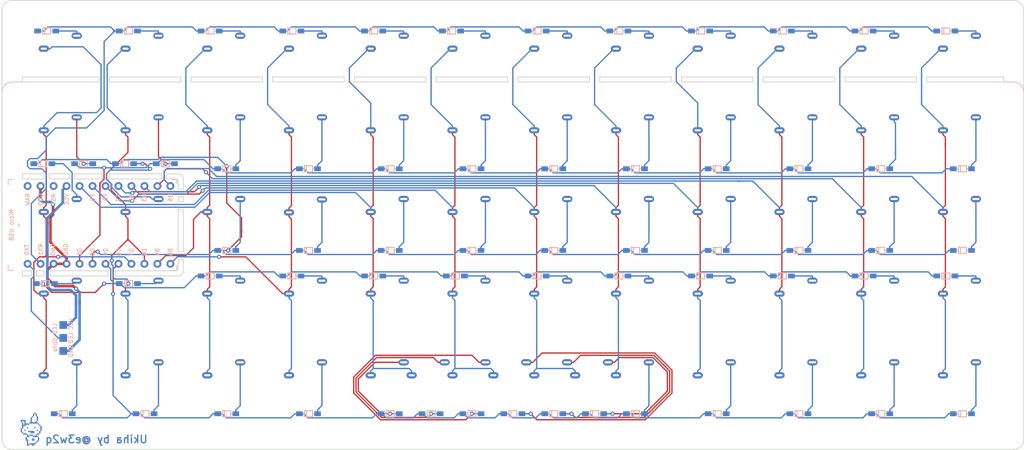
<source format=kicad_pcb>
(kicad_pcb (version 20171130) (host pcbnew "(5.0.2)-1")
  (title_block (title "Ukiha Keyboard") (rev 2) (company @e3w2q))
  (layers (0 F.Cu signal) (31 B.Cu signal) (34 B.Paste user) (35 F.Paste user) (36 B.SilkS user) (37 F.SilkS user) (38 B.Mask user hide) (39 F.Mask user hide) (44 Edge.Cuts user))
  (net 0 "")
  (net 1 GND)
  (net 2 Y1)
  (net 3 Y2)
  (net 4 Y3)
  (net 5 X1)
  (net 6 X2)
  (net 7 X3)
  (net 8 X4)
  (net 9 X5)
  (net 10 Y4)
  (net 11 led)
  (net 12 Y5)
  (net 13 X6)
  (net 14 VCC)
  (net 15 X8)
  (net 16 X7)
  (net 17 X9)
  (net 18 X10)
  (net 19 X11)
  (net 20 X12)
  (net 21 "Net-(D1-Pad2)")
  (net 22 "Net-(D2-Pad2)")
  (net 23 "Net-(D3-Pad2)")
  (net 24 "Net-(D4-Pad2)")
  (net 25 "Net-(D5-Pad2)")
  (net 26 "Net-(D6-Pad2)")
  (net 27 "Net-(D7-Pad2)")
  (net 28 "Net-(D8-Pad2)")
  (net 29 "Net-(D9-Pad2)")
  (net 30 "Net-(D10-Pad2)")
  (net 31 "Net-(D11-Pad2)")
  (net 32 "Net-(D12-Pad2)")
  (net 33 "Net-(D13-Pad2)")
  (net 34 "Net-(D14-Pad2)")
  (net 35 "Net-(D15-Pad2)")
  (net 36 "Net-(D16-Pad2)")
  (net 37 "Net-(D17-Pad2)")
  (net 38 "Net-(D18-Pad2)")
  (net 39 "Net-(D19-Pad2)")
  (net 40 "Net-(D20-Pad2)")
  (net 41 "Net-(D21-Pad2)")
  (net 42 "Net-(D22-Pad2)")
  (net 43 "Net-(D23-Pad2)")
  (net 44 "Net-(D24-Pad2)")
  (net 45 "Net-(D25-Pad2)")
  (net 46 "Net-(D26-Pad2)")
  (net 47 "Net-(D27-Pad2)")
  (net 48 "Net-(D28-Pad2)")
  (net 49 "Net-(D29-Pad2)")
  (net 50 "Net-(D30-Pad2)")
  (net 51 "Net-(D31-Pad2)")
  (net 52 "Net-(D32-Pad2)")
  (net 53 "Net-(D33-Pad2)")
  (net 54 "Net-(D34-Pad2)")
  (net 55 "Net-(D35-Pad2)")
  (net 56 "Net-(D36-Pad2)")
  (net 57 "Net-(D37-Pad2)")
  (net 58 "Net-(D38-Pad2)")
  (net 59 "Net-(D39-Pad2)")
  (net 60 "Net-(D40-Pad2)")
  (net 61 "Net-(D41-Pad2)")
  (net 62 "Net-(D42-Pad2)")
  (net 63 "Net-(D43-Pad2)")
  (net 64 "Net-(D44-Pad2)")
  (net 65 "Net-(D45-Pad2)")
  (net 66 "Net-(D46-Pad2)")
  (net 67 "Net-(D47-Pad2)")
  (net 68 "Net-(D48-Pad2)")
  (net 69 "Net-(D49-Pad2)")
  (net 70 "Net-(D50-Pad2)")
  (net 71 "Net-(D51-Pad2)")
  (net 72 "Net-(D52-Pad2)")
  (net 73 "Net-(D53-Pad2)")
  (net 74 "Net-(D54-Pad2)")
  (net 75 "Net-(D55-Pad2)")
  (net 76 "Net-(D56-Pad2)")
  (net 77 "Net-(D57-Pad2)")
  (net 78 "Net-(D58-Pad2)")
  (net 79 "Net-(D59-Pad2)")
  (net 80 "Net-(D60-Pad2)")
  (net 81 "Net-(D61-Pad2)")
  (net 82 "Net-(D62-Pad2)")
  (net 83 "Net-(D63-Pad2)")
  (module "#footprint:CherryMX_MidHeight_16mm_rev3" (layer F.Cu) (at 103.102501 112.80625)
    (fp_text reference SW53 hide)
    (fp_text value SW_Push hide)
    (pad "" np_thru_hole circle (at 4.68 0 180) (size 1.68 1.68) (drill 1.68) (layers *.Cu *.Mask))
    (pad "" np_thru_hole circle (at -4.68 0 180) (size 1.68 1.68) (drill 1.68) (layers *.Cu *.Mask))
    (pad "" np_thru_hole circle (at 0 0 270) (size 3.98 3.98) (drill 3.98) (layers *.Cu *.Mask))
    (pad "" np_thru_hole circle (at 4.5 0 180) (size 1.68 1.68) (drill 1.68) (layers *.Cu *.Mask))
    (pad "" np_thru_hole circle (at -4.5 0 180) (size 1.68 1.68) (drill 1.68) (layers *.Cu *.Mask))
    (pad 2 thru_hole oval (at 2.64 -5.08) (size 2 1.2) (drill oval 1.4 0.4) (layers *.Cu B.Mask) (net 73 "Net-(D53-Pad2)"))
    (pad 1 thru_hole oval (at -3.81 -2.54) (size 2 1.2) (drill oval 1.2 0.4) (layers *.Cu B.Mask) (net 9 X5))
  )
  (module "#footprint:CherryMX_MidHeight_16mm_rev3" (layer F.Cu) (at 119.102501 112.80625)
    (fp_text reference SW54 hide)
    (fp_text value SW_Push hide)
    (pad "" np_thru_hole circle (at 4.68 0 180) (size 1.68 1.68) (drill 1.68) (layers *.Cu *.Mask))
    (pad "" np_thru_hole circle (at -4.68 0 180) (size 1.68 1.68) (drill 1.68) (layers *.Cu *.Mask))
    (pad "" np_thru_hole circle (at 0 0 270) (size 3.98 3.98) (drill 3.98) (layers *.Cu *.Mask))
    (pad "" np_thru_hole circle (at 4.5 0 180) (size 1.68 1.68) (drill 1.68) (layers *.Cu *.Mask))
    (pad "" np_thru_hole circle (at -4.5 0 180) (size 1.68 1.68) (drill 1.68) (layers *.Cu *.Mask))
    (pad 2 thru_hole oval (at 2.64 -5.08) (size 2 1.2) (drill oval 1.4 0.4) (layers *.Cu B.Mask) (net 74 "Net-(D54-Pad2)"))
    (pad 1 thru_hole oval (at -3.81 -2.54) (size 2 1.2) (drill oval 1.2 0.4) (layers *.Cu B.Mask) (net 13 X6))
  )
  (module "#footprint:CherryMX_MidHeight_16mm_rev3" (layer F.Cu) (at 135.102501 112.80625)
    (fp_text reference SW55 hide)
    (fp_text value SW_Push hide)
    (pad "" np_thru_hole circle (at 4.68 0 180) (size 1.68 1.68) (drill 1.68) (layers *.Cu *.Mask))
    (pad "" np_thru_hole circle (at -4.68 0 180) (size 1.68 1.68) (drill 1.68) (layers *.Cu *.Mask))
    (pad "" np_thru_hole circle (at 0 0 270) (size 3.98 3.98) (drill 3.98) (layers *.Cu *.Mask))
    (pad "" np_thru_hole circle (at 4.5 0 180) (size 1.68 1.68) (drill 1.68) (layers *.Cu *.Mask))
    (pad "" np_thru_hole circle (at -4.5 0 180) (size 1.68 1.68) (drill 1.68) (layers *.Cu *.Mask))
    (pad 2 thru_hole oval (at 2.64 -5.08) (size 2 1.2) (drill oval 1.4 0.4) (layers *.Cu B.Mask) (net 75 "Net-(D55-Pad2)"))
    (pad 1 thru_hole oval (at -3.81 -2.54) (size 2 1.2) (drill oval 1.2 0.4) (layers *.Cu B.Mask) (net 16 X7))
  )
  (module "#footprint:CherryMX_MidHeight_16mm_rev3" (layer F.Cu) (at 151.102501 112.80625)
    (fp_text reference SW56 hide)
    (fp_text value SW_Push hide)
    (pad "" np_thru_hole circle (at 4.68 0 180) (size 1.68 1.68) (drill 1.68) (layers *.Cu *.Mask))
    (pad "" np_thru_hole circle (at -4.68 0 180) (size 1.68 1.68) (drill 1.68) (layers *.Cu *.Mask))
    (pad "" np_thru_hole circle (at 0 0 270) (size 3.98 3.98) (drill 3.98) (layers *.Cu *.Mask))
    (pad "" np_thru_hole circle (at 4.5 0 180) (size 1.68 1.68) (drill 1.68) (layers *.Cu *.Mask))
    (pad "" np_thru_hole circle (at -4.5 0 180) (size 1.68 1.68) (drill 1.68) (layers *.Cu *.Mask))
    (pad 2 thru_hole oval (at 2.64 -5.08) (size 2 1.2) (drill oval 1.4 0.4) (layers *.Cu B.Mask) (net 76 "Net-(D56-Pad2)"))
    (pad 1 thru_hole oval (at -3.81 -2.54) (size 2 1.2) (drill oval 1.2 0.4) (layers *.Cu B.Mask) (net 15 X8))
  )
  (module "#footprint:CherryMX_MidHeight_16mm_rev3" (layer F.Cu) (at 167.102501 112.80625)
    (fp_text reference SW57 hide)
    (fp_text value SW_Push hide)
    (pad "" np_thru_hole circle (at 4.68 0 180) (size 1.68 1.68) (drill 1.68) (layers *.Cu *.Mask))
    (pad "" np_thru_hole circle (at -4.68 0 180) (size 1.68 1.68) (drill 1.68) (layers *.Cu *.Mask))
    (pad "" np_thru_hole circle (at 0 0 270) (size 3.98 3.98) (drill 3.98) (layers *.Cu *.Mask))
    (pad "" np_thru_hole circle (at 4.5 0 180) (size 1.68 1.68) (drill 1.68) (layers *.Cu *.Mask))
    (pad "" np_thru_hole circle (at -4.5 0 180) (size 1.68 1.68) (drill 1.68) (layers *.Cu *.Mask))
    (pad 2 thru_hole oval (at 2.64 -5.08) (size 2 1.2) (drill oval 1.4 0.4) (layers *.Cu B.Mask) (net 77 "Net-(D57-Pad2)"))
    (pad 1 thru_hole oval (at -3.81 -2.54) (size 2 1.2) (drill oval 1.2 0.4) (layers *.Cu B.Mask) (net 17 X9))
  )
  (module "#footprint:CherryMX_MidHeight_16mm_rev3" (layer F.Cu) (at 183.102501 112.80625)
    (fp_text reference SW58 hide)
    (fp_text value SW_Push hide)
    (pad "" np_thru_hole circle (at 4.68 0 180) (size 1.68 1.68) (drill 1.68) (layers *.Cu *.Mask))
    (pad "" np_thru_hole circle (at -4.68 0 180) (size 1.68 1.68) (drill 1.68) (layers *.Cu *.Mask))
    (pad "" np_thru_hole circle (at 0 0 270) (size 3.98 3.98) (drill 3.98) (layers *.Cu *.Mask))
    (pad "" np_thru_hole circle (at 4.5 0 180) (size 1.68 1.68) (drill 1.68) (layers *.Cu *.Mask))
    (pad "" np_thru_hole circle (at -4.5 0 180) (size 1.68 1.68) (drill 1.68) (layers *.Cu *.Mask))
    (pad 2 thru_hole oval (at 2.64 -5.08) (size 2 1.2) (drill oval 1.4 0.4) (layers *.Cu B.Mask) (net 78 "Net-(D58-Pad2)"))
    (pad 1 thru_hole oval (at -3.81 -2.54) (size 2 1.2) (drill oval 1.2 0.4) (layers *.Cu B.Mask) (net 18 X10))
  )
  (module "#footprint:CherryMX_MidHeight_16mm_rev3" (layer F.Cu) (at 199.102501 112.80625)
    (fp_text reference SW59 hide)
    (fp_text value SW_Push hide)
    (pad "" np_thru_hole circle (at 4.68 0 180) (size 1.68 1.68) (drill 1.68) (layers *.Cu *.Mask))
    (pad "" np_thru_hole circle (at -4.68 0 180) (size 1.68 1.68) (drill 1.68) (layers *.Cu *.Mask))
    (pad "" np_thru_hole circle (at 0 0 270) (size 3.98 3.98) (drill 3.98) (layers *.Cu *.Mask))
    (pad "" np_thru_hole circle (at 4.5 0 180) (size 1.68 1.68) (drill 1.68) (layers *.Cu *.Mask))
    (pad "" np_thru_hole circle (at -4.5 0 180) (size 1.68 1.68) (drill 1.68) (layers *.Cu *.Mask))
    (pad 2 thru_hole oval (at 2.64 -5.08) (size 2 1.2) (drill oval 1.4 0.4) (layers *.Cu B.Mask) (net 79 "Net-(D59-Pad2)"))
    (pad 1 thru_hole oval (at -3.81 -2.54) (size 2 1.2) (drill oval 1.2 0.4) (layers *.Cu B.Mask) (net 19 X11))
  )
  (module "#footprint:CherryMX_MidHeight_16mm_rev3" (layer F.Cu) (at 215.102501 112.80625)
    (fp_text reference SW60 hide)
    (fp_text value SW_Push hide)
    (pad "" np_thru_hole circle (at 4.68 0 180) (size 1.68 1.68) (drill 1.68) (layers *.Cu *.Mask))
    (pad "" np_thru_hole circle (at -4.68 0 180) (size 1.68 1.68) (drill 1.68) (layers *.Cu *.Mask))
    (pad "" np_thru_hole circle (at 0 0 270) (size 3.98 3.98) (drill 3.98) (layers *.Cu *.Mask))
    (pad "" np_thru_hole circle (at 4.5 0 180) (size 1.68 1.68) (drill 1.68) (layers *.Cu *.Mask))
    (pad "" np_thru_hole circle (at -4.5 0 180) (size 1.68 1.68) (drill 1.68) (layers *.Cu *.Mask))
    (pad 2 thru_hole oval (at 2.64 -5.08) (size 2 1.2) (drill oval 1.4 0.4) (layers *.Cu B.Mask) (net 80 "Net-(D60-Pad2)"))
    (pad 1 thru_hole oval (at -3.81 -2.54) (size 2 1.2) (drill oval 1.2 0.4) (layers *.Cu B.Mask) (net 20 X12))
  )
  (module "#footprint:CherryMX_MidHeight_16mm_rev3" (layer F.Cu) (at 111.102501 112.80625)
    (fp_text reference SW61 hide)
    (fp_text value SW_Push hide)
    (pad "" np_thru_hole circle (at 4.68 0 180) (size 1.68 1.68) (drill 1.68) (layers *.Cu *.Mask))
    (pad "" np_thru_hole circle (at -4.68 0 180) (size 1.68 1.68) (drill 1.68) (layers *.Cu *.Mask))
    (pad "" np_thru_hole circle (at 0 0 270) (size 3.98 3.98) (drill 3.98) (layers *.Cu *.Mask))
    (pad "" np_thru_hole circle (at 4.5 0 180) (size 1.68 1.68) (drill 1.68) (layers *.Cu *.Mask))
    (pad "" np_thru_hole circle (at -4.5 0 180) (size 1.68 1.68) (drill 1.68) (layers *.Cu *.Mask))
    (pad 2 thru_hole oval (at 2.64 -5.08) (size 2 1.2) (drill oval 1.4 0.4) (layers *.Cu B.Mask) (net 81 "Net-(D61-Pad2)"))
    (pad 1 thru_hole oval (at -3.81 -2.54) (size 2 1.2) (drill oval 1.2 0.4) (layers *.Cu B.Mask) (net 9 X5))
  )
  (module "#footprint:CherryMX_MidHeight_16mm_rev3" (layer F.Cu) (at 143.102501 112.80625)
    (fp_text reference SW62 hide)
    (fp_text value SW_Push hide)
    (pad "" np_thru_hole circle (at 4.68 0 180) (size 1.68 1.68) (drill 1.68) (layers *.Cu *.Mask))
    (pad "" np_thru_hole circle (at -4.68 0 180) (size 1.68 1.68) (drill 1.68) (layers *.Cu *.Mask))
    (pad "" np_thru_hole circle (at 0 0 270) (size 3.98 3.98) (drill 3.98) (layers *.Cu *.Mask))
    (pad "" np_thru_hole circle (at 4.5 0 180) (size 1.68 1.68) (drill 1.68) (layers *.Cu *.Mask))
    (pad "" np_thru_hole circle (at -4.5 0 180) (size 1.68 1.68) (drill 1.68) (layers *.Cu *.Mask))
    (pad 2 thru_hole oval (at 2.64 -5.08) (size 2 1.2) (drill oval 1.4 0.4) (layers *.Cu B.Mask) (net 82 "Net-(D62-Pad2)"))
    (pad 1 thru_hole oval (at -3.81 -2.54) (size 2 1.2) (drill oval 1.2 0.4) (layers *.Cu B.Mask) (net 16 X7))
  )
  (module "#footprint:CherryMX_MidHeight_16mm_rev3" (layer F.Cu) (at 127.102501 112.80625)
    (fp_text reference SW63 hide)
    (fp_text value SW_Push hide)
    (pad "" np_thru_hole circle (at 4.68 0 180) (size 1.68 1.68) (drill 1.68) (layers *.Cu *.Mask))
    (pad "" np_thru_hole circle (at -4.68 0 180) (size 1.68 1.68) (drill 1.68) (layers *.Cu *.Mask))
    (pad "" np_thru_hole circle (at 0 0 270) (size 3.98 3.98) (drill 3.98) (layers *.Cu *.Mask))
    (pad "" np_thru_hole circle (at 4.5 0 180) (size 1.68 1.68) (drill 1.68) (layers *.Cu *.Mask))
    (pad "" np_thru_hole circle (at -4.5 0 180) (size 1.68 1.68) (drill 1.68) (layers *.Cu *.Mask))
    (pad 2 thru_hole oval (at 2.64 -5.08) (size 2 1.2) (drill oval 1.4 0.4) (layers *.Cu B.Mask) (net 83 "Net-(D63-Pad2)"))
    (pad 1 thru_hole oval (at -3.81 -2.54) (size 2 1.2) (drill oval 1.2 0.4) (layers *.Cu B.Mask) (net 13 X6))
  )
  (module "#footprint:CherryMX_MidHeight_16mm_rev2" (layer F.Cu) (at 215.102501 64.80625)
    (fp_text reference SW24 hide)
    (fp_text value SW_Push hide)
    (pad 1 thru_hole oval (at -3.81 -2.54) (size 2 1.2) (drill oval 1.2 0.4) (layers *.Cu B.Mask) (net 20 X12))
    (pad 2 thru_hole oval (at 2.64 -5.08) (size 2 1.2) (drill oval 1.4 0.4) (layers *.Cu B.Mask) (net 44 "Net-(D24-Pad2)"))
    (pad "" np_thru_hole circle (at -4.5 0 180) (size 1.68 1.68) (drill 1.68) (layers *.Cu *.Mask))
    (pad "" np_thru_hole circle (at 4.5 0 180) (size 1.68 1.68) (drill 1.68) (layers *.Cu *.Mask))
    (pad "" np_thru_hole circle (at 0 0 270) (size 3.98 3.98) (drill 3.98) (layers *.Cu *.Mask))
    (pad "" np_thru_hole circle (at -5.08 0 180) (size 1.68 1.68) (drill 1.68) (layers *.Cu *.Mask))
    (pad "" np_thru_hole circle (at 5.08 0 180) (size 1.68 1.68) (drill 1.68) (layers *.Cu *.Mask))
  )
  (module "#footprint:CherryMX_MidHeight_16mm_rev2" (layer F.Cu) (at 71.102501 80.80625)
    (fp_text reference SW27 hide)
    (fp_text value SW_Push hide)
    (pad 1 thru_hole oval (at -3.81 -2.54) (size 2 1.2) (drill oval 1.2 0.4) (layers *.Cu B.Mask) (net 7 X3))
    (pad 2 thru_hole oval (at 2.64 -5.08) (size 2 1.2) (drill oval 1.4 0.4) (layers *.Cu B.Mask) (net 47 "Net-(D27-Pad2)"))
    (pad "" np_thru_hole circle (at -4.5 0 180) (size 1.68 1.68) (drill 1.68) (layers *.Cu *.Mask))
    (pad "" np_thru_hole circle (at 4.5 0 180) (size 1.68 1.68) (drill 1.68) (layers *.Cu *.Mask))
    (pad "" np_thru_hole circle (at 0 0 270) (size 3.98 3.98) (drill 3.98) (layers *.Cu *.Mask))
    (pad "" np_thru_hole circle (at -5.08 0 180) (size 1.68 1.68) (drill 1.68) (layers *.Cu *.Mask))
    (pad "" np_thru_hole circle (at 5.08 0 180) (size 1.68 1.68) (drill 1.68) (layers *.Cu *.Mask))
  )
  (module "#footprint:CherryMX_MidHeight_16mm_rev2" (layer F.Cu) (at 39.102501 48.80625)
    (fp_text reference SW1 hide)
    (fp_text value SW_Push hide)
    (pad 1 thru_hole oval (at -3.81 -2.54) (size 2 1.2) (drill oval 1.2 0.4) (layers *.Cu B.Mask) (net 5 X1))
    (pad 2 thru_hole oval (at 2.64 -5.08) (size 2 1.2) (drill oval 1.4 0.4) (layers *.Cu B.Mask) (net 21 "Net-(D1-Pad2)"))
    (pad "" np_thru_hole circle (at -4.5 0 180) (size 1.68 1.68) (drill 1.68) (layers *.Cu *.Mask))
    (pad "" np_thru_hole circle (at 4.5 0 180) (size 1.68 1.68) (drill 1.68) (layers *.Cu *.Mask))
    (pad "" np_thru_hole circle (at 0 0 270) (size 3.98 3.98) (drill 3.98) (layers *.Cu *.Mask))
    (pad "" np_thru_hole circle (at -5.08 0 180) (size 1.68 1.68) (drill 1.68) (layers *.Cu *.Mask))
    (pad "" np_thru_hole circle (at 5.08 0 180) (size 1.68 1.68) (drill 1.68) (layers *.Cu *.Mask))
  )
  (module "#footprint:CherryMX_MidHeight_16mm_rev2" (layer F.Cu) (at 55.102501 48.80625)
    (fp_text reference SW2 hide)
    (fp_text value SW_Push hide)
    (pad 1 thru_hole oval (at -3.81 -2.54) (size 2 1.2) (drill oval 1.2 0.4) (layers *.Cu B.Mask) (net 6 X2))
    (pad 2 thru_hole oval (at 2.64 -5.08) (size 2 1.2) (drill oval 1.4 0.4) (layers *.Cu B.Mask) (net 22 "Net-(D2-Pad2)"))
    (pad "" np_thru_hole circle (at -4.5 0 180) (size 1.68 1.68) (drill 1.68) (layers *.Cu *.Mask))
    (pad "" np_thru_hole circle (at 4.5 0 180) (size 1.68 1.68) (drill 1.68) (layers *.Cu *.Mask))
    (pad "" np_thru_hole circle (at 0 0 270) (size 3.98 3.98) (drill 3.98) (layers *.Cu *.Mask))
    (pad "" np_thru_hole circle (at -5.08 0 180) (size 1.68 1.68) (drill 1.68) (layers *.Cu *.Mask))
    (pad "" np_thru_hole circle (at 5.08 0 180) (size 1.68 1.68) (drill 1.68) (layers *.Cu *.Mask))
  )
  (module "#footprint:CherryMX_MidHeight_16mm_rev2" (layer F.Cu) (at 71.102501 48.80625)
    (fp_text reference SW3 hide)
    (fp_text value SW_Push hide)
    (pad 1 thru_hole oval (at -3.81 -2.54) (size 2 1.2) (drill oval 1.2 0.4) (layers *.Cu B.Mask) (net 7 X3))
    (pad 2 thru_hole oval (at 2.64 -5.08) (size 2 1.2) (drill oval 1.4 0.4) (layers *.Cu B.Mask) (net 23 "Net-(D3-Pad2)"))
    (pad "" np_thru_hole circle (at -4.5 0 180) (size 1.68 1.68) (drill 1.68) (layers *.Cu *.Mask))
    (pad "" np_thru_hole circle (at 4.5 0 180) (size 1.68 1.68) (drill 1.68) (layers *.Cu *.Mask))
    (pad "" np_thru_hole circle (at 0 0 270) (size 3.98 3.98) (drill 3.98) (layers *.Cu *.Mask))
    (pad "" np_thru_hole circle (at -5.08 0 180) (size 1.68 1.68) (drill 1.68) (layers *.Cu *.Mask))
    (pad "" np_thru_hole circle (at 5.08 0 180) (size 1.68 1.68) (drill 1.68) (layers *.Cu *.Mask))
  )
  (module "#footprint:CherryMX_MidHeight_16mm_rev2" (layer F.Cu) (at 87.102501 48.80625)
    (fp_text reference SW4 hide)
    (fp_text value SW_Push hide)
    (pad 1 thru_hole oval (at -3.81 -2.54) (size 2 1.2) (drill oval 1.2 0.4) (layers *.Cu B.Mask) (net 8 X4))
    (pad 2 thru_hole oval (at 2.64 -5.08) (size 2 1.2) (drill oval 1.4 0.4) (layers *.Cu B.Mask) (net 24 "Net-(D4-Pad2)"))
    (pad "" np_thru_hole circle (at -4.5 0 180) (size 1.68 1.68) (drill 1.68) (layers *.Cu *.Mask))
    (pad "" np_thru_hole circle (at 4.5 0 180) (size 1.68 1.68) (drill 1.68) (layers *.Cu *.Mask))
    (pad "" np_thru_hole circle (at 0 0 270) (size 3.98 3.98) (drill 3.98) (layers *.Cu *.Mask))
    (pad "" np_thru_hole circle (at -5.08 0 180) (size 1.68 1.68) (drill 1.68) (layers *.Cu *.Mask))
    (pad "" np_thru_hole circle (at 5.08 0 180) (size 1.68 1.68) (drill 1.68) (layers *.Cu *.Mask))
  )
  (module "#footprint:CherryMX_MidHeight_16mm_rev2" (layer F.Cu) (at 103.102501 48.80625)
    (fp_text reference SW5 hide)
    (fp_text value SW_Push hide)
    (pad 1 thru_hole oval (at -3.81 -2.54) (size 2 1.2) (drill oval 1.2 0.4) (layers *.Cu B.Mask) (net 9 X5))
    (pad 2 thru_hole oval (at 2.64 -5.08) (size 2 1.2) (drill oval 1.4 0.4) (layers *.Cu B.Mask) (net 25 "Net-(D5-Pad2)"))
    (pad "" np_thru_hole circle (at -4.5 0 180) (size 1.68 1.68) (drill 1.68) (layers *.Cu *.Mask))
    (pad "" np_thru_hole circle (at 4.5 0 180) (size 1.68 1.68) (drill 1.68) (layers *.Cu *.Mask))
    (pad "" np_thru_hole circle (at 0 0 270) (size 3.98 3.98) (drill 3.98) (layers *.Cu *.Mask))
    (pad "" np_thru_hole circle (at -5.08 0 180) (size 1.68 1.68) (drill 1.68) (layers *.Cu *.Mask))
    (pad "" np_thru_hole circle (at 5.08 0 180) (size 1.68 1.68) (drill 1.68) (layers *.Cu *.Mask))
  )
  (module "#footprint:CherryMX_MidHeight_16mm_rev2" (layer F.Cu) (at 119.102501 48.80625)
    (fp_text reference SW6 hide)
    (fp_text value SW_Push hide)
    (pad 1 thru_hole oval (at -3.81 -2.54) (size 2 1.2) (drill oval 1.2 0.4) (layers *.Cu B.Mask) (net 13 X6))
    (pad 2 thru_hole oval (at 2.64 -5.08) (size 2 1.2) (drill oval 1.4 0.4) (layers *.Cu B.Mask) (net 26 "Net-(D6-Pad2)"))
    (pad "" np_thru_hole circle (at -4.5 0 180) (size 1.68 1.68) (drill 1.68) (layers *.Cu *.Mask))
    (pad "" np_thru_hole circle (at 4.5 0 180) (size 1.68 1.68) (drill 1.68) (layers *.Cu *.Mask))
    (pad "" np_thru_hole circle (at 0 0 270) (size 3.98 3.98) (drill 3.98) (layers *.Cu *.Mask))
    (pad "" np_thru_hole circle (at -5.08 0 180) (size 1.68 1.68) (drill 1.68) (layers *.Cu *.Mask))
    (pad "" np_thru_hole circle (at 5.08 0 180) (size 1.68 1.68) (drill 1.68) (layers *.Cu *.Mask))
  )
  (module "#footprint:CherryMX_MidHeight_16mm_rev2" (layer F.Cu) (at 135.102501 48.80625)
    (fp_text reference SW7 hide)
    (fp_text value SW_Push hide)
    (pad 1 thru_hole oval (at -3.81 -2.54) (size 2 1.2) (drill oval 1.2 0.4) (layers *.Cu B.Mask) (net 16 X7))
    (pad 2 thru_hole oval (at 2.64 -5.08) (size 2 1.2) (drill oval 1.4 0.4) (layers *.Cu B.Mask) (net 27 "Net-(D7-Pad2)"))
    (pad "" np_thru_hole circle (at -4.5 0 180) (size 1.68 1.68) (drill 1.68) (layers *.Cu *.Mask))
    (pad "" np_thru_hole circle (at 4.5 0 180) (size 1.68 1.68) (drill 1.68) (layers *.Cu *.Mask))
    (pad "" np_thru_hole circle (at 0 0 270) (size 3.98 3.98) (drill 3.98) (layers *.Cu *.Mask))
    (pad "" np_thru_hole circle (at -5.08 0 180) (size 1.68 1.68) (drill 1.68) (layers *.Cu *.Mask))
    (pad "" np_thru_hole circle (at 5.08 0 180) (size 1.68 1.68) (drill 1.68) (layers *.Cu *.Mask))
  )
  (module "#footprint:CherryMX_MidHeight_16mm_rev2" (layer F.Cu) (at 151.102501 48.80625)
    (fp_text reference SW8 hide)
    (fp_text value SW_Push hide)
    (pad 1 thru_hole oval (at -3.81 -2.54) (size 2 1.2) (drill oval 1.2 0.4) (layers *.Cu B.Mask) (net 15 X8))
    (pad 2 thru_hole oval (at 2.64 -5.08) (size 2 1.2) (drill oval 1.4 0.4) (layers *.Cu B.Mask) (net 28 "Net-(D8-Pad2)"))
    (pad "" np_thru_hole circle (at -4.5 0 180) (size 1.68 1.68) (drill 1.68) (layers *.Cu *.Mask))
    (pad "" np_thru_hole circle (at 4.5 0 180) (size 1.68 1.68) (drill 1.68) (layers *.Cu *.Mask))
    (pad "" np_thru_hole circle (at 0 0 270) (size 3.98 3.98) (drill 3.98) (layers *.Cu *.Mask))
    (pad "" np_thru_hole circle (at -5.08 0 180) (size 1.68 1.68) (drill 1.68) (layers *.Cu *.Mask))
    (pad "" np_thru_hole circle (at 5.08 0 180) (size 1.68 1.68) (drill 1.68) (layers *.Cu *.Mask))
  )
  (module "#footprint:CherryMX_MidHeight_16mm_rev2" (layer F.Cu) (at 167.102501 48.80625)
    (fp_text reference SW9 hide)
    (fp_text value SW_Push hide)
    (pad 1 thru_hole oval (at -3.81 -2.54) (size 2 1.2) (drill oval 1.2 0.4) (layers *.Cu B.Mask) (net 17 X9))
    (pad 2 thru_hole oval (at 2.64 -5.08) (size 2 1.2) (drill oval 1.4 0.4) (layers *.Cu B.Mask) (net 29 "Net-(D9-Pad2)"))
    (pad "" np_thru_hole circle (at -4.5 0 180) (size 1.68 1.68) (drill 1.68) (layers *.Cu *.Mask))
    (pad "" np_thru_hole circle (at 4.5 0 180) (size 1.68 1.68) (drill 1.68) (layers *.Cu *.Mask))
    (pad "" np_thru_hole circle (at 0 0 270) (size 3.98 3.98) (drill 3.98) (layers *.Cu *.Mask))
    (pad "" np_thru_hole circle (at -5.08 0 180) (size 1.68 1.68) (drill 1.68) (layers *.Cu *.Mask))
    (pad "" np_thru_hole circle (at 5.08 0 180) (size 1.68 1.68) (drill 1.68) (layers *.Cu *.Mask))
  )
  (module "#footprint:CherryMX_MidHeight_16mm_rev2" (layer F.Cu) (at 183.102501 48.80625)
    (fp_text reference SW10 hide)
    (fp_text value SW_Push hide)
    (pad 1 thru_hole oval (at -3.81 -2.54) (size 2 1.2) (drill oval 1.2 0.4) (layers *.Cu B.Mask) (net 18 X10))
    (pad 2 thru_hole oval (at 2.64 -5.08) (size 2 1.2) (drill oval 1.4 0.4) (layers *.Cu B.Mask) (net 30 "Net-(D10-Pad2)"))
    (pad "" np_thru_hole circle (at -4.5 0 180) (size 1.68 1.68) (drill 1.68) (layers *.Cu *.Mask))
    (pad "" np_thru_hole circle (at 4.5 0 180) (size 1.68 1.68) (drill 1.68) (layers *.Cu *.Mask))
    (pad "" np_thru_hole circle (at 0 0 270) (size 3.98 3.98) (drill 3.98) (layers *.Cu *.Mask))
    (pad "" np_thru_hole circle (at -5.08 0 180) (size 1.68 1.68) (drill 1.68) (layers *.Cu *.Mask))
    (pad "" np_thru_hole circle (at 5.08 0 180) (size 1.68 1.68) (drill 1.68) (layers *.Cu *.Mask))
  )
  (module "#footprint:CherryMX_MidHeight_16mm_rev2" (layer F.Cu) (at 199.102501 48.80625)
    (fp_text reference SW11 hide)
    (fp_text value SW_Push hide)
    (pad 1 thru_hole oval (at -3.81 -2.54) (size 2 1.2) (drill oval 1.2 0.4) (layers *.Cu B.Mask) (net 19 X11))
    (pad 2 thru_hole oval (at 2.64 -5.08) (size 2 1.2) (drill oval 1.4 0.4) (layers *.Cu B.Mask) (net 31 "Net-(D11-Pad2)"))
    (pad "" np_thru_hole circle (at -4.5 0 180) (size 1.68 1.68) (drill 1.68) (layers *.Cu *.Mask))
    (pad "" np_thru_hole circle (at 4.5 0 180) (size 1.68 1.68) (drill 1.68) (layers *.Cu *.Mask))
    (pad "" np_thru_hole circle (at 0 0 270) (size 3.98 3.98) (drill 3.98) (layers *.Cu *.Mask))
    (pad "" np_thru_hole circle (at -5.08 0 180) (size 1.68 1.68) (drill 1.68) (layers *.Cu *.Mask))
    (pad "" np_thru_hole circle (at 5.08 0 180) (size 1.68 1.68) (drill 1.68) (layers *.Cu *.Mask))
  )
  (module "#footprint:CherryMX_MidHeight_16mm_rev2" (layer F.Cu) (at 215.102501 48.80625)
    (fp_text reference SW12 hide)
    (fp_text value SW_Push hide)
    (pad 1 thru_hole oval (at -3.81 -2.54) (size 2 1.2) (drill oval 1.2 0.4) (layers *.Cu B.Mask) (net 20 X12))
    (pad 2 thru_hole oval (at 2.64 -5.08) (size 2 1.2) (drill oval 1.4 0.4) (layers *.Cu B.Mask) (net 32 "Net-(D12-Pad2)"))
    (pad "" np_thru_hole circle (at -4.5 0 180) (size 1.68 1.68) (drill 1.68) (layers *.Cu *.Mask))
    (pad "" np_thru_hole circle (at 4.5 0 180) (size 1.68 1.68) (drill 1.68) (layers *.Cu *.Mask))
    (pad "" np_thru_hole circle (at 0 0 270) (size 3.98 3.98) (drill 3.98) (layers *.Cu *.Mask))
    (pad "" np_thru_hole circle (at -5.08 0 180) (size 1.68 1.68) (drill 1.68) (layers *.Cu *.Mask))
    (pad "" np_thru_hole circle (at 5.08 0 180) (size 1.68 1.68) (drill 1.68) (layers *.Cu *.Mask))
  )
  (module "#footprint:CherryMX_MidHeight_16mm_rev2" (layer F.Cu) (at 39.102501 64.80625)
    (fp_text reference SW13 hide)
    (fp_text value SW_Push hide)
    (pad 1 thru_hole oval (at -3.81 -2.54) (size 2 1.2) (drill oval 1.2 0.4) (layers *.Cu B.Mask) (net 5 X1))
    (pad 2 thru_hole oval (at 2.64 -5.08) (size 2 1.2) (drill oval 1.4 0.4) (layers *.Cu B.Mask) (net 33 "Net-(D13-Pad2)"))
    (pad "" np_thru_hole circle (at -4.5 0 180) (size 1.68 1.68) (drill 1.68) (layers *.Cu *.Mask))
    (pad "" np_thru_hole circle (at 4.5 0 180) (size 1.68 1.68) (drill 1.68) (layers *.Cu *.Mask))
    (pad "" np_thru_hole circle (at 0 0 270) (size 3.98 3.98) (drill 3.98) (layers *.Cu *.Mask))
    (pad "" np_thru_hole circle (at -5.08 0 180) (size 1.68 1.68) (drill 1.68) (layers *.Cu *.Mask))
    (pad "" np_thru_hole circle (at 5.08 0 180) (size 1.68 1.68) (drill 1.68) (layers *.Cu *.Mask))
  )
  (module "#footprint:CherryMX_MidHeight_16mm_rev2" (layer F.Cu) (at 55.102501 64.80625)
    (fp_text reference SW14 hide)
    (fp_text value SW_Push hide)
    (pad 1 thru_hole oval (at -3.81 -2.54) (size 2 1.2) (drill oval 1.2 0.4) (layers *.Cu B.Mask) (net 6 X2))
    (pad 2 thru_hole oval (at 2.64 -5.08) (size 2 1.2) (drill oval 1.4 0.4) (layers *.Cu B.Mask) (net 34 "Net-(D14-Pad2)"))
    (pad "" np_thru_hole circle (at -4.5 0 180) (size 1.68 1.68) (drill 1.68) (layers *.Cu *.Mask))
    (pad "" np_thru_hole circle (at 4.5 0 180) (size 1.68 1.68) (drill 1.68) (layers *.Cu *.Mask))
    (pad "" np_thru_hole circle (at 0 0 270) (size 3.98 3.98) (drill 3.98) (layers *.Cu *.Mask))
    (pad "" np_thru_hole circle (at -5.08 0 180) (size 1.68 1.68) (drill 1.68) (layers *.Cu *.Mask))
    (pad "" np_thru_hole circle (at 5.08 0 180) (size 1.68 1.68) (drill 1.68) (layers *.Cu *.Mask))
  )
  (module "#footprint:CherryMX_MidHeight_16mm_rev2" (layer F.Cu) (at 71.102501 64.80625)
    (fp_text reference SW15 hide)
    (fp_text value SW_Push hide)
    (pad 1 thru_hole oval (at -3.81 -2.54) (size 2 1.2) (drill oval 1.2 0.4) (layers *.Cu B.Mask) (net 7 X3))
    (pad 2 thru_hole oval (at 2.64 -5.08) (size 2 1.2) (drill oval 1.4 0.4) (layers *.Cu B.Mask) (net 35 "Net-(D15-Pad2)"))
    (pad "" np_thru_hole circle (at -4.5 0 180) (size 1.68 1.68) (drill 1.68) (layers *.Cu *.Mask))
    (pad "" np_thru_hole circle (at 4.5 0 180) (size 1.68 1.68) (drill 1.68) (layers *.Cu *.Mask))
    (pad "" np_thru_hole circle (at 0 0 270) (size 3.98 3.98) (drill 3.98) (layers *.Cu *.Mask))
    (pad "" np_thru_hole circle (at -5.08 0 180) (size 1.68 1.68) (drill 1.68) (layers *.Cu *.Mask))
    (pad "" np_thru_hole circle (at 5.08 0 180) (size 1.68 1.68) (drill 1.68) (layers *.Cu *.Mask))
  )
  (module "#footprint:CherryMX_MidHeight_16mm_rev2" (layer F.Cu) (at 87.102501 64.80625)
    (fp_text reference SW16 hide)
    (fp_text value SW_Push hide)
    (pad 1 thru_hole oval (at -3.81 -2.54) (size 2 1.2) (drill oval 1.2 0.4) (layers *.Cu B.Mask) (net 8 X4))
    (pad 2 thru_hole oval (at 2.64 -5.08) (size 2 1.2) (drill oval 1.4 0.4) (layers *.Cu B.Mask) (net 36 "Net-(D16-Pad2)"))
    (pad "" np_thru_hole circle (at -4.5 0 180) (size 1.68 1.68) (drill 1.68) (layers *.Cu *.Mask))
    (pad "" np_thru_hole circle (at 4.5 0 180) (size 1.68 1.68) (drill 1.68) (layers *.Cu *.Mask))
    (pad "" np_thru_hole circle (at 0 0 270) (size 3.98 3.98) (drill 3.98) (layers *.Cu *.Mask))
    (pad "" np_thru_hole circle (at -5.08 0 180) (size 1.68 1.68) (drill 1.68) (layers *.Cu *.Mask))
    (pad "" np_thru_hole circle (at 5.08 0 180) (size 1.68 1.68) (drill 1.68) (layers *.Cu *.Mask))
  )
  (module "#footprint:CherryMX_MidHeight_16mm_rev2" (layer F.Cu) (at 103.102501 64.80625)
    (fp_text reference SW17 hide)
    (fp_text value SW_Push hide)
    (pad 1 thru_hole oval (at -3.81 -2.54) (size 2 1.2) (drill oval 1.2 0.4) (layers *.Cu B.Mask) (net 9 X5))
    (pad 2 thru_hole oval (at 2.64 -5.08) (size 2 1.2) (drill oval 1.4 0.4) (layers *.Cu B.Mask) (net 37 "Net-(D17-Pad2)"))
    (pad "" np_thru_hole circle (at -4.5 0 180) (size 1.68 1.68) (drill 1.68) (layers *.Cu *.Mask))
    (pad "" np_thru_hole circle (at 4.5 0 180) (size 1.68 1.68) (drill 1.68) (layers *.Cu *.Mask))
    (pad "" np_thru_hole circle (at 0 0 270) (size 3.98 3.98) (drill 3.98) (layers *.Cu *.Mask))
    (pad "" np_thru_hole circle (at -5.08 0 180) (size 1.68 1.68) (drill 1.68) (layers *.Cu *.Mask))
    (pad "" np_thru_hole circle (at 5.08 0 180) (size 1.68 1.68) (drill 1.68) (layers *.Cu *.Mask))
  )
  (module "#footprint:CherryMX_MidHeight_16mm_rev2" (layer F.Cu) (at 119.102501 64.80625)
    (fp_text reference SW18 hide)
    (fp_text value SW_Push hide)
    (pad 1 thru_hole oval (at -3.81 -2.54) (size 2 1.2) (drill oval 1.2 0.4) (layers *.Cu B.Mask) (net 13 X6))
    (pad 2 thru_hole oval (at 2.64 -5.08) (size 2 1.2) (drill oval 1.4 0.4) (layers *.Cu B.Mask) (net 38 "Net-(D18-Pad2)"))
    (pad "" np_thru_hole circle (at -4.5 0 180) (size 1.68 1.68) (drill 1.68) (layers *.Cu *.Mask))
    (pad "" np_thru_hole circle (at 4.5 0 180) (size 1.68 1.68) (drill 1.68) (layers *.Cu *.Mask))
    (pad "" np_thru_hole circle (at 0 0 270) (size 3.98 3.98) (drill 3.98) (layers *.Cu *.Mask))
    (pad "" np_thru_hole circle (at -5.08 0 180) (size 1.68 1.68) (drill 1.68) (layers *.Cu *.Mask))
    (pad "" np_thru_hole circle (at 5.08 0 180) (size 1.68 1.68) (drill 1.68) (layers *.Cu *.Mask))
  )
  (module "#footprint:CherryMX_MidHeight_16mm_rev2" (layer F.Cu) (at 135.102501 64.80625)
    (fp_text reference SW19 hide)
    (fp_text value SW_Push hide)
    (pad 1 thru_hole oval (at -3.81 -2.54) (size 2 1.2) (drill oval 1.2 0.4) (layers *.Cu B.Mask) (net 16 X7))
    (pad 2 thru_hole oval (at 2.64 -5.08) (size 2 1.2) (drill oval 1.4 0.4) (layers *.Cu B.Mask) (net 39 "Net-(D19-Pad2)"))
    (pad "" np_thru_hole circle (at -4.5 0 180) (size 1.68 1.68) (drill 1.68) (layers *.Cu *.Mask))
    (pad "" np_thru_hole circle (at 4.5 0 180) (size 1.68 1.68) (drill 1.68) (layers *.Cu *.Mask))
    (pad "" np_thru_hole circle (at 0 0 270) (size 3.98 3.98) (drill 3.98) (layers *.Cu *.Mask))
    (pad "" np_thru_hole circle (at -5.08 0 180) (size 1.68 1.68) (drill 1.68) (layers *.Cu *.Mask))
    (pad "" np_thru_hole circle (at 5.08 0 180) (size 1.68 1.68) (drill 1.68) (layers *.Cu *.Mask))
  )
  (module "#footprint:CherryMX_MidHeight_16mm_rev2" (layer F.Cu) (at 151.102501 64.80625)
    (fp_text reference SW20 hide)
    (fp_text value SW_Push hide)
    (pad 1 thru_hole oval (at -3.81 -2.54) (size 2 1.2) (drill oval 1.2 0.4) (layers *.Cu B.Mask) (net 15 X8))
    (pad 2 thru_hole oval (at 2.64 -5.08) (size 2 1.2) (drill oval 1.4 0.4) (layers *.Cu B.Mask) (net 40 "Net-(D20-Pad2)"))
    (pad "" np_thru_hole circle (at -4.5 0 180) (size 1.68 1.68) (drill 1.68) (layers *.Cu *.Mask))
    (pad "" np_thru_hole circle (at 4.5 0 180) (size 1.68 1.68) (drill 1.68) (layers *.Cu *.Mask))
    (pad "" np_thru_hole circle (at 0 0 270) (size 3.98 3.98) (drill 3.98) (layers *.Cu *.Mask))
    (pad "" np_thru_hole circle (at -5.08 0 180) (size 1.68 1.68) (drill 1.68) (layers *.Cu *.Mask))
    (pad "" np_thru_hole circle (at 5.08 0 180) (size 1.68 1.68) (drill 1.68) (layers *.Cu *.Mask))
  )
  (module "#footprint:CherryMX_MidHeight_16mm_rev2" (layer F.Cu) (at 167.102501 64.80625)
    (fp_text reference SW21 hide)
    (fp_text value SW_Push hide)
    (pad 1 thru_hole oval (at -3.81 -2.54) (size 2 1.2) (drill oval 1.2 0.4) (layers *.Cu B.Mask) (net 17 X9))
    (pad 2 thru_hole oval (at 2.64 -5.08) (size 2 1.2) (drill oval 1.4 0.4) (layers *.Cu B.Mask) (net 41 "Net-(D21-Pad2)"))
    (pad "" np_thru_hole circle (at -4.5 0 180) (size 1.68 1.68) (drill 1.68) (layers *.Cu *.Mask))
    (pad "" np_thru_hole circle (at 4.5 0 180) (size 1.68 1.68) (drill 1.68) (layers *.Cu *.Mask))
    (pad "" np_thru_hole circle (at 0 0 270) (size 3.98 3.98) (drill 3.98) (layers *.Cu *.Mask))
    (pad "" np_thru_hole circle (at -5.08 0 180) (size 1.68 1.68) (drill 1.68) (layers *.Cu *.Mask))
    (pad "" np_thru_hole circle (at 5.08 0 180) (size 1.68 1.68) (drill 1.68) (layers *.Cu *.Mask))
  )
  (module "#footprint:CherryMX_MidHeight_16mm_rev2" (layer F.Cu) (at 183.102501 64.80625)
    (fp_text reference SW22 hide)
    (fp_text value SW_Push hide)
    (pad 1 thru_hole oval (at -3.81 -2.54) (size 2 1.2) (drill oval 1.2 0.4) (layers *.Cu B.Mask) (net 18 X10))
    (pad 2 thru_hole oval (at 2.64 -5.08) (size 2 1.2) (drill oval 1.4 0.4) (layers *.Cu B.Mask) (net 42 "Net-(D22-Pad2)"))
    (pad "" np_thru_hole circle (at -4.5 0 180) (size 1.68 1.68) (drill 1.68) (layers *.Cu *.Mask))
    (pad "" np_thru_hole circle (at 4.5 0 180) (size 1.68 1.68) (drill 1.68) (layers *.Cu *.Mask))
    (pad "" np_thru_hole circle (at 0 0 270) (size 3.98 3.98) (drill 3.98) (layers *.Cu *.Mask))
    (pad "" np_thru_hole circle (at -5.08 0 180) (size 1.68 1.68) (drill 1.68) (layers *.Cu *.Mask))
    (pad "" np_thru_hole circle (at 5.08 0 180) (size 1.68 1.68) (drill 1.68) (layers *.Cu *.Mask))
  )
  (module "#footprint:CherryMX_MidHeight_16mm_rev2" (layer F.Cu) (at 199.102501 64.80625)
    (fp_text reference SW23 hide)
    (fp_text value SW_Push hide)
    (pad 1 thru_hole oval (at -3.81 -2.54) (size 2 1.2) (drill oval 1.2 0.4) (layers *.Cu B.Mask) (net 19 X11))
    (pad 2 thru_hole oval (at 2.64 -5.08) (size 2 1.2) (drill oval 1.4 0.4) (layers *.Cu B.Mask) (net 43 "Net-(D23-Pad2)"))
    (pad "" np_thru_hole circle (at -4.5 0 180) (size 1.68 1.68) (drill 1.68) (layers *.Cu *.Mask))
    (pad "" np_thru_hole circle (at 4.5 0 180) (size 1.68 1.68) (drill 1.68) (layers *.Cu *.Mask))
    (pad "" np_thru_hole circle (at 0 0 270) (size 3.98 3.98) (drill 3.98) (layers *.Cu *.Mask))
    (pad "" np_thru_hole circle (at -5.08 0 180) (size 1.68 1.68) (drill 1.68) (layers *.Cu *.Mask))
    (pad "" np_thru_hole circle (at 5.08 0 180) (size 1.68 1.68) (drill 1.68) (layers *.Cu *.Mask))
  )
  (module "#footprint:CherryMX_MidHeight_16mm_rev2" (layer F.Cu) (at 39.102501 80.80625)
    (fp_text reference SW25 hide)
    (fp_text value SW_Push hide)
    (pad 1 thru_hole oval (at -3.81 -2.54) (size 2 1.2) (drill oval 1.2 0.4) (layers *.Cu B.Mask) (net 5 X1))
    (pad 2 thru_hole oval (at 2.64 -5.08) (size 2 1.2) (drill oval 1.4 0.4) (layers *.Cu B.Mask) (net 45 "Net-(D25-Pad2)"))
    (pad "" np_thru_hole circle (at -4.5 0 180) (size 1.68 1.68) (drill 1.68) (layers *.Cu *.Mask))
    (pad "" np_thru_hole circle (at 4.5 0 180) (size 1.68 1.68) (drill 1.68) (layers *.Cu *.Mask))
    (pad "" np_thru_hole circle (at 0 0 270) (size 3.98 3.98) (drill 3.98) (layers *.Cu *.Mask))
    (pad "" np_thru_hole circle (at -5.08 0 180) (size 1.68 1.68) (drill 1.68) (layers *.Cu *.Mask))
    (pad "" np_thru_hole circle (at 5.08 0 180) (size 1.68 1.68) (drill 1.68) (layers *.Cu *.Mask))
  )
  (module "#footprint:CherryMX_MidHeight_16mm_rev2" (layer F.Cu) (at 55.102501 80.80625)
    (fp_text reference SW26 hide)
    (fp_text value SW_Push hide)
    (pad 1 thru_hole oval (at -3.81 -2.54) (size 2 1.2) (drill oval 1.2 0.4) (layers *.Cu B.Mask) (net 6 X2))
    (pad 2 thru_hole oval (at 2.64 -5.08) (size 2 1.2) (drill oval 1.4 0.4) (layers *.Cu B.Mask) (net 46 "Net-(D26-Pad2)"))
    (pad "" np_thru_hole circle (at -4.5 0 180) (size 1.68 1.68) (drill 1.68) (layers *.Cu *.Mask))
    (pad "" np_thru_hole circle (at 4.5 0 180) (size 1.68 1.68) (drill 1.68) (layers *.Cu *.Mask))
    (pad "" np_thru_hole circle (at 0 0 270) (size 3.98 3.98) (drill 3.98) (layers *.Cu *.Mask))
    (pad "" np_thru_hole circle (at -5.08 0 180) (size 1.68 1.68) (drill 1.68) (layers *.Cu *.Mask))
    (pad "" np_thru_hole circle (at 5.08 0 180) (size 1.68 1.68) (drill 1.68) (layers *.Cu *.Mask))
  )
  (module "#footprint:CherryMX_MidHeight_16mm_rev2" (layer F.Cu) (at 87.102501 80.88625)
    (fp_text reference SW28 hide)
    (fp_text value SW_Push hide)
    (pad 1 thru_hole oval (at -3.81 -2.54) (size 2 1.2) (drill oval 1.2 0.4) (layers *.Cu B.Mask) (net 8 X4))
    (pad 2 thru_hole oval (at 2.64 -5.08) (size 2 1.2) (drill oval 1.4 0.4) (layers *.Cu B.Mask) (net 48 "Net-(D28-Pad2)"))
    (pad "" np_thru_hole circle (at -4.5 0 180) (size 1.68 1.68) (drill 1.68) (layers *.Cu *.Mask))
    (pad "" np_thru_hole circle (at 4.5 0 180) (size 1.68 1.68) (drill 1.68) (layers *.Cu *.Mask))
    (pad "" np_thru_hole circle (at 0 0 270) (size 3.98 3.98) (drill 3.98) (layers *.Cu *.Mask))
    (pad "" np_thru_hole circle (at -5.08 0 180) (size 1.68 1.68) (drill 1.68) (layers *.Cu *.Mask))
    (pad "" np_thru_hole circle (at 5.08 0 180) (size 1.68 1.68) (drill 1.68) (layers *.Cu *.Mask))
  )
  (module "#footprint:CherryMX_MidHeight_16mm_rev2" (layer F.Cu) (at 103.102501 80.80625)
    (fp_text reference SW29 hide)
    (fp_text value SW_Push hide)
    (pad 1 thru_hole oval (at -3.81 -2.54) (size 2 1.2) (drill oval 1.2 0.4) (layers *.Cu B.Mask) (net 9 X5))
    (pad 2 thru_hole oval (at 2.64 -5.08) (size 2 1.2) (drill oval 1.4 0.4) (layers *.Cu B.Mask) (net 49 "Net-(D29-Pad2)"))
    (pad "" np_thru_hole circle (at -4.5 0 180) (size 1.68 1.68) (drill 1.68) (layers *.Cu *.Mask))
    (pad "" np_thru_hole circle (at 4.5 0 180) (size 1.68 1.68) (drill 1.68) (layers *.Cu *.Mask))
    (pad "" np_thru_hole circle (at 0 0 270) (size 3.98 3.98) (drill 3.98) (layers *.Cu *.Mask))
    (pad "" np_thru_hole circle (at -5.08 0 180) (size 1.68 1.68) (drill 1.68) (layers *.Cu *.Mask))
    (pad "" np_thru_hole circle (at 5.08 0 180) (size 1.68 1.68) (drill 1.68) (layers *.Cu *.Mask))
  )
  (module "#footprint:CherryMX_MidHeight_16mm_rev2" (layer F.Cu) (at 119.102501 80.80625)
    (fp_text reference SW30 hide)
    (fp_text value SW_Push hide)
    (pad 1 thru_hole oval (at -3.81 -2.54) (size 2 1.2) (drill oval 1.2 0.4) (layers *.Cu B.Mask) (net 13 X6))
    (pad 2 thru_hole oval (at 2.64 -5.08) (size 2 1.2) (drill oval 1.4 0.4) (layers *.Cu B.Mask) (net 50 "Net-(D30-Pad2)"))
    (pad "" np_thru_hole circle (at -4.5 0 180) (size 1.68 1.68) (drill 1.68) (layers *.Cu *.Mask))
    (pad "" np_thru_hole circle (at 4.5 0 180) (size 1.68 1.68) (drill 1.68) (layers *.Cu *.Mask))
    (pad "" np_thru_hole circle (at 0 0 270) (size 3.98 3.98) (drill 3.98) (layers *.Cu *.Mask))
    (pad "" np_thru_hole circle (at -5.08 0 180) (size 1.68 1.68) (drill 1.68) (layers *.Cu *.Mask))
    (pad "" np_thru_hole circle (at 5.08 0 180) (size 1.68 1.68) (drill 1.68) (layers *.Cu *.Mask))
  )
  (module "#footprint:CherryMX_MidHeight_16mm_rev2" (layer F.Cu) (at 135.102501 80.80625)
    (fp_text reference SW31 hide)
    (fp_text value SW_Push hide)
    (pad 1 thru_hole oval (at -3.81 -2.54) (size 2 1.2) (drill oval 1.2 0.4) (layers *.Cu B.Mask) (net 16 X7))
    (pad 2 thru_hole oval (at 2.64 -5.08) (size 2 1.2) (drill oval 1.4 0.4) (layers *.Cu B.Mask) (net 51 "Net-(D31-Pad2)"))
    (pad "" np_thru_hole circle (at -4.5 0 180) (size 1.68 1.68) (drill 1.68) (layers *.Cu *.Mask))
    (pad "" np_thru_hole circle (at 4.5 0 180) (size 1.68 1.68) (drill 1.68) (layers *.Cu *.Mask))
    (pad "" np_thru_hole circle (at 0 0 270) (size 3.98 3.98) (drill 3.98) (layers *.Cu *.Mask))
    (pad "" np_thru_hole circle (at -5.08 0 180) (size 1.68 1.68) (drill 1.68) (layers *.Cu *.Mask))
    (pad "" np_thru_hole circle (at 5.08 0 180) (size 1.68 1.68) (drill 1.68) (layers *.Cu *.Mask))
  )
  (module "#footprint:CherryMX_MidHeight_16mm_rev2" (layer F.Cu) (at 151.102501 80.80625)
    (fp_text reference SW32 hide)
    (fp_text value SW_Push hide)
    (pad 1 thru_hole oval (at -3.81 -2.54) (size 2 1.2) (drill oval 1.2 0.4) (layers *.Cu B.Mask) (net 15 X8))
    (pad 2 thru_hole oval (at 2.64 -5.08) (size 2 1.2) (drill oval 1.4 0.4) (layers *.Cu B.Mask) (net 52 "Net-(D32-Pad2)"))
    (pad "" np_thru_hole circle (at -4.5 0 180) (size 1.68 1.68) (drill 1.68) (layers *.Cu *.Mask))
    (pad "" np_thru_hole circle (at 4.5 0 180) (size 1.68 1.68) (drill 1.68) (layers *.Cu *.Mask))
    (pad "" np_thru_hole circle (at 0 0 270) (size 3.98 3.98) (drill 3.98) (layers *.Cu *.Mask))
    (pad "" np_thru_hole circle (at -5.08 0 180) (size 1.68 1.68) (drill 1.68) (layers *.Cu *.Mask))
    (pad "" np_thru_hole circle (at 5.08 0 180) (size 1.68 1.68) (drill 1.68) (layers *.Cu *.Mask))
  )
  (module "#footprint:CherryMX_MidHeight_16mm_rev2" (layer F.Cu) (at 167.102501 80.80625)
    (fp_text reference SW33 hide)
    (fp_text value SW_Push hide)
    (pad 1 thru_hole oval (at -3.81 -2.54) (size 2 1.2) (drill oval 1.2 0.4) (layers *.Cu B.Mask) (net 17 X9))
    (pad 2 thru_hole oval (at 2.64 -5.08) (size 2 1.2) (drill oval 1.4 0.4) (layers *.Cu B.Mask) (net 53 "Net-(D33-Pad2)"))
    (pad "" np_thru_hole circle (at -4.5 0 180) (size 1.68 1.68) (drill 1.68) (layers *.Cu *.Mask))
    (pad "" np_thru_hole circle (at 4.5 0 180) (size 1.68 1.68) (drill 1.68) (layers *.Cu *.Mask))
    (pad "" np_thru_hole circle (at 0 0 270) (size 3.98 3.98) (drill 3.98) (layers *.Cu *.Mask))
    (pad "" np_thru_hole circle (at -5.08 0 180) (size 1.68 1.68) (drill 1.68) (layers *.Cu *.Mask))
    (pad "" np_thru_hole circle (at 5.08 0 180) (size 1.68 1.68) (drill 1.68) (layers *.Cu *.Mask))
  )
  (module "#footprint:CherryMX_MidHeight_16mm_rev2" (layer F.Cu) (at 183.102501 80.80625)
    (fp_text reference SW34 hide)
    (fp_text value SW_Push hide)
    (pad 1 thru_hole oval (at -3.81 -2.54) (size 2 1.2) (drill oval 1.2 0.4) (layers *.Cu B.Mask) (net 18 X10))
    (pad 2 thru_hole oval (at 2.64 -5.08) (size 2 1.2) (drill oval 1.4 0.4) (layers *.Cu B.Mask) (net 54 "Net-(D34-Pad2)"))
    (pad "" np_thru_hole circle (at -4.5 0 180) (size 1.68 1.68) (drill 1.68) (layers *.Cu *.Mask))
    (pad "" np_thru_hole circle (at 4.5 0 180) (size 1.68 1.68) (drill 1.68) (layers *.Cu *.Mask))
    (pad "" np_thru_hole circle (at 0 0 270) (size 3.98 3.98) (drill 3.98) (layers *.Cu *.Mask))
    (pad "" np_thru_hole circle (at -5.08 0 180) (size 1.68 1.68) (drill 1.68) (layers *.Cu *.Mask))
    (pad "" np_thru_hole circle (at 5.08 0 180) (size 1.68 1.68) (drill 1.68) (layers *.Cu *.Mask))
  )
  (module "#footprint:CherryMX_MidHeight_16mm_rev2" (layer F.Cu) (at 199.102501 80.80625)
    (fp_text reference SW35 hide)
    (fp_text value SW_Push hide)
    (pad 1 thru_hole oval (at -3.81 -2.54) (size 2 1.2) (drill oval 1.2 0.4) (layers *.Cu B.Mask) (net 19 X11))
    (pad 2 thru_hole oval (at 2.64 -5.08) (size 2 1.2) (drill oval 1.4 0.4) (layers *.Cu B.Mask) (net 55 "Net-(D35-Pad2)"))
    (pad "" np_thru_hole circle (at -4.5 0 180) (size 1.68 1.68) (drill 1.68) (layers *.Cu *.Mask))
    (pad "" np_thru_hole circle (at 4.5 0 180) (size 1.68 1.68) (drill 1.68) (layers *.Cu *.Mask))
    (pad "" np_thru_hole circle (at 0 0 270) (size 3.98 3.98) (drill 3.98) (layers *.Cu *.Mask))
    (pad "" np_thru_hole circle (at -5.08 0 180) (size 1.68 1.68) (drill 1.68) (layers *.Cu *.Mask))
    (pad "" np_thru_hole circle (at 5.08 0 180) (size 1.68 1.68) (drill 1.68) (layers *.Cu *.Mask))
  )
  (module "#footprint:CherryMX_MidHeight_16mm_rev2" (layer F.Cu) (at 215.102501 80.80625)
    (fp_text reference SW36 hide)
    (fp_text value SW_Push hide)
    (pad 1 thru_hole oval (at -3.81 -2.54) (size 2 1.2) (drill oval 1.2 0.4) (layers *.Cu B.Mask) (net 20 X12))
    (pad 2 thru_hole oval (at 2.64 -5.08) (size 2 1.2) (drill oval 1.4 0.4) (layers *.Cu B.Mask) (net 56 "Net-(D36-Pad2)"))
    (pad "" np_thru_hole circle (at -4.5 0 180) (size 1.68 1.68) (drill 1.68) (layers *.Cu *.Mask))
    (pad "" np_thru_hole circle (at 4.5 0 180) (size 1.68 1.68) (drill 1.68) (layers *.Cu *.Mask))
    (pad "" np_thru_hole circle (at 0 0 270) (size 3.98 3.98) (drill 3.98) (layers *.Cu *.Mask))
    (pad "" np_thru_hole circle (at -5.08 0 180) (size 1.68 1.68) (drill 1.68) (layers *.Cu *.Mask))
    (pad "" np_thru_hole circle (at 5.08 0 180) (size 1.68 1.68) (drill 1.68) (layers *.Cu *.Mask))
  )
  (module "#footprint:CherryMX_MidHeight_16mm_rev2" (layer F.Cu) (at 39.102501 96.80625)
    (fp_text reference SW37 hide)
    (fp_text value SW_Push hide)
    (pad 1 thru_hole oval (at -3.81 -2.54) (size 2 1.2) (drill oval 1.2 0.4) (layers *.Cu B.Mask) (net 5 X1))
    (pad 2 thru_hole oval (at 2.64 -5.08) (size 2 1.2) (drill oval 1.4 0.4) (layers *.Cu B.Mask) (net 57 "Net-(D37-Pad2)"))
    (pad "" np_thru_hole circle (at -4.5 0 180) (size 1.68 1.68) (drill 1.68) (layers *.Cu *.Mask))
    (pad "" np_thru_hole circle (at 4.5 0 180) (size 1.68 1.68) (drill 1.68) (layers *.Cu *.Mask))
    (pad "" np_thru_hole circle (at 0 0 270) (size 3.98 3.98) (drill 3.98) (layers *.Cu *.Mask))
    (pad "" np_thru_hole circle (at -5.08 0 180) (size 1.68 1.68) (drill 1.68) (layers *.Cu *.Mask))
    (pad "" np_thru_hole circle (at 5.08 0 180) (size 1.68 1.68) (drill 1.68) (layers *.Cu *.Mask))
  )
  (module "#footprint:CherryMX_MidHeight_16mm_rev2" (layer F.Cu) (at 55.102501 96.80625)
    (fp_text reference SW38 hide)
    (fp_text value SW_Push hide)
    (pad 1 thru_hole oval (at -3.81 -2.54) (size 2 1.2) (drill oval 1.2 0.4) (layers *.Cu B.Mask) (net 6 X2))
    (pad 2 thru_hole oval (at 2.64 -5.08) (size 2 1.2) (drill oval 1.4 0.4) (layers *.Cu B.Mask) (net 58 "Net-(D38-Pad2)"))
    (pad "" np_thru_hole circle (at -4.5 0 180) (size 1.68 1.68) (drill 1.68) (layers *.Cu *.Mask))
    (pad "" np_thru_hole circle (at 4.5 0 180) (size 1.68 1.68) (drill 1.68) (layers *.Cu *.Mask))
    (pad "" np_thru_hole circle (at 0 0 270) (size 3.98 3.98) (drill 3.98) (layers *.Cu *.Mask))
    (pad "" np_thru_hole circle (at -5.08 0 180) (size 1.68 1.68) (drill 1.68) (layers *.Cu *.Mask))
    (pad "" np_thru_hole circle (at 5.08 0 180) (size 1.68 1.68) (drill 1.68) (layers *.Cu *.Mask))
  )
  (module "#footprint:CherryMX_MidHeight_16mm_rev2" (layer F.Cu) (at 71.102501 96.80625)
    (fp_text reference SW39 hide)
    (fp_text value SW_Push hide)
    (pad 1 thru_hole oval (at -3.81 -2.54) (size 2 1.2) (drill oval 1.2 0.4) (layers *.Cu B.Mask) (net 7 X3))
    (pad 2 thru_hole oval (at 2.64 -5.08) (size 2 1.2) (drill oval 1.4 0.4) (layers *.Cu B.Mask) (net 59 "Net-(D39-Pad2)"))
    (pad "" np_thru_hole circle (at -4.5 0 180) (size 1.68 1.68) (drill 1.68) (layers *.Cu *.Mask))
    (pad "" np_thru_hole circle (at 4.5 0 180) (size 1.68 1.68) (drill 1.68) (layers *.Cu *.Mask))
    (pad "" np_thru_hole circle (at 0 0 270) (size 3.98 3.98) (drill 3.98) (layers *.Cu *.Mask))
    (pad "" np_thru_hole circle (at -5.08 0 180) (size 1.68 1.68) (drill 1.68) (layers *.Cu *.Mask))
    (pad "" np_thru_hole circle (at 5.08 0 180) (size 1.68 1.68) (drill 1.68) (layers *.Cu *.Mask))
  )
  (module "#footprint:CherryMX_MidHeight_16mm_rev2" (layer F.Cu) (at 87.102501 96.80625)
    (fp_text reference SW40 hide)
    (fp_text value SW_Push hide)
    (pad 1 thru_hole oval (at -3.81 -2.54) (size 2 1.2) (drill oval 1.2 0.4) (layers *.Cu B.Mask) (net 8 X4))
    (pad 2 thru_hole oval (at 2.64 -5.08) (size 2 1.2) (drill oval 1.4 0.4) (layers *.Cu B.Mask) (net 60 "Net-(D40-Pad2)"))
    (pad "" np_thru_hole circle (at -4.5 0 180) (size 1.68 1.68) (drill 1.68) (layers *.Cu *.Mask))
    (pad "" np_thru_hole circle (at 4.5 0 180) (size 1.68 1.68) (drill 1.68) (layers *.Cu *.Mask))
    (pad "" np_thru_hole circle (at 0 0 270) (size 3.98 3.98) (drill 3.98) (layers *.Cu *.Mask))
    (pad "" np_thru_hole circle (at -5.08 0 180) (size 1.68 1.68) (drill 1.68) (layers *.Cu *.Mask))
    (pad "" np_thru_hole circle (at 5.08 0 180) (size 1.68 1.68) (drill 1.68) (layers *.Cu *.Mask))
  )
  (module "#footprint:CherryMX_MidHeight_16mm_rev2" (layer F.Cu) (at 103.102501 96.80625)
    (fp_text reference SW41 hide)
    (fp_text value SW_Push hide)
    (pad 1 thru_hole oval (at -3.81 -2.54) (size 2 1.2) (drill oval 1.2 0.4) (layers *.Cu B.Mask) (net 9 X5))
    (pad 2 thru_hole oval (at 2.64 -5.08) (size 2 1.2) (drill oval 1.4 0.4) (layers *.Cu B.Mask) (net 61 "Net-(D41-Pad2)"))
    (pad "" np_thru_hole circle (at -4.5 0 180) (size 1.68 1.68) (drill 1.68) (layers *.Cu *.Mask))
    (pad "" np_thru_hole circle (at 4.5 0 180) (size 1.68 1.68) (drill 1.68) (layers *.Cu *.Mask))
    (pad "" np_thru_hole circle (at 0 0 270) (size 3.98 3.98) (drill 3.98) (layers *.Cu *.Mask))
    (pad "" np_thru_hole circle (at -5.08 0 180) (size 1.68 1.68) (drill 1.68) (layers *.Cu *.Mask))
    (pad "" np_thru_hole circle (at 5.08 0 180) (size 1.68 1.68) (drill 1.68) (layers *.Cu *.Mask))
  )
  (module "#footprint:CherryMX_MidHeight_16mm_rev2" (layer F.Cu) (at 119.102501 96.80625)
    (fp_text reference SW42 hide)
    (fp_text value SW_Push hide)
    (pad 1 thru_hole oval (at -3.81 -2.54) (size 2 1.2) (drill oval 1.2 0.4) (layers *.Cu B.Mask) (net 13 X6))
    (pad 2 thru_hole oval (at 2.64 -5.08) (size 2 1.2) (drill oval 1.4 0.4) (layers *.Cu B.Mask) (net 62 "Net-(D42-Pad2)"))
    (pad "" np_thru_hole circle (at -4.5 0 180) (size 1.68 1.68) (drill 1.68) (layers *.Cu *.Mask))
    (pad "" np_thru_hole circle (at 4.5 0 180) (size 1.68 1.68) (drill 1.68) (layers *.Cu *.Mask))
    (pad "" np_thru_hole circle (at 0 0 270) (size 3.98 3.98) (drill 3.98) (layers *.Cu *.Mask))
    (pad "" np_thru_hole circle (at -5.08 0 180) (size 1.68 1.68) (drill 1.68) (layers *.Cu *.Mask))
    (pad "" np_thru_hole circle (at 5.08 0 180) (size 1.68 1.68) (drill 1.68) (layers *.Cu *.Mask))
  )
  (module "#footprint:CherryMX_MidHeight_16mm_rev2" (layer F.Cu) (at 135.102501 96.80625)
    (fp_text reference SW43 hide)
    (fp_text value SW_Push hide)
    (pad 1 thru_hole oval (at -3.81 -2.54) (size 2 1.2) (drill oval 1.2 0.4) (layers *.Cu B.Mask) (net 16 X7))
    (pad 2 thru_hole oval (at 2.64 -5.08) (size 2 1.2) (drill oval 1.4 0.4) (layers *.Cu B.Mask) (net 63 "Net-(D43-Pad2)"))
    (pad "" np_thru_hole circle (at -4.5 0 180) (size 1.68 1.68) (drill 1.68) (layers *.Cu *.Mask))
    (pad "" np_thru_hole circle (at 4.5 0 180) (size 1.68 1.68) (drill 1.68) (layers *.Cu *.Mask))
    (pad "" np_thru_hole circle (at 0 0 270) (size 3.98 3.98) (drill 3.98) (layers *.Cu *.Mask))
    (pad "" np_thru_hole circle (at -5.08 0 180) (size 1.68 1.68) (drill 1.68) (layers *.Cu *.Mask))
    (pad "" np_thru_hole circle (at 5.08 0 180) (size 1.68 1.68) (drill 1.68) (layers *.Cu *.Mask))
  )
  (module "#footprint:CherryMX_MidHeight_16mm_rev2" (layer F.Cu) (at 151.102501 96.80625)
    (fp_text reference SW44 hide)
    (fp_text value SW_Push hide)
    (pad 1 thru_hole oval (at -3.81 -2.54) (size 2 1.2) (drill oval 1.2 0.4) (layers *.Cu B.Mask) (net 15 X8))
    (pad 2 thru_hole oval (at 2.64 -5.08) (size 2 1.2) (drill oval 1.4 0.4) (layers *.Cu B.Mask) (net 64 "Net-(D44-Pad2)"))
    (pad "" np_thru_hole circle (at -4.5 0 180) (size 1.68 1.68) (drill 1.68) (layers *.Cu *.Mask))
    (pad "" np_thru_hole circle (at 4.5 0 180) (size 1.68 1.68) (drill 1.68) (layers *.Cu *.Mask))
    (pad "" np_thru_hole circle (at 0 0 270) (size 3.98 3.98) (drill 3.98) (layers *.Cu *.Mask))
    (pad "" np_thru_hole circle (at -5.08 0 180) (size 1.68 1.68) (drill 1.68) (layers *.Cu *.Mask))
    (pad "" np_thru_hole circle (at 5.08 0 180) (size 1.68 1.68) (drill 1.68) (layers *.Cu *.Mask))
  )
  (module "#footprint:CherryMX_MidHeight_16mm_rev2" (layer F.Cu) (at 167.102501 96.80625)
    (fp_text reference SW45 hide)
    (fp_text value SW_Push hide)
    (pad 1 thru_hole oval (at -3.81 -2.54) (size 2 1.2) (drill oval 1.2 0.4) (layers *.Cu B.Mask) (net 17 X9))
    (pad 2 thru_hole oval (at 2.64 -5.08) (size 2 1.2) (drill oval 1.4 0.4) (layers *.Cu B.Mask) (net 65 "Net-(D45-Pad2)"))
    (pad "" np_thru_hole circle (at -4.5 0 180) (size 1.68 1.68) (drill 1.68) (layers *.Cu *.Mask))
    (pad "" np_thru_hole circle (at 4.5 0 180) (size 1.68 1.68) (drill 1.68) (layers *.Cu *.Mask))
    (pad "" np_thru_hole circle (at 0 0 270) (size 3.98 3.98) (drill 3.98) (layers *.Cu *.Mask))
    (pad "" np_thru_hole circle (at -5.08 0 180) (size 1.68 1.68) (drill 1.68) (layers *.Cu *.Mask))
    (pad "" np_thru_hole circle (at 5.08 0 180) (size 1.68 1.68) (drill 1.68) (layers *.Cu *.Mask))
  )
  (module "#footprint:CherryMX_MidHeight_16mm_rev2" (layer F.Cu) (at 183.102501 96.80625)
    (fp_text reference SW46 hide)
    (fp_text value SW_Push hide)
    (pad 1 thru_hole oval (at -3.81 -2.54) (size 2 1.2) (drill oval 1.2 0.4) (layers *.Cu B.Mask) (net 18 X10))
    (pad 2 thru_hole oval (at 2.64 -5.08) (size 2 1.2) (drill oval 1.4 0.4) (layers *.Cu B.Mask) (net 66 "Net-(D46-Pad2)"))
    (pad "" np_thru_hole circle (at -4.5 0 180) (size 1.68 1.68) (drill 1.68) (layers *.Cu *.Mask))
    (pad "" np_thru_hole circle (at 4.5 0 180) (size 1.68 1.68) (drill 1.68) (layers *.Cu *.Mask))
    (pad "" np_thru_hole circle (at 0 0 270) (size 3.98 3.98) (drill 3.98) (layers *.Cu *.Mask))
    (pad "" np_thru_hole circle (at -5.08 0 180) (size 1.68 1.68) (drill 1.68) (layers *.Cu *.Mask))
    (pad "" np_thru_hole circle (at 5.08 0 180) (size 1.68 1.68) (drill 1.68) (layers *.Cu *.Mask))
  )
  (module "#footprint:CherryMX_MidHeight_16mm_rev2" (layer F.Cu) (at 199.102501 96.80625)
    (fp_text reference SW47 hide)
    (fp_text value SW_Push hide)
    (pad 1 thru_hole oval (at -3.81 -2.54) (size 2 1.2) (drill oval 1.2 0.4) (layers *.Cu B.Mask) (net 19 X11))
    (pad 2 thru_hole oval (at 2.64 -5.08) (size 2 1.2) (drill oval 1.4 0.4) (layers *.Cu B.Mask) (net 67 "Net-(D47-Pad2)"))
    (pad "" np_thru_hole circle (at -4.5 0 180) (size 1.68 1.68) (drill 1.68) (layers *.Cu *.Mask))
    (pad "" np_thru_hole circle (at 4.5 0 180) (size 1.68 1.68) (drill 1.68) (layers *.Cu *.Mask))
    (pad "" np_thru_hole circle (at 0 0 270) (size 3.98 3.98) (drill 3.98) (layers *.Cu *.Mask))
    (pad "" np_thru_hole circle (at -5.08 0 180) (size 1.68 1.68) (drill 1.68) (layers *.Cu *.Mask))
    (pad "" np_thru_hole circle (at 5.08 0 180) (size 1.68 1.68) (drill 1.68) (layers *.Cu *.Mask))
  )
  (module "#footprint:CherryMX_MidHeight_16mm_rev2" (layer F.Cu) (at 215.102501 96.80625)
    (fp_text reference SW48 hide)
    (fp_text value SW_Push hide)
    (pad 1 thru_hole oval (at -3.81 -2.54) (size 2 1.2) (drill oval 1.2 0.4) (layers *.Cu B.Mask) (net 20 X12))
    (pad 2 thru_hole oval (at 2.64 -5.08) (size 2 1.2) (drill oval 1.4 0.4) (layers *.Cu B.Mask) (net 68 "Net-(D48-Pad2)"))
    (pad "" np_thru_hole circle (at -4.5 0 180) (size 1.68 1.68) (drill 1.68) (layers *.Cu *.Mask))
    (pad "" np_thru_hole circle (at 4.5 0 180) (size 1.68 1.68) (drill 1.68) (layers *.Cu *.Mask))
    (pad "" np_thru_hole circle (at 0 0 270) (size 3.98 3.98) (drill 3.98) (layers *.Cu *.Mask))
    (pad "" np_thru_hole circle (at -5.08 0 180) (size 1.68 1.68) (drill 1.68) (layers *.Cu *.Mask))
    (pad "" np_thru_hole circle (at 5.08 0 180) (size 1.68 1.68) (drill 1.68) (layers *.Cu *.Mask))
  )
  (module "#footprint:CherryMX_MidHeight_16mm_rev2" (layer F.Cu) (at 39.102501 112.80625)
    (fp_text reference SW49 hide)
    (fp_text value SW_Push hide)
    (pad 1 thru_hole oval (at -3.81 -2.54) (size 2 1.2) (drill oval 1.2 0.4) (layers *.Cu B.Mask) (net 5 X1))
    (pad 2 thru_hole oval (at 2.64 -5.08) (size 2 1.2) (drill oval 1.4 0.4) (layers *.Cu B.Mask) (net 69 "Net-(D49-Pad2)"))
    (pad "" np_thru_hole circle (at -4.5 0 180) (size 1.68 1.68) (drill 1.68) (layers *.Cu *.Mask))
    (pad "" np_thru_hole circle (at 4.5 0 180) (size 1.68 1.68) (drill 1.68) (layers *.Cu *.Mask))
    (pad "" np_thru_hole circle (at 0 0 270) (size 3.98 3.98) (drill 3.98) (layers *.Cu *.Mask))
    (pad "" np_thru_hole circle (at -5.08 0 180) (size 1.68 1.68) (drill 1.68) (layers *.Cu *.Mask))
    (pad "" np_thru_hole circle (at 5.08 0 180) (size 1.68 1.68) (drill 1.68) (layers *.Cu *.Mask))
  )
  (module "#footprint:CherryMX_MidHeight_16mm_rev2" (layer F.Cu) (at 55.102501 112.80625)
    (fp_text reference SW50 hide)
    (fp_text value SW_Push hide)
    (pad 1 thru_hole oval (at -3.81 -2.54) (size 2 1.2) (drill oval 1.2 0.4) (layers *.Cu B.Mask) (net 6 X2))
    (pad 2 thru_hole oval (at 2.64 -5.08) (size 2 1.2) (drill oval 1.4 0.4) (layers *.Cu B.Mask) (net 70 "Net-(D50-Pad2)"))
    (pad "" np_thru_hole circle (at -4.5 0 180) (size 1.68 1.68) (drill 1.68) (layers *.Cu *.Mask))
    (pad "" np_thru_hole circle (at 4.5 0 180) (size 1.68 1.68) (drill 1.68) (layers *.Cu *.Mask))
    (pad "" np_thru_hole circle (at 0 0 270) (size 3.98 3.98) (drill 3.98) (layers *.Cu *.Mask))
    (pad "" np_thru_hole circle (at -5.08 0 180) (size 1.68 1.68) (drill 1.68) (layers *.Cu *.Mask))
    (pad "" np_thru_hole circle (at 5.08 0 180) (size 1.68 1.68) (drill 1.68) (layers *.Cu *.Mask))
  )
  (module "#footprint:CherryMX_MidHeight_16mm_rev2" (layer F.Cu) (at 71.102501 112.80625)
    (fp_text reference SW51 hide)
    (fp_text value SW_Push hide)
    (pad 1 thru_hole oval (at -3.81 -2.54) (size 2 1.2) (drill oval 1.2 0.4) (layers *.Cu B.Mask) (net 7 X3))
    (pad 2 thru_hole oval (at 2.64 -5.08) (size 2 1.2) (drill oval 1.4 0.4) (layers *.Cu B.Mask) (net 71 "Net-(D51-Pad2)"))
    (pad "" np_thru_hole circle (at -4.5 0 180) (size 1.68 1.68) (drill 1.68) (layers *.Cu *.Mask))
    (pad "" np_thru_hole circle (at 4.5 0 180) (size 1.68 1.68) (drill 1.68) (layers *.Cu *.Mask))
    (pad "" np_thru_hole circle (at 0 0 270) (size 3.98 3.98) (drill 3.98) (layers *.Cu *.Mask))
    (pad "" np_thru_hole circle (at -5.08 0 180) (size 1.68 1.68) (drill 1.68) (layers *.Cu *.Mask))
    (pad "" np_thru_hole circle (at 5.08 0 180) (size 1.68 1.68) (drill 1.68) (layers *.Cu *.Mask))
  )
  (module "#footprint:CherryMX_MidHeight_16mm_rev2" (layer F.Cu) (at 87.102501 112.80625)
    (fp_text reference SW52 hide)
    (fp_text value SW_Push hide)
    (pad 1 thru_hole oval (at -3.81 -2.54) (size 2 1.2) (drill oval 1.2 0.4) (layers *.Cu B.Mask) (net 8 X4))
    (pad 2 thru_hole oval (at 2.64 -5.08) (size 2 1.2) (drill oval 1.4 0.4) (layers *.Cu B.Mask) (net 72 "Net-(D52-Pad2)"))
    (pad "" np_thru_hole circle (at -4.5 0 180) (size 1.68 1.68) (drill 1.68) (layers *.Cu *.Mask))
    (pad "" np_thru_hole circle (at 4.5 0 180) (size 1.68 1.68) (drill 1.68) (layers *.Cu *.Mask))
    (pad "" np_thru_hole circle (at 0 0 270) (size 3.98 3.98) (drill 3.98) (layers *.Cu *.Mask))
    (pad "" np_thru_hole circle (at -5.08 0 180) (size 1.68 1.68) (drill 1.68) (layers *.Cu *.Mask))
    (pad "" np_thru_hole circle (at 5.08 0 180) (size 1.68 1.68) (drill 1.68) (layers *.Cu *.Mask))
  )
  (module "#footprint:M2_Hole" (layer F.Cu) (at 159.102501 54.80625)
    (fp_text reference "" hide)
    (fp_text value "" hide)
    (pad "" np_thru_hole circle (at 0 0) (size 2.14 2.14) (drill 2.14) (layers *.Cu *.Mask))
  )
  (module "#footprint:M2_Hole" (layer F.Cu) (at 95.102501 54.80625)
    (fp_text reference "" hide)
    (fp_text value "" hide)
    (pad "" np_thru_hole circle (at 0 0) (size 2.14 2.14) (drill 2.14) (layers *.Cu *.Mask))
  )
  (module "#footprint:M2_Hole" (layer F.Cu) (at 95.102501 122.80625)
    (fp_text reference "" hide)
    (fp_text value "" hide)
    (pad "" np_thru_hole circle (at 0 0) (size 2.14 2.14) (drill 2.14) (layers *.Cu *.Mask))
  )
  (module "#footprint:M2_Hole" (layer F.Cu) (at 159.102501 122.80625)
    (fp_text reference "" hide)
    (fp_text value "" hide)
    (pad "" np_thru_hole circle (at 0 0) (size 2.14 2.14) (drill 2.14) (layers *.Cu *.Mask))
  )
  (module "#footprint:M2_Hole" (layer F.Cu) (at 159.102501 38.80625)
    (fp_text reference "" hide)
    (fp_text value "" hide)
    (pad "" np_thru_hole circle (at 0 0) (size 2.14 2.14) (drill 2.14) (layers *.Cu *.Mask))
  )
  (module "#footprint:M2_Hole" (layer F.Cu) (at 95.102501 38.80625)
    (fp_text reference "" hide)
    (fp_text value "" hide)
    (pad "" np_thru_hole circle (at 0 0) (size 2.14 2.14) (drill 2.14) (layers *.Cu *.Mask))
  )
  (module "#footprint:M2_Hole" (layer F.Cu) (at 225.102501 38.80625)
    (fp_text reference "" hide)
    (fp_text value "" hide)
    (pad "" np_thru_hole circle (at 0 0) (size 2.14 2.14) (drill 2.14) (layers *.Cu *.Mask))
  )
  (module "#footprint:M2_Hole" (layer F.Cu) (at 225.102501 54.80625)
    (fp_text reference "" hide)
    (fp_text value "" hide)
    (pad "" np_thru_hole circle (at 0 0) (size 2.14 2.14) (drill 2.14) (layers *.Cu *.Mask))
  )
  (module "#footprint:M2_Hole" (layer F.Cu) (at 225.102501 122.80625)
    (fp_text reference "" hide)
    (fp_text value "" hide)
    (pad "" np_thru_hole circle (at 0 0) (size 2.14 2.14) (drill 2.14) (layers *.Cu *.Mask))
  )
  (module "#footprint:M2_Hole" (layer F.Cu) (at 225.102501 106.80625)
    (fp_text reference "" hide)
    (fp_text value "" hide)
    (pad "" np_thru_hole circle (at 0 0) (size 2.14 2.14) (drill 2.14) (layers *.Cu *.Mask))
  )
  (module "#footprint:M2_Hole" (layer F.Cu) (at 29.102501 106.80625)
    (fp_text reference "" hide)
    (fp_text value "" hide)
    (pad "" np_thru_hole circle (at 0 0) (size 2.14 2.14) (drill 2.14) (layers *.Cu *.Mask))
  )
  (module "#footprint:M2_Hole" (layer F.Cu) (at 29.102501 122.80625)
    (fp_text reference "" hide)
    (fp_text value "" hide)
    (pad "" np_thru_hole circle (at 0 0) (size 2.14 2.14) (drill 2.14) (layers *.Cu *.Mask))
  )
  (module "#footprint:M2_Hole" (layer F.Cu) (at 29.102501 54.80625)
    (fp_text reference "" hide)
    (fp_text value "" hide)
    (pad "" np_thru_hole circle (at 0 0) (size 2.14 2.14) (drill 2.14) (layers *.Cu *.Mask))
  )
  (module "#footprint:M2_Hole" (layer F.Cu) (at 29.102501 38.80625)
    (fp_text reference "" hide)
    (fp_text value "" hide)
    (pad "" np_thru_hole circle (at 0 0) (size 2.14 2.14) (drill 2.14) (layers *.Cu *.Mask))
  )
  (module "#footprint:ArduinoProMicro_ConThrough" (layer B.Cu) (at 46.102501 80.80625)
    (fp_text reference U1 hide)
    (fp_text value ProMicro/BLEMicroPro)
    (fp_text user F7 (at 3.8 -5.3086 90 unlocked) (layer B.SilkS) (effects (font (size 0.8 0.8)) (justify mirror)))
    (fp_text user F6 (at 1.27 -5.36 90 unlocked) (layer B.SilkS) (effects (font (size 0.8 0.8)) (justify mirror)))
    (fp_text user F5 (at -1.27 -5.3086 90 unlocked) (layer B.SilkS) (effects (font (size 0.8 0.8)) (justify mirror)))
    (fp_text user RAW (at -13.97 -4.9911 90 unlocked) (layer B.SilkS) (effects (font (size 0.8 0.8)) (justify mirror)))
    (fp_text user GND (at -11.43 -4.9911 90 unlocked) (layer B.SilkS) (effects (font (size 0.8 0.8)) (justify mirror)))
    (fp_text user RST (at -8.89 -4.9911 90 unlocked) (layer B.SilkS) (effects (font (size 0.8 0.8)) (justify mirror)))
    (fp_text user VCC (at -6.35 -4.9911 90 unlocked) (layer B.SilkS) (effects (font (size 0.8 0.8)) (justify mirror)))
    (fp_text user B1 (at 6.35 -5.3086 90 unlocked) (layer B.SilkS) (effects (font (size 0.8 0.8)) (justify mirror)))
    (fp_text user B3 (at 8.89 -5.3086 90 unlocked) (layer B.SilkS) (effects (font (size 0.8 0.8)) (justify mirror)))
    (fp_text user B6 (at 13.97 -5.3086 90 unlocked) (layer B.SilkS) (effects (font (size 0.8 0.8)) (justify mirror)))
    (fp_text user B5 (at 13.97 5.32765 90 unlocked) (layer B.SilkS) (effects (font (size 0.8 0.8)) (justify mirror)))
    (fp_text user B4 (at 11.43 5.32765 90 unlocked) (layer B.SilkS) (effects (font (size 0.8 0.8)) (justify mirror)))
    (fp_text user E6 (at 8.89 5.32765 90 unlocked) (layer B.SilkS) (effects (font (size 0.8 0.8)) (justify mirror)))
    (fp_text user D7 (at 6.35 5.32765 90 unlocked) (layer B.SilkS) (effects (font (size 0.8 0.8)) (justify mirror)))
    (fp_text user C6 (at 3.81 5.32765 90 unlocked) (layer B.SilkS) (effects (font (size 0.8 0.8)) (justify mirror)))
    (fp_text user D4 (at 1.27 5.32765 90 unlocked) (layer B.SilkS) (effects (font (size 0.8 0.8)) (justify mirror)))
    (fp_text user GND (at -9 4.8514 90 unlocked) (layer B.SilkS) (effects (font (size 0.8 0.8)) (justify mirror)))
    (fp_text user GND (at -6.5 4.8514 90 unlocked) (layer B.SilkS) (effects (font (size 0.8 0.8)) (justify mirror)))
    (fp_text user D1 (at -3.81 5.32765 90 unlocked) (layer B.SilkS) (effects (font (size 0.8 0.8)) (justify mirror)))
    (fp_text user D0 (at -1.27 5.32765 90 unlocked) (layer B.SilkS) (effects (font (size 0.8 0.8)) (justify mirror)))
    (fp_text user RX1 (at -11.43 4.8514 90 unlocked) (layer B.SilkS) (effects (font (size 0.8 0.8)) (justify mirror)))
    (fp_text user TX0 (at -14.12875 4.8514 90 unlocked) (layer B.SilkS) (effects (font (size 0.8 0.8)) (justify mirror)))
    (fp_text user "Micro USB" (at -17.145 0 90 unlocked) (layer B.SilkS) (effects (font (size 0.8 0.8)) (justify mirror)))
    (pad 1 thru_hole circle (at -13.97 7.62) (size 1.524 1.524) (drill 0.8128) (layers *.Cu *.Mask) (net 11 led))
    (pad 2 thru_hole circle (at -11.43 7.62) (size 1.524 1.524) (drill 0.8128) (layers *.Cu *.Mask) (net 2 Y1))
    (pad 3 thru_hole circle (at -8.89 7.62) (size 1.524 1.524) (drill 0.8128) (layers *.Cu *.Mask) (net 1 GND))
    (pad 4 thru_hole circle (at -6.35 7.62) (size 1.524 1.524) (drill 0.8128) (layers *.Cu *.Mask) (net 1 GND))
    (pad 5 thru_hole circle (at -3.81 7.62) (size 1.524 1.524) (drill 0.8128) (layers *.Cu *.Mask) (net 3 Y2))
    (pad 6 thru_hole circle (at -1.27 7.62) (size 1.524 1.524) (drill 0.8128) (layers *.Cu *.Mask) (net 4 Y3))
    (pad 7 thru_hole circle (at 1.27 7.62) (size 1.524 1.524) (drill 0.8128) (layers *.Cu *.Mask) (net 10 Y4))
    (pad 8 thru_hole circle (at 3.81 7.62) (size 1.524 1.524) (drill 0.8128) (layers *.Cu *.Mask) (net 12 Y5))
    (pad 9 thru_hole circle (at 6.35 7.62) (size 1.524 1.524) (drill 0.8128) (layers *.Cu *.Mask) (net 5 X1))
    (pad 10 thru_hole circle (at 8.89 7.62) (size 1.524 1.524) (drill 0.8128) (layers *.Cu *.Mask) (net 6 X2))
    (pad 11 thru_hole circle (at 11.43 7.62) (size 1.524 1.524) (drill 0.8128) (layers *.Cu *.Mask) (net 7 X3))
    (pad 13 thru_hole circle (at 13.97 -7.62) (size 1.524 1.524) (drill 0.8128) (layers *.Cu *.Mask) (net 20 X12))
    (pad 14 thru_hole circle (at 11.43 -7.62) (size 1.524 1.524) (drill 0.8128) (layers *.Cu *.Mask) (net 19 X11))
    (pad 15 thru_hole circle (at 8.89 -7.62) (size 1.524 1.524) (drill 0.8128) (layers *.Cu *.Mask) (net 18 X10))
    (pad 16 thru_hole circle (at 6.35 -7.62) (size 1.524 1.524) (drill 0.8128) (layers *.Cu *.Mask) (net 17 X9))
    (pad 17 thru_hole circle (at 3.81 -7.62) (size 1.524 1.524) (drill 0.8128) (layers *.Cu *.Mask) (net 15 X8))
    (pad 18 thru_hole circle (at 1.27 -7.62) (size 1.524 1.524) (drill 0.8128) (layers *.Cu *.Mask) (net 16 X7))
    (pad 19 thru_hole circle (at -1.27 -7.62) (size 1.524 1.524) (drill 0.8128) (layers *.Cu *.Mask) (net 13 X6))
    (pad 20 thru_hole circle (at -3.81 -7.62) (size 1.524 1.524) (drill 0.8128) (layers *.Cu *.Mask) (net 9 X5))
    (pad 21 thru_hole circle (at -6.35 -7.62) (size 1.524 1.524) (drill 0.8128) (layers *.Cu *.Mask) (net 14 VCC))
    (pad 22 thru_hole circle (at -8.89 -7.62) (size 1.524 1.524) (drill 0.8128) (layers *.Cu *.Mask))
    (pad 23 thru_hole circle (at -11.43 -7.62) (size 1.524 1.524) (drill 0.8128) (layers *.Cu *.Mask) (net 1 GND))
    (pad 12 thru_hole circle (at 13.97 7.62) (size 1.524 1.524) (drill 0.8128) (layers *.Cu *.Mask) (net 8 X4))
    (pad 24 thru_hole circle (at -13.97 -7.62) (size 1.524 1.524) (drill 0.8128) (layers *.Cu *.Mask))
  )
  (module "#footprint:diode_SMD" (layer F.Cu) (at 35.852501 42.80625)
    (fp_text reference D1 hide)
    (fp_text value D hide)
    (pad 1 smd rect (at -1.775 0) (size 1.3 0.95) (layers B.Cu B.Paste B.Mask) (net 2 Y1))
    (pad 2 smd rect (at 1.775 0) (size 1.3 0.95) (layers B.Cu B.Paste B.Mask) (net 21 "Net-(D1-Pad2)"))
  )
  (module "#footprint:diode_SMD" (layer F.Cu) (at 51.852501 42.80625)
    (fp_text reference D2 hide)
    (fp_text value D hide)
    (pad 2 smd rect (at 1.775 0) (size 1.3 0.95) (layers B.Cu B.Paste B.Mask) (net 22 "Net-(D2-Pad2)"))
    (pad 1 smd rect (at -1.775 0) (size 1.3 0.95) (layers B.Cu B.Paste B.Mask) (net 2 Y1))
  )
  (module "#footprint:diode_SMD" (layer F.Cu) (at 67.852501 42.80625)
    (fp_text reference D3 hide)
    (fp_text value D hide)
    (pad 1 smd rect (at -1.775 0) (size 1.3 0.95) (layers B.Cu B.Paste B.Mask) (net 2 Y1))
    (pad 2 smd rect (at 1.775 0) (size 1.3 0.95) (layers B.Cu B.Paste B.Mask) (net 23 "Net-(D3-Pad2)"))
  )
  (module "#footprint:diode_SMD" (layer F.Cu) (at 83.852501 42.80625)
    (fp_text reference D4 hide)
    (fp_text value D hide)
    (pad 2 smd rect (at 1.775 0) (size 1.3 0.95) (layers B.Cu B.Paste B.Mask) (net 24 "Net-(D4-Pad2)"))
    (pad 1 smd rect (at -1.775 0) (size 1.3 0.95) (layers B.Cu B.Paste B.Mask) (net 2 Y1))
  )
  (module "#footprint:diode_SMD" (layer F.Cu) (at 99.852501 42.80625)
    (fp_text reference D5 hide)
    (fp_text value D hide)
    (pad 1 smd rect (at -1.775 0) (size 1.3 0.95) (layers B.Cu B.Paste B.Mask) (net 2 Y1))
    (pad 2 smd rect (at 1.775 0) (size 1.3 0.95) (layers B.Cu B.Paste B.Mask) (net 25 "Net-(D5-Pad2)"))
  )
  (module "#footprint:diode_SMD" (layer F.Cu) (at 115.102501 42.80625)
    (fp_text reference D6 hide)
    (fp_text value D hide)
    (pad 2 smd rect (at 1.775 0) (size 1.3 0.95) (layers B.Cu B.Paste B.Mask) (net 26 "Net-(D6-Pad2)"))
    (pad 1 smd rect (at -1.775 0) (size 1.3 0.95) (layers B.Cu B.Paste B.Mask) (net 2 Y1))
  )
  (module "#footprint:diode_SMD" (layer F.Cu) (at 131.852501 42.80625)
    (fp_text reference D7 hide)
    (fp_text value D hide)
    (pad 1 smd rect (at -1.775 0) (size 1.3 0.95) (layers B.Cu B.Paste B.Mask) (net 2 Y1))
    (pad 2 smd rect (at 1.775 0) (size 1.3 0.95) (layers B.Cu B.Paste B.Mask) (net 27 "Net-(D7-Pad2)"))
  )
  (module "#footprint:diode_SMD" (layer F.Cu) (at 147.852501 42.80625)
    (fp_text reference D8 hide)
    (fp_text value D hide)
    (pad 2 smd rect (at 1.775 0) (size 1.3 0.95) (layers B.Cu B.Paste B.Mask) (net 28 "Net-(D8-Pad2)"))
    (pad 1 smd rect (at -1.775 0) (size 1.3 0.95) (layers B.Cu B.Paste B.Mask) (net 2 Y1))
  )
  (module "#footprint:diode_SMD" (layer F.Cu) (at 163.852501 42.80625)
    (fp_text reference D9 hide)
    (fp_text value D hide)
    (pad 1 smd rect (at -1.775 0) (size 1.3 0.95) (layers B.Cu B.Paste B.Mask) (net 2 Y1))
    (pad 2 smd rect (at 1.775 0) (size 1.3 0.95) (layers B.Cu B.Paste B.Mask) (net 29 "Net-(D9-Pad2)"))
  )
  (module "#footprint:diode_SMD" (layer F.Cu) (at 179.852501 42.80625)
    (fp_text reference D10 hide)
    (fp_text value D hide)
    (pad 2 smd rect (at 1.775 0) (size 1.3 0.95) (layers B.Cu B.Paste B.Mask) (net 30 "Net-(D10-Pad2)"))
    (pad 1 smd rect (at -1.775 0) (size 1.3 0.95) (layers B.Cu B.Paste B.Mask) (net 2 Y1))
  )
  (module "#footprint:diode_SMD" (layer F.Cu) (at 195.852501 42.80625)
    (fp_text reference D11 hide)
    (fp_text value D hide)
    (pad 1 smd rect (at -1.775 0) (size 1.3 0.95) (layers B.Cu B.Paste B.Mask) (net 2 Y1))
    (pad 2 smd rect (at 1.775 0) (size 1.3 0.95) (layers B.Cu B.Paste B.Mask) (net 31 "Net-(D11-Pad2)"))
  )
  (module "#footprint:diode_SMD" (layer F.Cu) (at 211.852501 42.80625)
    (fp_text reference D12 hide)
    (fp_text value D hide)
    (pad 2 smd rect (at 1.775 0) (size 1.3 0.95) (layers B.Cu B.Paste B.Mask) (net 32 "Net-(D12-Pad2)"))
    (pad 1 smd rect (at -1.775 0) (size 1.3 0.95) (layers B.Cu B.Paste B.Mask) (net 2 Y1))
  )
  (module "#footprint:diode_SMD" (layer F.Cu) (at 43.102501 68.80625)
    (fp_text reference D13 hide)
    (fp_text value D hide)
    (pad 2 smd rect (at 1.775 0) (size 1.3 0.95) (layers B.Cu B.Paste B.Mask) (net 33 "Net-(D13-Pad2)"))
    (pad 1 smd rect (at -1.775 0) (size 1.3 0.95) (layers B.Cu B.Paste B.Mask) (net 3 Y2))
  )
  (module "#footprint:diode_SMD" (layer F.Cu) (at 59.102501 68.80625)
    (fp_text reference D14 hide)
    (fp_text value D hide)
    (pad 1 smd rect (at -1.775 0) (size 1.3 0.95) (layers B.Cu B.Paste B.Mask) (net 3 Y2))
    (pad 2 smd rect (at 1.775 0) (size 1.3 0.95) (layers B.Cu B.Paste B.Mask) (net 34 "Net-(D14-Pad2)"))
  )
  (module "#footprint:diode_SMD" (layer F.Cu) (at 71.102501 69.80625)
    (fp_text reference D15 hide)
    (fp_text value D hide)
    (pad 2 smd rect (at 1.775 0) (size 1.3 0.95) (layers B.Cu B.Paste B.Mask) (net 35 "Net-(D15-Pad2)"))
    (pad 1 smd rect (at -1.775 0) (size 1.3 0.95) (layers B.Cu B.Paste B.Mask) (net 3 Y2))
  )
  (module "#footprint:diode_SMD" (layer F.Cu) (at 87.102501 69.80625)
    (fp_text reference D16 hide)
    (fp_text value D hide)
    (pad 1 smd rect (at -1.775 0) (size 1.3 0.95) (layers B.Cu B.Paste B.Mask) (net 3 Y2))
    (pad 2 smd rect (at 1.775 0) (size 1.3 0.95) (layers B.Cu B.Paste B.Mask) (net 36 "Net-(D16-Pad2)"))
  )
  (module "#footprint:diode_SMD" (layer F.Cu) (at 103.102501 69.80625)
    (fp_text reference D17 hide)
    (fp_text value D hide)
    (pad 2 smd rect (at 1.775 0) (size 1.3 0.95) (layers B.Cu B.Paste B.Mask) (net 37 "Net-(D17-Pad2)"))
    (pad 1 smd rect (at -1.775 0) (size 1.3 0.95) (layers B.Cu B.Paste B.Mask) (net 3 Y2))
  )
  (module "#footprint:diode_SMD" (layer F.Cu) (at 119.102501 69.80625)
    (fp_text reference D18 hide)
    (fp_text value D hide)
    (pad 1 smd rect (at -1.775 0) (size 1.3 0.95) (layers B.Cu B.Paste B.Mask) (net 3 Y2))
    (pad 2 smd rect (at 1.775 0) (size 1.3 0.95) (layers B.Cu B.Paste B.Mask) (net 38 "Net-(D18-Pad2)"))
  )
  (module "#footprint:diode_SMD" (layer F.Cu) (at 135.102501 69.80625)
    (fp_text reference D19 hide)
    (fp_text value D hide)
    (pad 2 smd rect (at 1.775 0) (size 1.3 0.95) (layers B.Cu B.Paste B.Mask) (net 39 "Net-(D19-Pad2)"))
    (pad 1 smd rect (at -1.775 0) (size 1.3 0.95) (layers B.Cu B.Paste B.Mask) (net 3 Y2))
  )
  (module "#footprint:diode_SMD" (layer F.Cu) (at 151.102501 69.80625)
    (fp_text reference D20 hide)
    (fp_text value D hide)
    (pad 1 smd rect (at -1.775 0) (size 1.3 0.95) (layers B.Cu B.Paste B.Mask) (net 3 Y2))
    (pad 2 smd rect (at 1.775 0) (size 1.3 0.95) (layers B.Cu B.Paste B.Mask) (net 40 "Net-(D20-Pad2)"))
  )
  (module "#footprint:diode_SMD" (layer F.Cu) (at 167.102501 69.80625)
    (fp_text reference D21 hide)
    (fp_text value D hide)
    (pad 2 smd rect (at 1.775 0) (size 1.3 0.95) (layers B.Cu B.Paste B.Mask) (net 41 "Net-(D21-Pad2)"))
    (pad 1 smd rect (at -1.775 0) (size 1.3 0.95) (layers B.Cu B.Paste B.Mask) (net 3 Y2))
  )
  (module "#footprint:diode_SMD" (layer F.Cu) (at 183.102501 69.80625)
    (fp_text reference D22 hide)
    (fp_text value D hide)
    (pad 1 smd rect (at -1.775 0) (size 1.3 0.95) (layers B.Cu B.Paste B.Mask) (net 3 Y2))
    (pad 2 smd rect (at 1.775 0) (size 1.3 0.95) (layers B.Cu B.Paste B.Mask) (net 42 "Net-(D22-Pad2)"))
  )
  (module "#footprint:diode_SMD" (layer F.Cu) (at 199.102501 69.80625)
    (fp_text reference D23 hide)
    (fp_text value D hide)
    (pad 2 smd rect (at 1.775 0) (size 1.3 0.95) (layers B.Cu B.Paste B.Mask) (net 43 "Net-(D23-Pad2)"))
    (pad 1 smd rect (at -1.775 0) (size 1.3 0.95) (layers B.Cu B.Paste B.Mask) (net 3 Y2))
  )
  (module "#footprint:diode_SMD" (layer F.Cu) (at 215.102501 69.80625)
    (fp_text reference D24 hide)
    (fp_text value D hide)
    (pad 1 smd rect (at -1.775 0) (size 1.3 0.95) (layers B.Cu B.Paste B.Mask) (net 3 Y2))
    (pad 2 smd rect (at 1.775 0) (size 1.3 0.95) (layers B.Cu B.Paste B.Mask) (net 44 "Net-(D24-Pad2)"))
  )
  (module "#footprint:diode_SMD" (layer F.Cu) (at 35.102501 68.80625)
    (fp_text reference D25 hide)
    (fp_text value D hide)
    (pad 1 smd rect (at -1.775 0) (size 1.3 0.95) (layers B.Cu B.Paste B.Mask) (net 4 Y3))
    (pad 2 smd rect (at 1.775 0) (size 1.3 0.95) (layers B.Cu B.Paste B.Mask) (net 45 "Net-(D25-Pad2)"))
  )
  (module "#footprint:diode_SMD" (layer F.Cu) (at 51.102501 68.80625)
    (fp_text reference D26 hide)
    (fp_text value D hide)
    (pad 2 smd rect (at 1.775 0) (size 1.3 0.95) (layers B.Cu B.Paste B.Mask) (net 46 "Net-(D26-Pad2)"))
    (pad 1 smd rect (at -1.775 0) (size 1.3 0.95) (layers B.Cu B.Paste B.Mask) (net 4 Y3))
  )
  (module "#footprint:diode_SMD" (layer F.Cu) (at 71.102501 85.80625)
    (fp_text reference D27 hide)
    (fp_text value D hide)
    (pad 1 smd rect (at -1.775 0) (size 1.3 0.95) (layers B.Cu B.Paste B.Mask) (net 4 Y3))
    (pad 2 smd rect (at 1.775 0) (size 1.3 0.95) (layers B.Cu B.Paste B.Mask) (net 47 "Net-(D27-Pad2)"))
  )
  (module "#footprint:diode_SMD" (layer F.Cu) (at 87.102501 85.80625)
    (fp_text reference D28 hide)
    (fp_text value D hide)
    (pad 2 smd rect (at 1.775 0) (size 1.3 0.95) (layers B.Cu B.Paste B.Mask) (net 48 "Net-(D28-Pad2)"))
    (pad 1 smd rect (at -1.775 0) (size 1.3 0.95) (layers B.Cu B.Paste B.Mask) (net 4 Y3))
  )
  (module "#footprint:diode_SMD" (layer F.Cu) (at 103.102501 85.80625)
    (fp_text reference D29 hide)
    (fp_text value D hide)
    (pad 1 smd rect (at -1.775 0) (size 1.3 0.95) (layers B.Cu B.Paste B.Mask) (net 4 Y3))
    (pad 2 smd rect (at 1.775 0) (size 1.3 0.95) (layers B.Cu B.Paste B.Mask) (net 49 "Net-(D29-Pad2)"))
  )
  (module "#footprint:diode_SMD" (layer F.Cu) (at 119.102501 85.80625)
    (fp_text reference D30 hide)
    (fp_text value D hide)
    (pad 2 smd rect (at 1.775 0) (size 1.3 0.95) (layers B.Cu B.Paste B.Mask) (net 50 "Net-(D30-Pad2)"))
    (pad 1 smd rect (at -1.775 0) (size 1.3 0.95) (layers B.Cu B.Paste B.Mask) (net 4 Y3))
  )
  (module "#footprint:diode_SMD" (layer F.Cu) (at 135.102501 85.80625)
    (fp_text reference D31 hide)
    (fp_text value D hide)
    (pad 1 smd rect (at -1.775 0) (size 1.3 0.95) (layers B.Cu B.Paste B.Mask) (net 4 Y3))
    (pad 2 smd rect (at 1.775 0) (size 1.3 0.95) (layers B.Cu B.Paste B.Mask) (net 51 "Net-(D31-Pad2)"))
  )
  (module "#footprint:diode_SMD" (layer F.Cu) (at 151.102501 85.80625)
    (fp_text reference D32 hide)
    (fp_text value D hide)
    (pad 2 smd rect (at 1.775 0) (size 1.3 0.95) (layers B.Cu B.Paste B.Mask) (net 52 "Net-(D32-Pad2)"))
    (pad 1 smd rect (at -1.775 0) (size 1.3 0.95) (layers B.Cu B.Paste B.Mask) (net 4 Y3))
  )
  (module "#footprint:diode_SMD" (layer F.Cu) (at 167.102501 85.80625)
    (fp_text reference D33 hide)
    (fp_text value D hide)
    (pad 1 smd rect (at -1.775 0) (size 1.3 0.95) (layers B.Cu B.Paste B.Mask) (net 4 Y3))
    (pad 2 smd rect (at 1.775 0) (size 1.3 0.95) (layers B.Cu B.Paste B.Mask) (net 53 "Net-(D33-Pad2)"))
  )
  (module "#footprint:diode_SMD" (layer F.Cu) (at 183.102501 85.80625)
    (fp_text reference D34 hide)
    (fp_text value D hide)
    (pad 2 smd rect (at 1.775 0) (size 1.3 0.95) (layers B.Cu B.Paste B.Mask) (net 54 "Net-(D34-Pad2)"))
    (pad 1 smd rect (at -1.775 0) (size 1.3 0.95) (layers B.Cu B.Paste B.Mask) (net 4 Y3))
  )
  (module "#footprint:diode_SMD" (layer F.Cu) (at 199.102501 85.80625)
    (fp_text reference D35 hide)
    (fp_text value D hide)
    (pad 1 smd rect (at -1.775 0) (size 1.3 0.95) (layers B.Cu B.Paste B.Mask) (net 4 Y3))
    (pad 2 smd rect (at 1.775 0) (size 1.3 0.95) (layers B.Cu B.Paste B.Mask) (net 55 "Net-(D35-Pad2)"))
  )
  (module "#footprint:diode_SMD" (layer F.Cu) (at 215.102501 85.80625)
    (fp_text reference D36 hide)
    (fp_text value D hide)
    (pad 2 smd rect (at 1.775 0) (size 1.3 0.95) (layers B.Cu B.Paste B.Mask) (net 56 "Net-(D36-Pad2)"))
    (pad 1 smd rect (at -1.775 0) (size 1.3 0.95) (layers B.Cu B.Paste B.Mask) (net 4 Y3))
  )
  (module "#footprint:diode_SMD" (layer F.Cu) (at 35.602501 92.30625)
    (fp_text reference D37 hide)
    (fp_text value D hide)
    (pad 2 smd rect (at 1.775 0) (size 1.3 0.95) (layers B.Cu B.Paste B.Mask) (net 57 "Net-(D37-Pad2)"))
    (pad 1 smd rect (at -1.775 0) (size 1.3 0.95) (layers B.Cu B.Paste B.Mask) (net 10 Y4))
  )
  (module "#footprint:diode_SMD" (layer F.Cu) (at 51.852501 92.30625)
    (fp_text reference D38 hide)
    (fp_text value D hide)
    (pad 1 smd rect (at -1.775 0) (size 1.3 0.95) (layers B.Cu B.Paste B.Mask) (net 10 Y4))
    (pad 2 smd rect (at 1.775 0) (size 1.3 0.95) (layers B.Cu B.Paste B.Mask) (net 58 "Net-(D38-Pad2)"))
  )
  (module "#footprint:diode_SMD" (layer F.Cu) (at 67.852501 90.80625)
    (fp_text reference D39 hide)
    (fp_text value D hide)
    (pad 2 smd rect (at 1.775 0) (size 1.3 0.95) (layers B.Cu B.Paste B.Mask) (net 59 "Net-(D39-Pad2)"))
    (pad 1 smd rect (at -1.775 0) (size 1.3 0.95) (layers B.Cu B.Paste B.Mask) (net 10 Y4))
  )
  (module "#footprint:diode_SMD" (layer F.Cu) (at 83.852501 90.80625)
    (fp_text reference D40 hide)
    (fp_text value D hide)
    (pad 1 smd rect (at -1.775 0) (size 1.3 0.95) (layers B.Cu B.Paste B.Mask) (net 10 Y4))
    (pad 2 smd rect (at 1.775 0) (size 1.3 0.95) (layers B.Cu B.Paste B.Mask) (net 60 "Net-(D40-Pad2)"))
  )
  (module "#footprint:diode_SMD" (layer F.Cu) (at 99.852501 90.80625)
    (fp_text reference D41 hide)
    (fp_text value D hide)
    (pad 2 smd rect (at 1.775 0) (size 1.3 0.95) (layers B.Cu B.Paste B.Mask) (net 61 "Net-(D41-Pad2)"))
    (pad 1 smd rect (at -1.775 0) (size 1.3 0.95) (layers B.Cu B.Paste B.Mask) (net 10 Y4))
  )
  (module "#footprint:diode_SMD" (layer F.Cu) (at 115.852501 90.80625)
    (fp_text reference D42 hide)
    (fp_text value D hide)
    (pad 1 smd rect (at -1.775 0) (size 1.3 0.95) (layers B.Cu B.Paste B.Mask) (net 10 Y4))
    (pad 2 smd rect (at 1.775 0) (size 1.3 0.95) (layers B.Cu B.Paste B.Mask) (net 62 "Net-(D42-Pad2)"))
  )
  (module "#footprint:diode_SMD" (layer F.Cu) (at 131.852501 90.80625)
    (fp_text reference D43 hide)
    (fp_text value D hide)
    (pad 2 smd rect (at 1.775 0) (size 1.3 0.95) (layers B.Cu B.Paste B.Mask) (net 63 "Net-(D43-Pad2)"))
    (pad 1 smd rect (at -1.775 0) (size 1.3 0.95) (layers B.Cu B.Paste B.Mask) (net 10 Y4))
  )
  (module "#footprint:diode_SMD" (layer F.Cu) (at 147.852501 90.80625)
    (fp_text reference D44 hide)
    (fp_text value D hide)
    (pad 1 smd rect (at -1.775 0) (size 1.3 0.95) (layers B.Cu B.Paste B.Mask) (net 10 Y4))
    (pad 2 smd rect (at 1.775 0) (size 1.3 0.95) (layers B.Cu B.Paste B.Mask) (net 64 "Net-(D44-Pad2)"))
  )
  (module "#footprint:diode_SMD" (layer F.Cu) (at 163.852501 90.80625)
    (fp_text reference D45 hide)
    (fp_text value D hide)
    (pad 2 smd rect (at 1.775 0) (size 1.3 0.95) (layers B.Cu B.Paste B.Mask) (net 65 "Net-(D45-Pad2)"))
    (pad 1 smd rect (at -1.775 0) (size 1.3 0.95) (layers B.Cu B.Paste B.Mask) (net 10 Y4))
  )
  (module "#footprint:diode_SMD" (layer F.Cu) (at 179.852501 90.80625)
    (fp_text reference D46 hide)
    (fp_text value D hide)
    (pad 1 smd rect (at -1.775 0) (size 1.3 0.95) (layers B.Cu B.Paste B.Mask) (net 10 Y4))
    (pad 2 smd rect (at 1.775 0) (size 1.3 0.95) (layers B.Cu B.Paste B.Mask) (net 66 "Net-(D46-Pad2)"))
  )
  (module "#footprint:diode_SMD" (layer F.Cu) (at 195.852501 90.80625)
    (fp_text reference D47 hide)
    (fp_text value D hide)
    (pad 2 smd rect (at 1.775 0) (size 1.3 0.95) (layers B.Cu B.Paste B.Mask) (net 67 "Net-(D47-Pad2)"))
    (pad 1 smd rect (at -1.775 0) (size 1.3 0.95) (layers B.Cu B.Paste B.Mask) (net 10 Y4))
  )
  (module "#footprint:diode_SMD" (layer F.Cu) (at 211.852501 90.80625)
    (fp_text reference D48 hide)
    (fp_text value D hide)
    (pad 1 smd rect (at -1.775 0) (size 1.3 0.95) (layers B.Cu B.Paste B.Mask) (net 10 Y4))
    (pad 2 smd rect (at 1.775 0) (size 1.3 0.95) (layers B.Cu B.Paste B.Mask) (net 68 "Net-(D48-Pad2)"))
  )
  (module "#footprint:diode_SMD" (layer F.Cu) (at 39.102501 117.80625)
    (fp_text reference D49 hide)
    (fp_text value D hide)
    (pad 1 smd rect (at -1.775 0) (size 1.3 0.95) (layers B.Cu B.Paste B.Mask) (net 12 Y5))
    (pad 2 smd rect (at 1.775 0) (size 1.3 0.95) (layers B.Cu B.Paste B.Mask) (net 69 "Net-(D49-Pad2)"))
  )
  (module "#footprint:diode_SMD" (layer F.Cu) (at 55.102501 117.80625)
    (fp_text reference D50 hide)
    (fp_text value D hide)
    (pad 2 smd rect (at 1.775 0) (size 1.3 0.95) (layers B.Cu B.Paste B.Mask) (net 70 "Net-(D50-Pad2)"))
    (pad 1 smd rect (at -1.775 0) (size 1.3 0.95) (layers B.Cu B.Paste B.Mask) (net 12 Y5))
  )
  (module "#footprint:diode_SMD" (layer F.Cu) (at 71.102501 117.80625)
    (fp_text reference D51 hide)
    (fp_text value D hide)
    (pad 1 smd rect (at -1.775 0) (size 1.3 0.95) (layers B.Cu B.Paste B.Mask) (net 12 Y5))
    (pad 2 smd rect (at 1.775 0) (size 1.3 0.95) (layers B.Cu B.Paste B.Mask) (net 71 "Net-(D51-Pad2)"))
  )
  (module "#footprint:diode_SMD" (layer F.Cu) (at 87.102501 117.80625)
    (fp_text reference D52 hide)
    (fp_text value D hide)
    (pad 2 smd rect (at 1.775 0) (size 1.3 0.95) (layers B.Cu B.Paste B.Mask) (net 72 "Net-(D52-Pad2)"))
    (pad 1 smd rect (at -1.775 0) (size 1.3 0.95) (layers B.Cu B.Paste B.Mask) (net 12 Y5))
  )
  (module "#footprint:diode_SMD" (layer F.Cu) (at 103.102501 117.80625)
    (fp_text reference D53 hide)
    (fp_text value D hide)
    (pad 1 smd rect (at -1.775 0) (size 1.3 0.95) (layers B.Cu B.Paste B.Mask) (net 12 Y5))
    (pad 2 smd rect (at 1.775 0) (size 1.3 0.95) (layers B.Cu B.Paste B.Mask) (net 73 "Net-(D53-Pad2)"))
  )
  (module "#footprint:diode_SMD" (layer F.Cu) (at 119.102501 117.80625)
    (fp_text reference D54 hide)
    (fp_text value D hide)
    (pad 2 smd rect (at 1.775 0) (size 1.3 0.95) (layers B.Cu B.Paste B.Mask) (net 74 "Net-(D54-Pad2)"))
    (pad 1 smd rect (at -1.775 0) (size 1.3 0.95) (layers B.Cu B.Paste B.Mask) (net 12 Y5))
  )
  (module "#footprint:diode_SMD" (layer F.Cu) (at 135.102501 117.80625)
    (fp_text reference D55 hide)
    (fp_text value D hide)
    (pad 1 smd rect (at -1.775 0) (size 1.3 0.95) (layers B.Cu B.Paste B.Mask) (net 12 Y5))
    (pad 2 smd rect (at 1.775 0) (size 1.3 0.95) (layers B.Cu B.Paste B.Mask) (net 75 "Net-(D55-Pad2)"))
  )
  (module "#footprint:diode_SMD" (layer F.Cu) (at 151.102501 117.80625)
    (fp_text reference D56 hide)
    (fp_text value D hide)
    (pad 2 smd rect (at 1.775 0) (size 1.3 0.95) (layers B.Cu B.Paste B.Mask) (net 76 "Net-(D56-Pad2)"))
    (pad 1 smd rect (at -1.775 0) (size 1.3 0.95) (layers B.Cu B.Paste B.Mask) (net 12 Y5))
  )
  (module "#footprint:diode_SMD" (layer F.Cu) (at 167.102501 117.80625)
    (fp_text reference D57 hide)
    (fp_text value D hide)
    (pad 1 smd rect (at -1.775 0) (size 1.3 0.95) (layers B.Cu B.Paste B.Mask) (net 12 Y5))
    (pad 2 smd rect (at 1.775 0) (size 1.3 0.95) (layers B.Cu B.Paste B.Mask) (net 77 "Net-(D57-Pad2)"))
  )
  (module "#footprint:diode_SMD" (layer F.Cu) (at 183.102501 117.80625)
    (fp_text reference D58 hide)
    (fp_text value D hide)
    (pad 2 smd rect (at 1.775 0) (size 1.3 0.95) (layers B.Cu B.Paste B.Mask) (net 78 "Net-(D58-Pad2)"))
    (pad 1 smd rect (at -1.775 0) (size 1.3 0.95) (layers B.Cu B.Paste B.Mask) (net 12 Y5))
  )
  (module "#footprint:diode_SMD" (layer F.Cu) (at 199.102501 117.80625)
    (fp_text reference D59 hide)
    (fp_text value D hide)
    (pad 1 smd rect (at -1.775 0) (size 1.3 0.95) (layers B.Cu B.Paste B.Mask) (net 12 Y5))
    (pad 2 smd rect (at 1.775 0) (size 1.3 0.95) (layers B.Cu B.Paste B.Mask) (net 79 "Net-(D59-Pad2)"))
  )
  (module "#footprint:diode_SMD" (layer F.Cu) (at 215.102501 117.80625)
    (fp_text reference D60 hide)
    (fp_text value D hide)
    (pad 2 smd rect (at 1.775 0) (size 1.3 0.95) (layers B.Cu B.Paste B.Mask) (net 80 "Net-(D60-Pad2)"))
    (pad 1 smd rect (at -1.775 0) (size 1.3 0.95) (layers B.Cu B.Paste B.Mask) (net 12 Y5))
  )
  (module "#footprint:diode_SMD" (layer F.Cu) (at 111.102501 117.80625)
    (fp_text reference D61 hide)
    (fp_text value D hide)
    (pad 1 smd rect (at -1.775 0) (size 1.3 0.95) (layers B.Cu B.Paste B.Mask) (net 12 Y5))
    (pad 2 smd rect (at 1.775 0) (size 1.3 0.95) (layers B.Cu B.Paste B.Mask) (net 81 "Net-(D61-Pad2)"))
  )
  (module "#footprint:diode_SMD" (layer F.Cu) (at 143.102501 117.80625)
    (fp_text reference D62 hide)
    (fp_text value D hide)
    (pad 2 smd rect (at 1.775 0) (size 1.3 0.95) (layers B.Cu B.Paste B.Mask) (net 82 "Net-(D62-Pad2)"))
    (pad 1 smd rect (at -1.775 0) (size 1.3 0.95) (layers B.Cu B.Paste B.Mask) (net 12 Y5))
  )
  (module "#footprint:StripLED_rev2" (layer F.Cu) (at 39.102501 105.49625 180)
    (fp_text reference J1 hide)
    (fp_text value Conn_01x03 hide)
    (fp_text user VCC (at -1.5 5.25 90 unlocked) (layer B.SilkS) (effects (font (size 0.8 0.8)) (justify mirror)))
    (fp_text user LED (at -1.5 2.5 90 unlocked) (layer B.SilkS) (effects (font (size 0.8 0.8)) (justify mirror)))
    (fp_text user GND (at -1.5 0 90 unlocked) (layer B.SilkS) (effects (font (size 0.8 0.8)) (justify mirror)))
    (fp_text user "LED Strip" (at 1.6 2.6 90 unlocked) (layer B.SilkS) (effects (font (size 0.8 0.8)) (justify mirror)))
    (pad 3 smd rect (at 0 0 180) (size 1.524 1.524) (layers B.Cu B.Paste B.Mask) (net 1 GND))
    (pad 2 smd rect (at 0 2.54 180) (size 1.524 1.524) (layers B.Cu B.Paste B.Mask) (net 11 led))
    (pad 1 smd rect (at 0 5.08 180) (size 1.524 1.524) (layers B.Cu B.Paste B.Mask) (net 14 VCC))
  )
  (module "#footprint:diode_SMD" (layer F.Cu) (at 127.102501 117.80625)
    (fp_text reference D63 hide)
    (fp_text value D hide)
    (pad 2 smd rect (at 1.775 0) (size 1.3 0.95) (layers B.Cu B.Paste B.Mask) (net 83 "Net-(D63-Pad2)"))
    (pad 1 smd rect (at -1.775 0) (size 1.3 0.95) (layers B.Cu B.Paste B.Mask) (net 12 Y5))
  )
  (module "#footprint:e3w2q_icon" (layer B.Cu) (at 32.602501 121.05625 180)
    (fp_text reference G*** hide)
    (fp_text value LOGO hide)
    (fp_poly (pts (xy 0.60325 0.365125) (xy 0.365125 0.365125) (xy 0.365125 0.60325) (xy 0.60325 0.60325) (xy 0.60325 0.365125)) (layer B.Cu) (width 0.01))
    (fp_poly (pts (xy -0.841375 0.365125) (xy -1.0795 0.365125) (xy -1.0795 0.60325) (xy -0.841375 0.60325) (xy -0.841375 0.365125)) (layer B.Cu) (width 0.01))
    (fp_poly (pts (xy 1.095375 -0.111125) (xy 0.85725 -0.111125) (xy 0.85725 0.127) (xy 1.095375 0.127) (xy 1.095375 -0.111125)) (layer B.Cu) (width 0.01))
    (fp_poly (pts (xy -1.317625 -0.111125) (xy -1.55575 -0.111125) (xy -1.55575 0.127) (xy -1.317625 0.127) (xy -1.317625 -0.111125)) (layer B.Cu) (width 0.01))
    (fp_poly (pts (xy 0.365125 -0.34925) (xy -0.111125 -0.34925) (xy -0.111125 -0.587375) (xy -0.841375 -0.587375) (xy -0.841375 -0.111125) (xy 0.365125 -0.111125) (xy 0.365125 -0.34925)) (layer B.Cu) (width 0.01))
    (fp_poly (pts (xy 0.127 -1.0795) (xy -0.587375 -1.0795) (xy -0.587375 -0.841375) (xy 0.127 -0.841375) (xy 0.127 -1.0795)) (layer B.Cu) (width 0.01))
    (fp_poly (pts (xy -0.34925 -2.032) (xy -0.841375 -2.032) (xy -0.841375 -1.55575) (xy -0.34925 -1.55575) (xy -0.34925 -2.032)) (layer B.Cu) (width 0.01))
    (fp_poly (pts (xy -0.34925 2.778125) (xy -0.34925 2.54) (xy -0.587375 2.54) (xy -0.587375 2.778125) (xy -0.34925 2.778125)) (layer B.Cu) (width 0.01))
    (fp_poly (pts (xy -0.111125 2.54) (xy -0.111125 1.571625) (xy 0.127 1.571625) (xy 0.127 1.3335) (xy 0.85725 1.3335) (xy 0.85725 1.80975) (xy 1.095375 1.80975) (xy 1.095375 1.095375) (xy 1.3335 1.095375) (xy 1.3335 1.571625) (xy 1.571625 1.571625) (xy 1.571625 1.80975) (xy 1.095375 1.80975) (xy 0.85725 1.80975) (xy 0.85725 2.047875) (xy 1.80975 2.047875) (xy 1.80975 1.571625) (xy 1.571625 1.571625) (xy 1.571625 0.365125) (xy 1.80975 0.365125) (xy 1.80975 -0.34925) (xy 1.571625 -0.34925) (xy 1.571625 -0.587375) (xy 1.3335 -0.587375) (xy 1.3335 -0.841375) (xy 0.60325 -0.841375) (xy 0.60325 -1.317625) (xy 0.85725 -1.317625) (xy 0.85725 -2.032) (xy 0.60325 -2.032) (xy 0.60325 -3.000375) (xy 0.127 -3.000375) (xy 0.127 -2.76225) (xy -0.34925 -2.76225) (xy -0.34925 -3.000375) (xy -0.841375 -3.000375) (xy -0.841375 -2.76225) (xy -1.0795 -2.76225) (xy -1.0795 -2.524125) (xy -1.317625 -2.524125) (xy -1.317625 -2.270125) (xy -1.55575 -2.270125) (xy -1.55575 -2.032) (xy -1.793875 -2.032) (xy -1.793875 -1.317625) (xy -1.55575 -1.317625) (xy -1.55575 -1.0795) (xy -1.317625 -1.0795) (xy -1.317625 -0.841375) (xy -1.793875 -0.841375) (xy -1.793875 -0.587375) (xy -2.032 -0.587375) (xy -2.032 -0.111125) (xy -2.270125 -0.111125) (xy -2.270125 0.85725) (xy -2.032 0.85725) (xy -2.032 -0.111125) (xy -1.793875 -0.111125) (xy -1.793875 -0.587375) (xy -1.317625 -0.587375) (xy -1.317625 -0.841375) (xy -1.0795 -0.841375) (xy -1.0795 -1.0795) (xy -0.587375 -1.0795) (xy -0.587375 -1.317625) (xy -1.55575 -1.317625) (xy -1.55575 -2.032) (xy -1.317625 -2.032) (xy -1.317625 -2.270125) (xy -1.0795 -2.270125) (xy -1.0795 -2.524125) (xy 0.127 -2.524125) (xy 0.127 -2.76225) (xy 0.365125 -2.76225) (xy 0.365125 -1.793875) (xy 0.60325 -1.793875) (xy 0.60325 -1.317625) (xy 0.127 -1.317625) (xy 0.127 -1.0795) (xy 0.365125 -1.0795) (xy 0.365125 -0.841375) (xy 0.60325 -0.841375) (xy 0.60325 -0.587375) (xy 1.3335 -0.587375) (xy 1.3335 -0.34925) (xy 1.571625 -0.34925) (xy 1.571625 0.365125) (xy 1.3335 0.365125) (xy 1.3335 0.85725) (xy 0.85725 0.85725) (xy 0.85725 1.095375) (xy 0.127 1.095375) (xy 0.127 1.3335) (xy -1.55575 1.3335) (xy -1.55575 1.095375) (xy -1.793875 1.095375) (xy -1.793875 0.85725) (xy -2.032 0.85725) (xy -2.032 1.095375) (xy -1.793875 1.095375) (xy -1.793875 1.3335) (xy -1.55575 1.3335) (xy -1.55575 1.571625) (xy -1.317625 1.571625) (xy -1.317625 1.80975) (xy -1.0795 1.80975) (xy -1.0795 1.571625) (xy -0.34925 1.571625) (xy -0.34925 2.54) (xy -0.111125 2.54)) (layer B.Cu) (width 0.01))
    (fp_poly (pts (xy -1.55575 1.80975) (xy -1.55575 2.778125) (xy -1.317625 2.778125) (xy -1.317625 1.80975) (xy -1.55575 1.80975)) (layer B.Cu) (width 0.01))
    (fp_poly (pts (xy -1.317625 3.254375) (xy -1.0795 3.254375) (xy -1.0795 2.778125) (xy -1.317625 2.778125) (xy -1.317625 3.254375)) (layer B.Cu) (width 0.01))
    (fp_poly (pts (xy -1.0795 3.4925) (xy -0.841375 3.4925) (xy -0.841375 3.254375) (xy -1.0795 3.254375) (xy -1.0795 3.4925)) (layer B.Cu) (width 0.01))
    (fp_poly (pts (xy -0.841375 2.778125) (xy -0.841375 3.254375) (xy -0.587375 3.254375) (xy -0.587375 2.778125) (xy -0.841375 2.778125)) (layer B.Cu) (width 0.01))
  )
  (gr_text "Ukiha by @e3w2q" (at 45.602501 122.80625) (layer B.Cu) (effects (font (size 1.5 1.5) (thickness 0.25)) (justify mirror)))
  (gr_line (start 31.102501 89.80625) (end 32.852501 89.80625) (layer Edge.Cuts) (width 0.15))
  (gr_line (start 32.852501 90.80625) (end 31.102501 90.80625) (layer Edge.Cuts) (width 0.15))
  (gr_line (start 32.852501 89.80625) (end 32.852501 90.80625) (layer Edge.Cuts) (width 0.15))
  (gr_line (start 46.602501 70.80625) (end 41.352501 70.80625) (layer Edge.Cuts) (width 0.15))
  (gr_line (start 41.352501 71.80625) (end 46.602501 71.80625) (layer Edge.Cuts) (width 0.15))
  (gr_line (start 41.352501 70.80625) (end 41.352501 71.80625) (layer Edge.Cuts) (width 0.15))
  (gr_line (start 40.352501 70.80625) (end 36.352501 70.80625) (layer Edge.Cuts) (width 0.15))
  (gr_line (start 40.352501 71.80625) (end 40.352501 70.80625) (layer Edge.Cuts) (width 0.15))
  (gr_line (start 36.352501 71.80625) (end 40.352501 71.80625) (layer Edge.Cuts) (width 0.15))
  (gr_line (start 36.352501 71.80625) (end 36.352501 70.80625) (layer Edge.Cuts) (width 0.15))
  (gr_line (start 29.102501 52.80625) (end 31.102501 52.80625) (layer B.SilkS) (width 0.15))
  (gr_arc (start 29.102501 54.80625) (end 29.102501 52.80625) (angle -90) (layer B.SilkS) (width 0.15))
  (gr_line (start 225.102501 124.80625) (end 29.102501 124.80625) (layer Edge.Cuts) (width 0.15))
  (gr_line (start 227.102501 122.80625) (end 227.102501 38.80625) (layer Edge.Cuts) (width 0.15))
  (gr_arc (start 225.102501 122.80625) (end 225.102501 124.80625) (angle -90) (layer Edge.Cuts) (width 0.15))
  (gr_line (start 29.102501 36.80625) (end 225.102501 36.80625) (layer Edge.Cuts) (width 0.15))
  (gr_arc (start 29.102501 122.80625) (end 27.102501 122.80625) (angle -90) (layer Edge.Cuts) (width 0.15))
  (gr_arc (start 29.102501 38.80625) (end 29.102501 36.80625) (angle -90) (layer Edge.Cuts) (width 0.15))
  (gr_line (start 62.602501 87.55625) (end 62.602501 89.80625) (layer Edge.Cuts) (width 0.15))
  (gr_line (start 62.602501 73.80625) (end 62.602501 71.80625) (layer Edge.Cuts) (width 0.15))
  (gr_line (start 61.602501 73.80625) (end 61.602501 72.30625) (layer Edge.Cuts) (width 0.15))
  (gr_line (start 59.352501 70.80625) (end 61.602501 70.80625) (layer Edge.Cuts) (width 0.15))
  (gr_line (start 59.352501 71.80625) (end 61.102501 71.80625) (layer Edge.Cuts) (width 0.15))
  (gr_arc (start 61.602501 71.80625) (end 62.602501 71.80625) (angle -90) (layer Edge.Cuts) (width 0.15))
  (gr_arc (start 61.102501 72.30625) (end 61.602501 72.30625) (angle -90) (layer Edge.Cuts) (width 0.15))
  (gr_arc (start 61.602501 89.80625) (end 61.602501 90.80625) (angle -90) (layer Edge.Cuts) (width 0.15))
  (gr_arc (start 61.102501 89.30625) (end 61.102501 89.80625) (angle -90) (layer Edge.Cuts) (width 0.15))
  (gr_line (start 61.602501 89.30625) (end 61.602501 87.55625) (layer Edge.Cuts) (width 0.15))
  (gr_line (start 49.352501 89.80625) (end 61.102501 89.80625) (layer Edge.Cuts) (width 0.15))
  (gr_line (start 61.602501 90.80625) (end 49.352501 90.80625) (layer Edge.Cuts) (width 0.15))
  (gr_line (start 59.352501 70.80625) (end 59.352501 71.80625) (layer Edge.Cuts) (width 0.15))
  (gr_line (start 58.352501 70.80625) (end 58.352501 71.80625) (layer Edge.Cuts) (width 0.15))
  (gr_line (start 33.852501 89.80625) (end 35.352501 89.80625) (layer Edge.Cuts) (width 0.15))
  (gr_line (start 33.852501 90.80625) (end 33.852501 89.80625) (layer Edge.Cuts) (width 0.15))
  (gr_line (start 35.352501 90.80625) (end 33.852501 90.80625) (layer Edge.Cuts) (width 0.15))
  (gr_line (start 35.352501 89.80625) (end 35.352501 90.80625) (layer Edge.Cuts) (width 0.15))
  (gr_line (start 36.602501 89.80625) (end 47.852501 89.80625) (layer Edge.Cuts) (width 0.15))
  (gr_line (start 36.602501 90.80625) (end 36.602501 89.80625) (layer Edge.Cuts) (width 0.15))
  (gr_line (start 47.852501 90.80625) (end 36.602501 90.80625) (layer Edge.Cuts) (width 0.15))
  (gr_line (start 47.852501 89.80625) (end 47.852501 90.80625) (layer Edge.Cuts) (width 0.15))
  (gr_line (start 49.352501 89.80625) (end 49.352501 90.80625) (layer Edge.Cuts) (width 0.15))
  (gr_line (start 31.102501 70.80625) (end 35.352501 70.80625) (layer Edge.Cuts) (width 0.15))
  (gr_line (start 35.352501 71.80625) (end 31.102501 71.80625) (layer Edge.Cuts) (width 0.15))
  (gr_line (start 35.352501 70.80625) (end 35.352501 71.80625) (layer Edge.Cuts) (width 0.15))
  (gr_line (start 48.102501 70.80625) (end 58.352501 70.80625) (layer Edge.Cuts) (width 0.15))
  (gr_line (start 58.352501 71.80625) (end 48.102501 71.80625) (layer Edge.Cuts) (width 0.15))
  (gr_line (start 61.602501 73.80625) (end 62.602501 73.80625) (layer Edge.Cuts) (width 0.15))
  (gr_line (start 61.602501 75.30625) (end 61.602501 76.30625) (layer Edge.Cuts) (width 0.15))
  (gr_line (start 62.602501 75.30625) (end 61.602501 75.30625) (layer Edge.Cuts) (width 0.15))
  (gr_line (start 62.602501 76.30625) (end 62.602501 75.30625) (layer Edge.Cuts) (width 0.15))
  (gr_line (start 61.602501 76.30625) (end 62.602501 76.30625) (layer Edge.Cuts) (width 0.15))
  (gr_line (start 61.602501 77.80625) (end 61.602501 86.05625) (layer Edge.Cuts) (width 0.15))
  (gr_line (start 62.602501 77.80625) (end 61.602501 77.80625) (layer Edge.Cuts) (width 0.15))
  (gr_line (start 62.602501 86.05625) (end 62.602501 77.80625) (layer Edge.Cuts) (width 0.15))
  (gr_line (start 61.602501 86.05625) (end 62.602501 86.05625) (layer Edge.Cuts) (width 0.15))
  (gr_line (start 61.602501 87.55625) (end 62.602501 87.55625) (layer Edge.Cuts) (width 0.15))
  (gr_line (start 27.102501 38.80625) (end 27.102501 122.80625) (layer Edge.Cuts) (width 0.15))
  (gr_line (start 31.102501 90.80625) (end 31.102501 89.80625) (layer Edge.Cuts) (width 0.15))
  (gr_line (start 48.102501 70.80625) (end 48.102501 71.80625) (layer Edge.Cuts) (width 0.15))
  (gr_line (start 46.602501 71.80625) (end 46.602501 70.80625) (layer Edge.Cuts) (width 0.15))
  (gr_line (start 31.102501 70.80625) (end 31.102501 71.80625) (layer Edge.Cuts) (width 0.15))
  (gr_line (start 46.102501 52.80625) (end 46.102501 51.80625) (layer Edge.Cuts) (width 0.15))
  (gr_line (start 31.102501 51.80625) (end 31.102501 52.80625) (layer Edge.Cuts) (width 0.15))
  (gr_line (start 46.102501 51.80625) (end 31.102501 51.80625) (layer Edge.Cuts) (width 0.15))
  (gr_line (start 31.102501 52.80625) (end 46.102501 52.80625) (layer Edge.Cuts) (width 0.15))
  (gr_line (start 48.102501 52.80625) (end 62.102501 52.80625) (layer Edge.Cuts) (width 0.15))
  (gr_line (start 62.102501 51.80625) (end 48.102501 51.80625) (layer Edge.Cuts) (width 0.15))
  (gr_line (start 62.102501 52.80625) (end 62.102501 51.80625) (layer Edge.Cuts) (width 0.15))
  (gr_line (start 48.102501 51.80625) (end 48.102501 52.80625) (layer Edge.Cuts) (width 0.15))
  (gr_line (start 64.102501 52.80625) (end 78.102501 52.80625) (layer Edge.Cuts) (width 0.15))
  (gr_line (start 78.102501 52.80625) (end 78.102501 51.80625) (layer Edge.Cuts) (width 0.15))
  (gr_line (start 78.102501 51.80625) (end 64.102501 51.80625) (layer Edge.Cuts) (width 0.15))
  (gr_line (start 64.102501 51.80625) (end 64.102501 52.80625) (layer Edge.Cuts) (width 0.15))
  (gr_line (start 94.102501 51.80625) (end 80.102501 51.80625) (layer Edge.Cuts) (width 0.15))
  (gr_line (start 80.102501 52.80625) (end 94.102501 52.80625) (layer Edge.Cuts) (width 0.15))
  (gr_line (start 80.102501 51.80625) (end 80.102501 52.80625) (layer Edge.Cuts) (width 0.15))
  (gr_line (start 94.102501 52.80625) (end 94.102501 51.80625) (layer Edge.Cuts) (width 0.15))
  (gr_line (start 110.102501 51.80625) (end 96.102501 51.80625) (layer Edge.Cuts) (width 0.15))
  (gr_line (start 96.102501 52.80625) (end 110.102501 52.80625) (layer Edge.Cuts) (width 0.15))
  (gr_line (start 110.102501 52.80625) (end 110.102501 51.80625) (layer Edge.Cuts) (width 0.15))
  (gr_line (start 96.102501 51.80625) (end 96.102501 52.80625) (layer Edge.Cuts) (width 0.15))
  (gr_line (start 112.102501 51.80625) (end 112.102501 52.80625) (layer Edge.Cuts) (width 0.15))
  (gr_line (start 126.102501 52.80625) (end 126.102501 51.80625) (layer Edge.Cuts) (width 0.15))
  (gr_line (start 112.102501 52.80625) (end 126.102501 52.80625) (layer Edge.Cuts) (width 0.15))
  (gr_line (start 126.102501 51.80625) (end 112.102501 51.80625) (layer Edge.Cuts) (width 0.15))
  (gr_line (start 142.102501 51.80625) (end 128.102501 51.80625) (layer Edge.Cuts) (width 0.15))
  (gr_line (start 142.102501 52.80625) (end 142.102501 51.80625) (layer Edge.Cuts) (width 0.15))
  (gr_line (start 128.102501 51.80625) (end 128.102501 52.80625) (layer Edge.Cuts) (width 0.15))
  (gr_line (start 128.102501 52.80625) (end 142.102501 52.80625) (layer Edge.Cuts) (width 0.15))
  (gr_line (start 158.102501 52.80625) (end 158.102501 51.80625) (layer Edge.Cuts) (width 0.15))
  (gr_line (start 144.102501 52.80625) (end 158.102501 52.80625) (layer Edge.Cuts) (width 0.15))
  (gr_line (start 158.102501 51.80625) (end 144.102501 51.80625) (layer Edge.Cuts) (width 0.15))
  (gr_line (start 144.102501 51.80625) (end 144.102501 52.80625) (layer Edge.Cuts) (width 0.15))
  (gr_line (start 160.102501 51.80625) (end 160.102501 52.80625) (layer Edge.Cuts) (width 0.15))
  (gr_line (start 174.102501 51.80625) (end 160.102501 51.80625) (layer Edge.Cuts) (width 0.15))
  (gr_line (start 174.102501 52.80625) (end 174.102501 51.80625) (layer Edge.Cuts) (width 0.15))
  (gr_line (start 160.102501 52.80625) (end 174.102501 52.80625) (layer Edge.Cuts) (width 0.15))
  (gr_line (start 190.102501 52.80625) (end 190.102501 51.80625) (layer Edge.Cuts) (width 0.15))
  (gr_line (start 176.102501 51.80625) (end 176.102501 52.80625) (layer Edge.Cuts) (width 0.15))
  (gr_line (start 176.102501 52.80625) (end 190.102501 52.80625) (layer Edge.Cuts) (width 0.15))
  (gr_line (start 190.102501 51.80625) (end 176.102501 51.80625) (layer Edge.Cuts) (width 0.15))
  (gr_line (start 206.102501 52.80625) (end 206.102501 51.80625) (layer Edge.Cuts) (width 0.15))
  (gr_line (start 206.102501 51.80625) (end 192.102501 51.80625) (layer Edge.Cuts) (width 0.15))
  (gr_line (start 192.102501 52.80625) (end 206.102501 52.80625) (layer Edge.Cuts) (width 0.15))
  (gr_line (start 192.102501 51.80625) (end 192.102501 52.80625) (layer Edge.Cuts) (width 0.15))
  (gr_line (start 223.102501 52.80625) (end 223.102501 51.80625) (layer Edge.Cuts) (width 0.15))
  (gr_line (start 208.102501 52.80625) (end 223.102501 52.80625) (layer Edge.Cuts) (width 0.15))
  (gr_line (start 208.102501 51.80625) (end 208.102501 52.80625) (layer Edge.Cuts) (width 0.15))
  (gr_line (start 223.102501 51.80625) (end 208.102501 51.80625) (layer Edge.Cuts) (width 0.15))
  (gr_line (start 225.102501 52.80625) (end 223.102501 52.80625) (layer B.SilkS) (width 0.15))
  (gr_arc (start 225.102501 54.80625) (end 227.102501 54.80625) (angle -90) (layer B.SilkS) (width 0.15))
  (gr_arc (start 225.102501 38.80625) (end 227.102501 38.80625) (angle -90) (layer Edge.Cuts) (width 0.15))
  (segment (start 37.212501 88.42625) (end 39.752501 88.42625) (width 0.5) (layer F.Cu) (net 1))
  (segment (start 37.212501 88.42625) (end 36.102501 89.53625) (width 0.5) (layer F.Cu) (net 1))
  (segment (start 37.512501 92.80625) (end 40.937563 92.80625) (width 0.5) (layer F.Cu) (net 1))
  (segment (start 36.012501 91.30625) (end 37.512501 92.80625) (width 0.5) (layer F.Cu) (net 1))
  (segment (start 36.012501 89.62625) (end 36.012501 91.30625) (width 0.5) (layer F.Cu) (net 1))
  (segment (start 37.212501 88.42625) (end 36.012501 89.62625) (width 0.5) (layer F.Cu) (net 1))
  (via (at 41.602501 93.30625) (size 0.8) (drill 0.4) (layers F.Cu B.Cu) (net 1))
  (segment (start 42.302511 94.00626) (end 41.602501 93.30625) (width 0.5) (layer B.Cu) (net 1))
  (segment (start 42.302511 96.30625) (end 42.302511 94.00626) (width 0.5) (layer B.Cu) (net 1))
  (segment (start 42.302511 95.60624) (end 42.302511 96.30625) (width 0.5) (layer B.Cu) (net 1))
  (segment (start 41.102501 92.80625) (end 40.937563 92.80625) (width 0.5) (layer F.Cu) (net 1))
  (segment (start 41.602501 93.30625) (end 41.102501 92.80625) (width 0.5) (layer F.Cu) (net 1))
  (segment (start 42.302511 103.30625) (end 42.302511 96.30625) (width 0.5) (layer B.Cu) (net 1))
  (segment (start 40.112511 105.49625) (end 42.302511 103.30625) (width 0.5) (layer B.Cu) (net 1))
  (segment (start 39.102501 105.49625) (end 40.112511 105.49625) (width 0.5) (layer B.Cu) (net 1))
  (via (at 37.102501 76.80625) (size 0.8) (drill 0.4) (layers F.Cu B.Cu) (net 1))
  (segment (start 37.102501 76.80625) (end 36.602501 76.30625) (width 0.5) (layer B.Cu) (net 1))
  (segment (start 36.602501 76.30625) (end 35.102501 76.30625) (width 0.5) (layer B.Cu) (net 1))
  (via (at 34.644535 75.848284) (size 0.8) (drill 0.4) (layers F.Cu B.Cu) (net 1))
  (segment (start 35.102501 76.30625) (end 34.644535 75.848284) (width 0.5) (layer B.Cu) (net 1))
  (segment (start 34.644535 73.214216) (end 34.672501 73.18625) (width 0.5) (layer F.Cu) (net 1))
  (segment (start 34.644535 75.848284) (end 34.644535 73.214216) (width 0.5) (layer F.Cu) (net 1))
  (segment (start 39.752501 87.34862) (end 39.752501 88.42625) (width 0.5) (layer F.Cu) (net 1))
  (segment (start 36.602501 84.19862) (end 39.752501 87.34862) (width 0.5) (layer F.Cu) (net 1))
  (segment (start 36.602501 79.30625) (end 36.602501 84.19862) (width 0.5) (layer F.Cu) (net 1))
  (segment (start 37.102501 78.80625) (end 36.602501 79.30625) (width 0.5) (layer F.Cu) (net 1))
  (segment (start 37.102501 76.80625) (end 37.102501 78.80625) (width 0.5) (layer F.Cu) (net 1))
  (segment (start 81.327501 42.80625) (end 82.227501 42.80625) (width 0.25) (layer B.Cu) (net 2))
  (segment (start 35.3025 42.80625) (end 34.077501 42.80625) (width 0.25) (layer B.Cu) (net 2))
  (segment (start 36.102501 42.006249) (end 35.3025 42.80625) (width 0.25) (layer B.Cu) (net 2))
  (segment (start 48.3775 42.006249) (end 36.102501 42.006249) (width 0.25) (layer B.Cu) (net 2))
  (segment (start 50.077501 42.80625) (end 49.177501 42.80625) (width 0.25) (layer B.Cu) (net 2))
  (segment (start 50.077501 42.80625) (end 50.977501 42.80625) (width 0.25) (layer B.Cu) (net 2))
  (segment (start 34.9182 69.80625) (end 32.602501 69.80625) (width 0.25) (layer B.Cu) (net 2))
  (segment (start 35.767502 70.655552) (end 34.9182 69.80625) (width 0.25) (layer B.Cu) (net 2))
  (segment (start 35.767502 73.700011) (end 35.767502 70.655552) (width 0.25) (layer B.Cu) (net 2))
  (segment (start 32.8575 76.610013) (end 35.767502 73.700011) (width 0.25) (layer B.Cu) (net 2))
  (segment (start 35.767502 63.641249) (end 37.602501 61.80625) (width 0.25) (layer B.Cu) (net 2))
  (segment (start 34.672501 88.42625) (end 32.8575 86.611249) (width 0.25) (layer B.Cu) (net 2))
  (segment (start 32.8575 86.611249) (end 32.8575 76.610013) (width 0.25) (layer B.Cu) (net 2))
  (segment (start 32.602501 69.80625) (end 32.102501 69.30625) (width 0.25) (layer B.Cu) (net 2))
  (segment (start 32.102501 69.30625) (end 32.102501 68.30625) (width 0.25) (layer B.Cu) (net 2))
  (segment (start 32.102501 68.30625) (end 32.602501 67.80625) (width 0.25) (layer B.Cu) (net 2))
  (segment (start 32.602501 67.80625) (end 34.102501 67.80625) (width 0.25) (layer B.Cu) (net 2))
  (segment (start 34.102501 67.80625) (end 35.767502 66.141249) (width 0.25) (layer B.Cu) (net 2))
  (segment (start 35.767502 66.141249) (end 35.767502 63.641249) (width 0.25) (layer B.Cu) (net 2))
  (segment (start 37.602501 61.80625) (end 43.675503 61.80625) (width 0.25) (layer B.Cu) (net 2))
  (segment (start 43.675503 61.80625) (end 47.102501 58.379252) (width 0.25) (layer B.Cu) (net 2))
  (segment (start 47.102501 58.379252) (end 47.102501 44.88125) (width 0.25) (layer B.Cu) (net 2))
  (segment (start 51.777502 42.006249) (end 51.477501 42.30625) (width 0.25) (layer B.Cu) (net 2))
  (segment (start 52.602501 42.006249) (end 51.777502 42.006249) (width 0.25) (layer B.Cu) (net 2))
  (segment (start 51.477501 42.30625) (end 51.602501 42.18125) (width 0.25) (layer B.Cu) (net 2))
  (segment (start 50.977501 42.80625) (end 51.477501 42.30625) (width 0.25) (layer B.Cu) (net 2))
  (segment (start 48.927501 42.55625) (end 48.927501 43.05625) (width 0.25) (layer B.Cu) (net 2))
  (segment (start 48.927501 43.05625) (end 49.177501 42.80625) (width 0.25) (layer B.Cu) (net 2))
  (segment (start 47.102501 44.88125) (end 48.927501 43.05625) (width 0.25) (layer B.Cu) (net 2))
  (segment (start 48.927501 42.55625) (end 48.3775 42.006249) (width 0.25) (layer B.Cu) (net 2))
  (segment (start 49.177501 42.80625) (end 48.927501 42.55625) (width 0.25) (layer B.Cu) (net 2))
  (segment (start 64.3775 42.006249) (end 63.602501 42.006249) (width 0.25) (layer B.Cu) (net 2))
  (segment (start 65.177501 42.80625) (end 64.3775 42.006249) (width 0.25) (layer B.Cu) (net 2))
  (segment (start 66.077501 42.80625) (end 65.177501 42.80625) (width 0.25) (layer B.Cu) (net 2))
  (segment (start 52.602501 42.006249) (end 63.602501 42.006249) (width 0.25) (layer B.Cu) (net 2))
  (segment (start 63.602501 42.006249) (end 63.6275 42.006249) (width 0.25) (layer B.Cu) (net 2))
  (segment (start 67.777502 42.006249) (end 68.102501 42.006249) (width 0.25) (layer B.Cu) (net 2))
  (segment (start 66.977501 42.80625) (end 67.777502 42.006249) (width 0.25) (layer B.Cu) (net 2))
  (segment (start 66.077501 42.80625) (end 66.977501 42.80625) (width 0.25) (layer B.Cu) (net 2))
  (segment (start 68.102501 42.006249) (end 79.6275 42.006249) (width 0.25) (layer B.Cu) (net 2))
  (segment (start 80.3775 42.006249) (end 79.6275 42.006249) (width 0.25) (layer B.Cu) (net 2))
  (segment (start 81.177501 42.80625) (end 80.3775 42.006249) (width 0.25) (layer B.Cu) (net 2))
  (segment (start 82.077501 42.80625) (end 81.177501 42.80625) (width 0.25) (layer B.Cu) (net 2))
  (segment (start 112.427501 42.80625) (end 113.327501 42.80625) (width 0.25) (layer B.Cu) (net 2))
  (segment (start 111.6275 42.006249) (end 112.427501 42.80625) (width 0.25) (layer B.Cu) (net 2))
  (segment (start 82.077501 42.80625) (end 82.977501 42.80625) (width 0.25) (layer B.Cu) (net 2))
  (segment (start 82.977501 42.80625) (end 83.777502 42.006249) (width 0.25) (layer B.Cu) (net 2))
  (segment (start 83.777502 42.006249) (end 96.3025 42.006249) (width 0.25) (layer B.Cu) (net 2))
  (segment (start 96.3025 42.006249) (end 97.102501 42.80625) (width 0.25) (layer B.Cu) (net 2))
  (segment (start 97.102501 42.80625) (end 98.227501 42.80625) (width 0.25) (layer B.Cu) (net 2))
  (segment (start 99.777502 42.006249) (end 100.102501 42.006249) (width 0.25) (layer B.Cu) (net 2))
  (segment (start 98.977501 42.80625) (end 99.777502 42.006249) (width 0.25) (layer B.Cu) (net 2))
  (segment (start 98.077501 42.80625) (end 98.977501 42.80625) (width 0.25) (layer B.Cu) (net 2))
  (segment (start 100.102501 42.006249) (end 111.6275 42.006249) (width 0.25) (layer B.Cu) (net 2))
  (segment (start 129.102501 42.80625) (end 130.227501 42.80625) (width 0.25) (layer B.Cu) (net 2))
  (segment (start 114.227501 42.80625) (end 115.027502 42.006249) (width 0.25) (layer B.Cu) (net 2))
  (segment (start 128.3025 42.006249) (end 129.102501 42.80625) (width 0.25) (layer B.Cu) (net 2))
  (segment (start 113.327501 42.80625) (end 114.227501 42.80625) (width 0.25) (layer B.Cu) (net 2))
  (segment (start 115.027502 42.006249) (end 128.3025 42.006249) (width 0.25) (layer B.Cu) (net 2))
  (segment (start 145.102501 42.80625) (end 146.227501 42.80625) (width 0.25) (layer B.Cu) (net 2))
  (segment (start 144.3025 42.006249) (end 145.102501 42.80625) (width 0.25) (layer B.Cu) (net 2))
  (segment (start 130.977501 42.80625) (end 131.777502 42.006249) (width 0.25) (layer B.Cu) (net 2))
  (segment (start 131.777502 42.006249) (end 144.3025 42.006249) (width 0.25) (layer B.Cu) (net 2))
  (segment (start 130.077501 42.80625) (end 130.977501 42.80625) (width 0.25) (layer B.Cu) (net 2))
  (segment (start 146.077501 42.80625) (end 146.977501 42.80625) (width 0.25) (layer B.Cu) (net 2))
  (segment (start 161.102501 42.80625) (end 162.227501 42.80625) (width 0.25) (layer B.Cu) (net 2))
  (segment (start 160.3025 42.006249) (end 161.102501 42.80625) (width 0.25) (layer B.Cu) (net 2))
  (segment (start 147.777502 42.006249) (end 160.3025 42.006249) (width 0.25) (layer B.Cu) (net 2))
  (segment (start 146.977501 42.80625) (end 147.777502 42.006249) (width 0.25) (layer B.Cu) (net 2))
  (segment (start 162.077501 42.80625) (end 162.977501 42.80625) (width 0.25) (layer B.Cu) (net 2))
  (segment (start 162.977501 42.80625) (end 163.777502 42.006249) (width 0.25) (layer B.Cu) (net 2))
  (segment (start 163.777502 42.006249) (end 176.3025 42.006249) (width 0.25) (layer B.Cu) (net 2))
  (segment (start 176.3025 42.006249) (end 177.102501 42.80625) (width 0.25) (layer B.Cu) (net 2))
  (segment (start 177.102501 42.80625) (end 178.227501 42.80625) (width 0.25) (layer B.Cu) (net 2))
  (segment (start 178.077501 42.80625) (end 178.977501 42.80625) (width 0.25) (layer B.Cu) (net 2))
  (segment (start 179.777502 42.006249) (end 192.3025 42.006249) (width 0.25) (layer B.Cu) (net 2))
  (segment (start 192.3025 42.006249) (end 193.102501 42.80625) (width 0.25) (layer B.Cu) (net 2))
  (segment (start 178.977501 42.80625) (end 179.777502 42.006249) (width 0.25) (layer B.Cu) (net 2))
  (segment (start 193.102501 42.80625) (end 194.227501 42.80625) (width 0.25) (layer B.Cu) (net 2))
  (segment (start 209.102501 42.80625) (end 209.327501 42.80625) (width 0.25) (layer B.Cu) (net 2))
  (segment (start 208.3025 42.006249) (end 209.102501 42.80625) (width 0.25) (layer B.Cu) (net 2))
  (segment (start 195.777502 42.006249) (end 208.3025 42.006249) (width 0.25) (layer B.Cu) (net 2))
  (segment (start 194.977501 42.80625) (end 195.777502 42.006249) (width 0.25) (layer B.Cu) (net 2))
  (segment (start 194.077501 42.80625) (end 194.977501 42.80625) (width 0.25) (layer B.Cu) (net 2))
  (segment (start 209.327501 42.80625) (end 210.077501 42.80625) (width 0.25) (layer B.Cu) (net 2))
  (segment (start 84.427501 69.80625) (end 85.327501 69.80625) (width 0.25) (layer B.Cu) (net 3))
  (segment (start 83.6275 70.606251) (end 84.427501 69.80625) (width 0.25) (layer B.Cu) (net 3))
  (segment (start 71.027502 70.606251) (end 83.6275 70.606251) (width 0.25) (layer B.Cu) (net 3))
  (segment (start 70.227501 69.80625) (end 71.027502 70.606251) (width 0.25) (layer B.Cu) (net 3))
  (segment (start 69.327501 69.80625) (end 70.227501 69.80625) (width 0.25) (layer B.Cu) (net 3))
  (segment (start 100.427501 69.80625) (end 101.327501 69.80625) (width 0.25) (layer B.Cu) (net 3))
  (segment (start 99.6275 70.606251) (end 100.427501 69.80625) (width 0.25) (layer B.Cu) (net 3))
  (segment (start 87.027502 70.606251) (end 99.6275 70.606251) (width 0.25) (layer B.Cu) (net 3))
  (segment (start 86.227501 69.80625) (end 87.027502 70.606251) (width 0.25) (layer B.Cu) (net 3))
  (segment (start 85.327501 69.80625) (end 86.227501 69.80625) (width 0.25) (layer B.Cu) (net 3))
  (segment (start 116.427501 69.80625) (end 117.327501 69.80625) (width 0.25) (layer B.Cu) (net 3))
  (segment (start 115.6275 70.606251) (end 116.427501 69.80625) (width 0.25) (layer B.Cu) (net 3))
  (segment (start 103.027502 70.606251) (end 115.6275 70.606251) (width 0.25) (layer B.Cu) (net 3))
  (segment (start 102.227501 69.80625) (end 103.027502 70.606251) (width 0.25) (layer B.Cu) (net 3))
  (segment (start 101.327501 69.80625) (end 102.227501 69.80625) (width 0.25) (layer B.Cu) (net 3))
  (segment (start 132.427501 69.80625) (end 133.327501 69.80625) (width 0.25) (layer B.Cu) (net 3))
  (segment (start 131.6275 70.606251) (end 132.427501 69.80625) (width 0.25) (layer B.Cu) (net 3))
  (segment (start 119.027502 70.606251) (end 131.6275 70.606251) (width 0.25) (layer B.Cu) (net 3))
  (segment (start 118.227501 69.80625) (end 119.027502 70.606251) (width 0.25) (layer B.Cu) (net 3))
  (segment (start 117.327501 69.80625) (end 118.227501 69.80625) (width 0.25) (layer B.Cu) (net 3))
  (segment (start 148.427501 69.80625) (end 149.327501 69.80625) (width 0.25) (layer B.Cu) (net 3))
  (segment (start 147.6275 70.606251) (end 148.427501 69.80625) (width 0.25) (layer B.Cu) (net 3))
  (segment (start 135.027502 70.606251) (end 147.6275 70.606251) (width 0.25) (layer B.Cu) (net 3))
  (segment (start 134.227501 69.80625) (end 135.027502 70.606251) (width 0.25) (layer B.Cu) (net 3))
  (segment (start 133.327501 69.80625) (end 134.227501 69.80625) (width 0.25) (layer B.Cu) (net 3))
  (segment (start 164.427501 69.80625) (end 165.327501 69.80625) (width 0.25) (layer B.Cu) (net 3))
  (segment (start 163.6275 70.606251) (end 164.427501 69.80625) (width 0.25) (layer B.Cu) (net 3))
  (segment (start 151.027502 70.606251) (end 163.6275 70.606251) (width 0.25) (layer B.Cu) (net 3))
  (segment (start 150.227501 69.80625) (end 151.027502 70.606251) (width 0.25) (layer B.Cu) (net 3))
  (segment (start 149.327501 69.80625) (end 150.227501 69.80625) (width 0.25) (layer B.Cu) (net 3))
  (segment (start 180.427501 69.80625) (end 181.327501 69.80625) (width 0.25) (layer B.Cu) (net 3))
  (segment (start 179.6275 70.606251) (end 180.427501 69.80625) (width 0.25) (layer B.Cu) (net 3))
  (segment (start 167.027502 70.606251) (end 179.6275 70.606251) (width 0.25) (layer B.Cu) (net 3))
  (segment (start 166.227501 69.80625) (end 167.027502 70.606251) (width 0.25) (layer B.Cu) (net 3))
  (segment (start 165.327501 69.80625) (end 166.227501 69.80625) (width 0.25) (layer B.Cu) (net 3))
  (segment (start 181.327501 69.80625) (end 182.227501 69.80625) (width 0.25) (layer B.Cu) (net 3))
  (segment (start 182.227501 69.80625) (end 183.027502 70.606251) (width 0.25) (layer B.Cu) (net 3))
  (segment (start 46.2855 72.80625) (end 46.2855 72.623251) (width 0.25) (layer F.Cu) (net 3))
  (via (at 47.102501 69.606251) (size 0.8) (drill 0.4) (layers F.Cu B.Cu) (net 3))
  (segment (start 47.086792 69.62196) (end 47.102501 69.606251) (width 0.25) (layer F.Cu) (net 3))
  (segment (start 47.086792 71.821959) (end 47.086792 69.62196) (width 0.25) (layer F.Cu) (net 3))
  (segment (start 42.292501 86.799249) (end 42.292501 88.42625) (width 0.25) (layer F.Cu) (net 3))
  (segment (start 46.2855 82.80625) (end 42.292501 86.799249) (width 0.25) (layer F.Cu) (net 3))
  (segment (start 46.2855 73.80625) (end 46.2855 72.623251) (width 0.25) (layer F.Cu) (net 3))
  (segment (start 46.2855 73.80625) (end 46.2855 82.80625) (width 0.25) (layer F.Cu) (net 3))
  (segment (start 46.2855 72.80625) (end 46.2855 73.80625) (width 0.25) (layer F.Cu) (net 3))
  (segment (start 46.2855 72.623251) (end 47.086792 71.821959) (width 0.25) (layer F.Cu) (net 3))
  (segment (start 41.502501 68.80625) (end 41.327501 68.80625) (width 0.25) (layer B.Cu) (net 3))
  (segment (start 42.302502 69.606251) (end 41.502501 68.80625) (width 0.25) (layer B.Cu) (net 3))
  (segment (start 47.102501 69.606251) (end 42.302502 69.606251) (width 0.25) (layer B.Cu) (net 3))
  (segment (start 56.602501 68.80625) (end 57.327501 68.80625) (width 0.25) (layer B.Cu) (net 3))
  (segment (start 56.102501 68.80625) (end 56.602501 68.80625) (width 0.25) (layer B.Cu) (net 3))
  (segment (start 55.3025 69.606251) (end 56.102501 68.80625) (width 0.25) (layer B.Cu) (net 3))
  (segment (start 47.102501 69.606251) (end 55.3025 69.606251) (width 0.25) (layer B.Cu) (net 3))
  (segment (start 57.502501 68.80625) (end 57.327501 68.80625) (width 0.25) (layer B.Cu) (net 3))
  (segment (start 58.302502 68.006249) (end 57.502501 68.80625) (width 0.25) (layer B.Cu) (net 3))
  (segment (start 66.6275 68.006249) (end 58.302502 68.006249) (width 0.25) (layer B.Cu) (net 3))
  (segment (start 68.427501 69.80625) (end 66.6275 68.006249) (width 0.25) (layer B.Cu) (net 3))
  (segment (start 69.327501 69.80625) (end 68.427501 69.80625) (width 0.25) (layer B.Cu) (net 3))
  (segment (start 198.227501 69.80625) (end 199.027502 70.606251) (width 0.25) (layer B.Cu) (net 3))
  (segment (start 197.327501 69.80625) (end 198.227501 69.80625) (width 0.25) (layer B.Cu) (net 3))
  (segment (start 195.6275 70.606251) (end 190.102501 70.606251) (width 0.25) (layer B.Cu) (net 3))
  (segment (start 196.427501 69.80625) (end 195.6275 70.606251) (width 0.25) (layer B.Cu) (net 3))
  (segment (start 197.327501 69.80625) (end 196.427501 69.80625) (width 0.25) (layer B.Cu) (net 3))
  (segment (start 183.027502 70.606251) (end 190.102501 70.606251) (width 0.25) (layer B.Cu) (net 3))
  (segment (start 190.102501 70.606251) (end 190.3025 70.606251) (width 0.25) (layer B.Cu) (net 3))
  (segment (start 211.902502 69.80625) (end 211.102501 70.606251) (width 0.25) (layer B.Cu) (net 3))
  (segment (start 213.327501 69.80625) (end 211.902502 69.80625) (width 0.25) (layer B.Cu) (net 3))
  (segment (start 199.027502 70.606251) (end 211.102501 70.606251) (width 0.25) (layer B.Cu) (net 3))
  (segment (start 84.427501 85.80625) (end 85.327501 85.80625) (width 0.25) (layer B.Cu) (net 4))
  (segment (start 83.6275 86.606251) (end 84.427501 85.80625) (width 0.25) (layer B.Cu) (net 4))
  (segment (start 71.027502 86.606251) (end 83.6275 86.606251) (width 0.25) (layer B.Cu) (net 4))
  (segment (start 69.327501 85.80625) (end 70.227501 85.80625) (width 0.25) (layer B.Cu) (net 4))
  (segment (start 100.427501 85.80625) (end 101.327501 85.80625) (width 0.25) (layer B.Cu) (net 4))
  (segment (start 99.6275 86.606251) (end 100.427501 85.80625) (width 0.25) (layer B.Cu) (net 4))
  (segment (start 87.027502 86.606251) (end 99.6275 86.606251) (width 0.25) (layer B.Cu) (net 4))
  (segment (start 86.227501 85.80625) (end 87.027502 86.606251) (width 0.25) (layer B.Cu) (net 4))
  (segment (start 85.327501 85.80625) (end 86.227501 85.80625) (width 0.25) (layer B.Cu) (net 4))
  (segment (start 116.427501 85.80625) (end 117.327501 85.80625) (width 0.25) (layer B.Cu) (net 4))
  (segment (start 115.6275 86.606251) (end 116.427501 85.80625) (width 0.25) (layer B.Cu) (net 4))
  (segment (start 103.027502 86.606251) (end 115.6275 86.606251) (width 0.25) (layer B.Cu) (net 4))
  (segment (start 102.227501 85.80625) (end 103.027502 86.606251) (width 0.25) (layer B.Cu) (net 4))
  (segment (start 101.327501 85.80625) (end 102.227501 85.80625) (width 0.25) (layer B.Cu) (net 4))
  (segment (start 132.427501 85.80625) (end 133.327501 85.80625) (width 0.25) (layer B.Cu) (net 4))
  (segment (start 131.6275 86.606251) (end 132.427501 85.80625) (width 0.25) (layer B.Cu) (net 4))
  (segment (start 119.027502 86.606251) (end 131.6275 86.606251) (width 0.25) (layer B.Cu) (net 4))
  (segment (start 118.227501 85.80625) (end 119.027502 86.606251) (width 0.25) (layer B.Cu) (net 4))
  (segment (start 117.327501 85.80625) (end 118.227501 85.80625) (width 0.25) (layer B.Cu) (net 4))
  (segment (start 148.427501 85.80625) (end 149.327501 85.80625) (width 0.25) (layer B.Cu) (net 4))
  (segment (start 147.6275 86.606251) (end 148.427501 85.80625) (width 0.25) (layer B.Cu) (net 4))
  (segment (start 135.027502 86.606251) (end 147.6275 86.606251) (width 0.25) (layer B.Cu) (net 4))
  (segment (start 134.227501 85.80625) (end 135.027502 86.606251) (width 0.25) (layer B.Cu) (net 4))
  (segment (start 133.327501 85.80625) (end 134.227501 85.80625) (width 0.25) (layer B.Cu) (net 4))
  (segment (start 164.427501 85.80625) (end 165.327501 85.80625) (width 0.25) (layer B.Cu) (net 4))
  (segment (start 163.6275 86.606251) (end 164.427501 85.80625) (width 0.25) (layer B.Cu) (net 4))
  (segment (start 151.027502 86.606251) (end 163.6275 86.606251) (width 0.25) (layer B.Cu) (net 4))
  (segment (start 150.227501 85.80625) (end 151.027502 86.606251) (width 0.25) (layer B.Cu) (net 4))
  (segment (start 149.327501 85.80625) (end 150.227501 85.80625) (width 0.25) (layer B.Cu) (net 4))
  (segment (start 180.427501 85.80625) (end 181.327501 85.80625) (width 0.25) (layer B.Cu) (net 4))
  (segment (start 179.6275 86.606251) (end 180.427501 85.80625) (width 0.25) (layer B.Cu) (net 4))
  (segment (start 167.027502 86.606251) (end 179.6275 86.606251) (width 0.25) (layer B.Cu) (net 4))
  (segment (start 166.227501 85.80625) (end 167.027502 86.606251) (width 0.25) (layer B.Cu) (net 4))
  (segment (start 165.327501 85.80625) (end 166.227501 85.80625) (width 0.25) (layer B.Cu) (net 4))
  (segment (start 196.427501 85.80625) (end 197.327501 85.80625) (width 0.25) (layer B.Cu) (net 4))
  (segment (start 195.6275 86.606251) (end 196.427501 85.80625) (width 0.25) (layer B.Cu) (net 4))
  (segment (start 183.027502 86.606251) (end 195.6275 86.606251) (width 0.25) (layer B.Cu) (net 4))
  (segment (start 182.227501 85.80625) (end 183.027502 86.606251) (width 0.25) (layer B.Cu) (net 4))
  (segment (start 181.327501 85.80625) (end 182.227501 85.80625) (width 0.25) (layer B.Cu) (net 4))
  (segment (start 212.427501 85.80625) (end 213.327501 85.80625) (width 0.25) (layer B.Cu) (net 4))
  (segment (start 211.6275 86.606251) (end 212.427501 85.80625) (width 0.25) (layer B.Cu) (net 4))
  (segment (start 199.027502 86.606251) (end 211.6275 86.606251) (width 0.25) (layer B.Cu) (net 4))
  (segment (start 198.227501 85.80625) (end 199.027502 86.606251) (width 0.25) (layer B.Cu) (net 4))
  (segment (start 197.327501 85.80625) (end 198.227501 85.80625) (width 0.25) (layer B.Cu) (net 4))
  (segment (start 48.427501 68.80625) (end 49.327501 68.80625) (width 0.25) (layer B.Cu) (net 4))
  (segment (start 47.6275 68.006249) (end 48.427501 68.80625) (width 0.25) (layer B.Cu) (net 4))
  (segment (start 35.027502 68.006249) (end 47.6275 68.006249) (width 0.25) (layer B.Cu) (net 4))
  (segment (start 34.227501 68.80625) (end 35.027502 68.006249) (width 0.25) (layer B.Cu) (net 4))
  (segment (start 33.327501 68.80625) (end 34.227501 68.80625) (width 0.25) (layer B.Cu) (net 4))
  (segment (start 71.102501 76.514248) (end 74.002502 79.414249) (width 0.25) (layer F.Cu) (net 4))
  (segment (start 58.602501 67.556239) (end 59.102501 67.556239) (width 0.25) (layer B.Cu) (net 4))
  (segment (start 58.102501 67.556239) (end 58.602501 67.556239) (width 0.25) (layer B.Cu) (net 4))
  (segment (start 57.666092 67.992648) (end 58.102501 67.556239) (width 0.25) (layer B.Cu) (net 4))
  (segment (start 57.666092 68.006249) (end 57.666092 67.992648) (width 0.25) (layer B.Cu) (net 4))
  (segment (start 51.027502 68.006249) (end 57.666092 68.006249) (width 0.25) (layer B.Cu) (net 4))
  (segment (start 50.227501 68.80625) (end 51.027502 68.006249) (width 0.25) (layer B.Cu) (net 4))
  (segment (start 49.327501 68.80625) (end 50.227501 68.80625) (width 0.25) (layer B.Cu) (net 4))
  (segment (start 45.832501 86.03625) (end 45.832501 86.03625) (width 0.25) (layer B.Cu) (net 4))
  (segment (start 46.402502 86.606251) (end 45.832501 86.03625) (width 0.25) (layer B.Cu) (net 4))
  (segment (start 67.6275 86.606251) (end 46.402502 86.606251) (width 0.25) (layer B.Cu) (net 4))
  (segment (start 69.327501 85.80625) (end 68.427501 85.80625) (width 0.25) (layer B.Cu) (net 4))
  (segment (start 68.427501 85.80625) (end 67.6275 86.606251) (width 0.25) (layer B.Cu) (net 4))
  (via (at 45.832501 86.03625) (size 0.8) (drill 0.4) (layers F.Cu B.Cu) (net 4))
  (segment (start 44.832501 86.470565) (end 44.832501 88.42625) (width 0.25) (layer F.Cu) (net 4))
  (segment (start 45.266816 86.03625) (end 44.832501 86.470565) (width 0.25) (layer F.Cu) (net 4))
  (segment (start 45.832501 86.03625) (end 45.266816 86.03625) (width 0.25) (layer F.Cu) (net 4))
  (segment (start 71.102501 69.80625) (end 71.102501 76.514248) (width 0.25) (layer F.Cu) (net 4))
  (segment (start 68.852501 67.55625) (end 68.852501 67.556239) (width 0.25) (layer B.Cu) (net 4))
  (segment (start 68.852501 67.556239) (end 58.602501 67.556239) (width 0.25) (layer B.Cu) (net 4))
  (via (at 71.352501 85.80625) (size 0.8) (drill 0.4) (layers F.Cu B.Cu) (net 4))
  (segment (start 74.002502 83.156249) (end 71.352501 85.80625) (width 0.25) (layer F.Cu) (net 4))
  (segment (start 74.002502 81.80625) (end 74.002502 83.156249) (width 0.25) (layer F.Cu) (net 4))
  (segment (start 74.002502 81.80625) (end 74.002502 82.198251) (width 0.25) (layer F.Cu) (net 4))
  (segment (start 74.002502 79.414249) (end 74.002502 81.80625) (width 0.25) (layer F.Cu) (net 4))
  (segment (start 70.602501 85.80625) (end 69.327501 85.80625) (width 0.25) (layer B.Cu) (net 4))
  (segment (start 71.352501 85.80625) (end 70.602501 85.80625) (width 0.25) (layer B.Cu) (net 4))
  (segment (start 70.602501 86.18125) (end 70.602501 85.80625) (width 0.25) (layer B.Cu) (net 4))
  (segment (start 70.602501 86.18125) (end 71.027502 86.606251) (width 0.25) (layer B.Cu) (net 4))
  (segment (start 70.227501 85.80625) (end 70.602501 86.18125) (width 0.25) (layer B.Cu) (net 4))
  (via (at 71.102501 69.30625) (size 0.8) (drill 0.4) (layers F.Cu B.Cu) (net 4))
  (segment (start 71.102501 69.80625) (end 71.102501 69.30625) (width 0.25) (layer F.Cu) (net 4))
  (segment (start 69.352501 67.55625) (end 68.852501 67.55625) (width 0.25) (layer B.Cu) (net 4))
  (segment (start 71.102501 69.30625) (end 69.352501 67.55625) (width 0.25) (layer B.Cu) (net 4))
  (segment (start 35.292501 109.41625) (end 35.292501 110.26625) (width 0.25) (layer F.Cu) (net 5))
  (segment (start 35.767502 108.941249) (end 35.292501 109.41625) (width 0.25) (layer F.Cu) (net 5))
  (segment (start 35.767502 95.591251) (end 35.767502 108.941249) (width 0.25) (layer F.Cu) (net 5))
  (segment (start 35.292501 95.11625) (end 35.767502 95.591251) (width 0.25) (layer F.Cu) (net 5))
  (segment (start 35.292501 94.26625) (end 35.292501 95.11625) (width 0.25) (layer F.Cu) (net 5))
  (segment (start 35.292501 63.11625) (end 35.292501 62.26625) (width 0.25) (layer F.Cu) (net 5))
  (segment (start 35.767502 63.591251) (end 35.292501 63.11625) (width 0.25) (layer F.Cu) (net 5))
  (segment (start 35.767502 76.941249) (end 35.767502 63.591251) (width 0.25) (layer F.Cu) (net 5))
  (segment (start 35.292501 77.41625) (end 35.767502 76.941249) (width 0.25) (layer F.Cu) (net 5))
  (segment (start 35.292501 78.26625) (end 35.292501 77.41625) (width 0.25) (layer F.Cu) (net 5))
  (segment (start 36.542501 46.26625) (end 36.902502 45.906249) (width 0.25) (layer B.Cu) (net 5))
  (segment (start 35.292501 46.26625) (end 36.542501 46.26625) (width 0.25) (layer B.Cu) (net 5))
  (segment (start 36.902502 45.906249) (end 43.006702 45.906249) (width 0.25) (layer B.Cu) (net 5))
  (segment (start 43.006702 45.906249) (end 45.906703 48.80625) (width 0.25) (layer B.Cu) (net 5))
  (segment (start 46.502511 49.402058) (end 46.502511 57.90624) (width 0.25) (layer B.Cu) (net 5))
  (segment (start 46.502511 57.90624) (end 45.602501 58.80625) (width 0.25) (layer B.Cu) (net 5))
  (segment (start 52.452501 88.42625) (end 51.082512 87.056261) (width 0.25) (layer B.Cu) (net 5))
  (segment (start 51.082512 87.056261) (end 38.102501 87.056261) (width 0.25) (layer B.Cu) (net 5))
  (segment (start 45.906703 48.80625) (end 46.502511 49.402058) (width 0.25) (layer B.Cu) (net 5))
  (via (at 38.102501 87.056261) (size 0.8) (drill 0.4) (layers F.Cu B.Cu) (net 5))
  (segment (start 35.292501 79.11625) (end 35.292501 78.26625) (width 0.25) (layer F.Cu) (net 5))
  (segment (start 35.767502 79.591251) (end 35.292501 79.11625) (width 0.25) (layer F.Cu) (net 5))
  (segment (start 36.017513 87.056261) (end 35.767502 86.80625) (width 0.25) (layer F.Cu) (net 5))
  (segment (start 35.767502 86.80625) (end 35.767502 79.591251) (width 0.25) (layer F.Cu) (net 5))
  (segment (start 36.017513 87.056261) (end 36.017491 87.056261) (width 0.25) (layer F.Cu) (net 5))
  (segment (start 35.292501 94.26625) (end 34.042501 94.26625) (width 0.25) (layer F.Cu) (net 5))
  (segment (start 33.602501 93.82625) (end 33.5855 93.809249) (width 0.25) (layer F.Cu) (net 5))
  (segment (start 38.102501 87.056261) (end 36.102501 87.056261) (width 0.25) (layer F.Cu) (net 5))
  (segment (start 36.102501 87.056261) (end 36.017513 87.056261) (width 0.25) (layer F.Cu) (net 5))
  (segment (start 35.517491 87.056261) (end 35.767502 86.80625) (width 0.25) (layer F.Cu) (net 5))
  (segment (start 35.102501 87.056261) (end 35.517491 87.056261) (width 0.25) (layer F.Cu) (net 5))
  (segment (start 35.102501 87.056261) (end 36.102501 87.056261) (width 0.25) (layer F.Cu) (net 5))
  (segment (start 34.433728 87.056261) (end 35.102501 87.056261) (width 0.25) (layer F.Cu) (net 5))
  (segment (start 33.832501 94.05625) (end 33.602501 93.82625) (width 0.25) (layer F.Cu) (net 5))
  (segment (start 34.042501 94.26625) (end 33.832501 94.05625) (width 0.25) (layer F.Cu) (net 5))
  (segment (start 33.5855 87.904489) (end 33.683739 87.80625) (width 0.25) (layer F.Cu) (net 5))
  (segment (start 33.683739 87.80625) (end 34.433728 87.056261) (width 0.25) (layer F.Cu) (net 5))
  (segment (start 33.352501 93.57625) (end 33.832501 94.05625) (width 0.25) (layer F.Cu) (net 5))
  (segment (start 33.352501 88.137488) (end 33.352501 93.57625) (width 0.25) (layer F.Cu) (net 5))
  (segment (start 33.683739 87.80625) (end 33.352501 88.137488) (width 0.25) (layer F.Cu) (net 5))
  (segment (start 35.292501 62.26625) (end 35.292501 61.41625) (width 0.25) (layer B.Cu) (net 5))
  (segment (start 37.907511 58.80124) (end 45.597491 58.80124) (width 0.25) (layer B.Cu) (net 5))
  (segment (start 37.402501 59.30625) (end 37.907511 58.80124) (width 0.25) (layer B.Cu) (net 5))
  (segment (start 35.292501 61.41625) (end 37.402501 59.30625) (width 0.25) (layer B.Cu) (net 5))
  (segment (start 51.292501 95.11625) (end 51.292501 94.26625) (width 0.25) (layer B.Cu) (net 6))
  (segment (start 51.767502 95.591251) (end 51.292501 95.11625) (width 0.25) (layer B.Cu) (net 6))
  (segment (start 51.767502 108.941249) (end 51.767502 95.591251) (width 0.25) (layer B.Cu) (net 6))
  (segment (start 51.292501 109.41625) (end 51.767502 108.941249) (width 0.25) (layer B.Cu) (net 6))
  (segment (start 51.292501 110.26625) (end 51.292501 109.41625) (width 0.25) (layer B.Cu) (net 6))
  (segment (start 50.892501 46.26625) (end 51.292501 46.26625) (width 0.25) (layer B.Cu) (net 6))
  (segment (start 47.702491 49.45626) (end 48.352501 48.80625) (width 0.25) (layer B.Cu) (net 6))
  (segment (start 47.702491 57.82624) (end 47.702491 49.45626) (width 0.25) (layer B.Cu) (net 6))
  (segment (start 51.292501 61.41625) (end 48.682501 58.80625) (width 0.25) (layer B.Cu) (net 6))
  (segment (start 51.292501 62.26625) (end 51.292501 61.41625) (width 0.25) (layer B.Cu) (net 6))
  (segment (start 48.682501 58.80625) (end 47.702491 57.82624) (width 0.25) (layer B.Cu) (net 6))
  (segment (start 48.352501 48.80625) (end 50.892501 46.26625) (width 0.25) (layer B.Cu) (net 6))
  (segment (start 51.292501 63.11625) (end 51.292501 62.26625) (width 0.25) (layer F.Cu) (net 6))
  (segment (start 51.767502 63.591251) (end 51.292501 63.11625) (width 0.25) (layer F.Cu) (net 6))
  (segment (start 51.767502 66.57555) (end 51.767502 63.591251) (width 0.25) (layer F.Cu) (net 6))
  (segment (start 51.292501 78.26625) (end 51.292501 76.80625) (width 0.25) (layer F.Cu) (net 6))
  (segment (start 51.292501 76.80625) (end 48.459502 73.973251) (width 0.25) (layer F.Cu) (net 6))
  (segment (start 48.459502 73.973251) (end 48.459502 72.72895) (width 0.25) (layer F.Cu) (net 6))
  (segment (start 48.459502 72.72895) (end 47.536802 71.80625) (width 0.25) (layer F.Cu) (net 6))
  (segment (start 47.536802 71.80625) (end 47.536802 70.80625) (width 0.25) (layer F.Cu) (net 6))
  (segment (start 47.536802 70.80625) (end 51.767502 66.57555) (width 0.25) (layer F.Cu) (net 6))
  (via (at 48.602501 87.781261) (size 0.8) (drill 0.4) (layers F.Cu B.Cu) (net 6))
  (segment (start 48.602501 88.55625) (end 48.602501 87.781261) (width 0.25) (layer B.Cu) (net 6))
  (segment (start 48.852501 88.80625) (end 48.602501 88.55625) (width 0.25) (layer B.Cu) (net 6))
  (segment (start 48.852501 91.05625) (end 48.852501 88.80625) (width 0.25) (layer B.Cu) (net 6))
  (segment (start 51.602501 83.80625) (end 51.950131 83.80625) (width 0.25) (layer F.Cu) (net 6))
  (segment (start 51.950131 83.80625) (end 51.767502 83.623621) (width 0.25) (layer F.Cu) (net 6))
  (segment (start 54.992501 86.84862) (end 51.950131 83.80625) (width 0.25) (layer F.Cu) (net 6))
  (segment (start 54.992501 88.42625) (end 54.992501 86.84862) (width 0.25) (layer F.Cu) (net 6))
  (segment (start 48.602501 86.80625) (end 51.602501 83.80625) (width 0.25) (layer F.Cu) (net 6))
  (segment (start 48.602501 87.781261) (end 48.602501 86.80625) (width 0.25) (layer F.Cu) (net 6))
  (segment (start 51.292501 79.11625) (end 51.292501 78.26625) (width 0.25) (layer F.Cu) (net 6))
  (segment (start 51.767502 79.591251) (end 51.292501 79.11625) (width 0.25) (layer F.Cu) (net 6))
  (segment (start 51.602501 83.80625) (end 51.767502 83.641249) (width 0.25) (layer F.Cu) (net 6))
  (segment (start 51.767502 83.641249) (end 51.767502 79.591251) (width 0.25) (layer F.Cu) (net 6))
  (segment (start 49.202502 91.406251) (end 48.852501 91.05625) (width 0.25) (layer B.Cu) (net 6))
  (via (at 51.852501 92.30625) (size 0.8) (drill 0.4) (layers F.Cu B.Cu) (net 6))
  (segment (start 51.292501 94.26625) (end 51.292501 92.86625) (width 0.25) (layer F.Cu) (net 6))
  (segment (start 51.292501 92.86625) (end 51.852501 92.30625) (width 0.25) (layer F.Cu) (net 6))
  (segment (start 51.518187 91.406251) (end 49.202502 91.406251) (width 0.25) (layer B.Cu) (net 6))
  (segment (start 51.852501 91.740565) (end 51.518187 91.406251) (width 0.25) (layer B.Cu) (net 6))
  (segment (start 51.852501 92.30625) (end 51.852501 91.740565) (width 0.25) (layer B.Cu) (net 6))
  (segment (start 67.292501 95.11625) (end 67.292501 94.26625) (width 0.25) (layer B.Cu) (net 7))
  (segment (start 67.767502 95.591251) (end 67.292501 95.11625) (width 0.25) (layer B.Cu) (net 7))
  (segment (start 67.767502 108.941249) (end 67.767502 95.591251) (width 0.25) (layer B.Cu) (net 7))
  (segment (start 67.292501 109.41625) (end 67.767502 108.941249) (width 0.25) (layer B.Cu) (net 7))
  (segment (start 67.292501 110.26625) (end 67.292501 109.41625) (width 0.25) (layer B.Cu) (net 7))
  (segment (start 67.292501 79.11625) (end 67.292501 78.26625) (width 0.25) (layer F.Cu) (net 7))
  (segment (start 67.767502 79.591251) (end 67.292501 79.11625) (width 0.25) (layer F.Cu) (net 7))
  (segment (start 67.767502 92.941249) (end 67.767502 79.591251) (width 0.25) (layer F.Cu) (net 7))
  (segment (start 67.292501 93.41625) (end 67.767502 92.941249) (width 0.25) (layer F.Cu) (net 7))
  (segment (start 67.292501 94.26625) (end 67.292501 93.41625) (width 0.25) (layer F.Cu) (net 7))
  (segment (start 67.292501 63.11625) (end 67.292501 62.26625) (width 0.25) (layer F.Cu) (net 7))
  (segment (start 67.767502 63.591251) (end 67.292501 63.11625) (width 0.25) (layer F.Cu) (net 7))
  (segment (start 67.767502 76.941249) (end 67.767502 63.591251) (width 0.25) (layer F.Cu) (net 7))
  (segment (start 67.292501 77.41625) (end 67.767502 76.941249) (width 0.25) (layer F.Cu) (net 7))
  (segment (start 67.292501 78.26625) (end 67.292501 77.41625) (width 0.25) (layer F.Cu) (net 7))
  (segment (start 59.152501 86.80625) (end 57.532501 88.42625) (width 0.25) (layer F.Cu) (net 7))
  (segment (start 63.102501 86.80625) (end 59.152501 86.80625) (width 0.25) (layer F.Cu) (net 7))
  (segment (start 64.602501 85.30625) (end 63.102501 86.80625) (width 0.25) (layer F.Cu) (net 7))
  (segment (start 64.602501 79.70625) (end 64.602501 85.30625) (width 0.25) (layer F.Cu) (net 7))
  (segment (start 66.042501 78.26625) (end 64.602501 79.70625) (width 0.25) (layer F.Cu) (net 7))
  (segment (start 67.292501 78.26625) (end 66.042501 78.26625) (width 0.25) (layer F.Cu) (net 7))
  (segment (start 66.892501 46.26625) (end 67.292501 46.26625) (width 0.25) (layer B.Cu) (net 7))
  (segment (start 63.102501 50.05625) (end 66.892501 46.26625) (width 0.25) (layer B.Cu) (net 7))
  (segment (start 63.102501 57.22625) (end 63.102501 50.05625) (width 0.25) (layer B.Cu) (net 7))
  (segment (start 67.292501 62.26625) (end 67.292501 61.41625) (width 0.25) (layer B.Cu) (net 7))
  (segment (start 67.292501 61.41625) (end 63.102501 57.22625) (width 0.25) (layer B.Cu) (net 7))
  (segment (start 83.292501 95.11625) (end 83.292501 94.26625) (width 0.25) (layer B.Cu) (net 8))
  (segment (start 83.767502 95.591251) (end 83.292501 95.11625) (width 0.25) (layer B.Cu) (net 8))
  (segment (start 83.767502 108.941249) (end 83.767502 95.591251) (width 0.25) (layer B.Cu) (net 8))
  (segment (start 83.292501 109.41625) (end 83.767502 108.941249) (width 0.25) (layer B.Cu) (net 8))
  (segment (start 83.292501 110.26625) (end 83.292501 109.41625) (width 0.25) (layer B.Cu) (net 8))
  (segment (start 83.292501 79.19625) (end 83.292501 78.34625) (width 0.25) (layer F.Cu) (net 8))
  (segment (start 83.767502 79.671251) (end 83.292501 79.19625) (width 0.25) (layer F.Cu) (net 8))
  (segment (start 83.767502 92.941249) (end 83.767502 79.671251) (width 0.25) (layer F.Cu) (net 8))
  (segment (start 83.292501 93.41625) (end 83.767502 92.941249) (width 0.25) (layer F.Cu) (net 8))
  (segment (start 83.292501 63.11625) (end 83.292501 62.26625) (width 0.25) (layer F.Cu) (net 8))
  (segment (start 83.767502 63.591251) (end 83.292501 63.11625) (width 0.25) (layer F.Cu) (net 8))
  (segment (start 83.767502 77.021249) (end 83.767502 63.591251) (width 0.25) (layer F.Cu) (net 8))
  (segment (start 83.292501 77.49625) (end 83.767502 77.021249) (width 0.25) (layer F.Cu) (net 8))
  (segment (start 83.292501 78.34625) (end 83.292501 77.49625) (width 0.25) (layer F.Cu) (net 8))
  (segment (start 60.072501 88.42625) (end 61.44249 87.056261) (width 0.25) (layer B.Cu) (net 8))
  (segment (start 61.44249 87.056261) (end 67.102501 87.056261) (width 0.25) (layer B.Cu) (net 8))
  (segment (start 67.102501 87.056261) (end 69.602501 87.056261) (width 0.25) (layer B.Cu) (net 8))
  (via (at 69.602501 87.056261) (size 0.8) (drill 0.4) (layers F.Cu B.Cu) (net 8))
  (segment (start 83.292501 94.26625) (end 83.292501 93.41625) (width 0.25) (layer F.Cu) (net 8))
  (segment (start 70.168186 87.056261) (end 69.602501 87.056261) (width 0.25) (layer F.Cu) (net 8))
  (segment (start 74.832512 87.056261) (end 70.168186 87.056261) (width 0.25) (layer F.Cu) (net 8))
  (segment (start 82.042501 94.26625) (end 74.832512 87.056261) (width 0.25) (layer F.Cu) (net 8))
  (segment (start 83.292501 94.26625) (end 82.042501 94.26625) (width 0.25) (layer F.Cu) (net 8))
  (segment (start 82.892501 46.26625) (end 83.292501 46.26625) (width 0.25) (layer B.Cu) (net 8))
  (segment (start 79.102501 50.05625) (end 82.892501 46.26625) (width 0.25) (layer B.Cu) (net 8))
  (segment (start 79.102501 57.22625) (end 79.102501 50.05625) (width 0.25) (layer B.Cu) (net 8))
  (segment (start 83.292501 61.41625) (end 79.102501 57.22625) (width 0.25) (layer B.Cu) (net 8))
  (segment (start 83.292501 62.26625) (end 83.292501 61.41625) (width 0.25) (layer B.Cu) (net 8))
  (segment (start 99.292501 95.11625) (end 99.292501 94.26625) (width 0.25) (layer B.Cu) (net 9))
  (segment (start 99.767502 95.591251) (end 99.292501 95.11625) (width 0.25) (layer B.Cu) (net 9))
  (segment (start 99.767502 108.941249) (end 99.767502 95.591251) (width 0.25) (layer B.Cu) (net 9))
  (segment (start 99.292501 109.41625) (end 99.767502 108.941249) (width 0.25) (layer B.Cu) (net 9))
  (segment (start 99.292501 110.26625) (end 99.292501 109.41625) (width 0.25) (layer B.Cu) (net 9))
  (segment (start 99.292501 79.11625) (end 99.292501 78.26625) (width 0.25) (layer F.Cu) (net 9))
  (segment (start 99.767502 79.591251) (end 99.292501 79.11625) (width 0.25) (layer F.Cu) (net 9))
  (segment (start 99.767502 92.941249) (end 99.767502 79.591251) (width 0.25) (layer F.Cu) (net 9))
  (segment (start 99.292501 93.41625) (end 99.767502 92.941249) (width 0.25) (layer F.Cu) (net 9))
  (segment (start 99.292501 94.26625) (end 99.292501 93.41625) (width 0.25) (layer F.Cu) (net 9))
  (segment (start 99.292501 63.11625) (end 99.292501 62.26625) (width 0.25) (layer F.Cu) (net 9))
  (segment (start 99.767502 63.591251) (end 99.292501 63.11625) (width 0.25) (layer F.Cu) (net 9))
  (segment (start 99.767502 76.941249) (end 99.767502 63.591251) (width 0.25) (layer F.Cu) (net 9))
  (segment (start 99.292501 77.41625) (end 99.767502 76.941249) (width 0.25) (layer F.Cu) (net 9))
  (segment (start 99.292501 78.26625) (end 99.292501 77.41625) (width 0.25) (layer F.Cu) (net 9))
  (segment (start 99.292501 77.41625) (end 96.332571 74.45632) (width 0.25) (layer B.Cu) (net 9))
  (segment (start 99.292501 78.26625) (end 99.292501 77.41625) (width 0.25) (layer B.Cu) (net 9))
  (segment (start 96.332571 74.45632) (end 67.737775 74.45632) (width 0.25) (layer B.Cu) (net 9))
  (segment (start 42.292501 73.18625) (end 46.447491 77.34124) (width 0.25) (layer B.Cu) (net 9))
  (segment (start 64.852855 77.34124) (end 65.102501 77.091594) (width 0.25) (layer B.Cu) (net 9))
  (segment (start 50.102501 77.34124) (end 64.852855 77.34124) (width 0.25) (layer B.Cu) (net 9))
  (segment (start 65.102501 77.091594) (end 64.937835 77.25626) (width 0.25) (layer B.Cu) (net 9))
  (segment (start 67.737775 74.45632) (end 65.102501 77.091594) (width 0.25) (layer B.Cu) (net 9))
  (segment (start 50.102501 77.34124) (end 52.075652 77.34124) (width 0.25) (layer B.Cu) (net 9))
  (segment (start 46.447491 77.34124) (end 50.102501 77.34124) (width 0.25) (layer B.Cu) (net 9))
  (segment (start 106.8175 108.941249) (end 104.602501 108.941249) (width 0.25) (layer B.Cu) (net 9))
  (segment (start 107.292501 109.41625) (end 106.8175 108.941249) (width 0.25) (layer B.Cu) (net 9))
  (segment (start 107.292501 110.26625) (end 107.292501 109.41625) (width 0.25) (layer B.Cu) (net 9))
  (segment (start 99.767502 108.941249) (end 104.602501 108.941249) (width 0.25) (layer B.Cu) (net 9))
  (segment (start 99.292501 56.931648) (end 99.292501 62.26625) (width 0.25) (layer B.Cu) (net 9))
  (segment (start 95.167103 52.80625) (end 99.292501 56.931648) (width 0.25) (layer B.Cu) (net 9))
  (segment (start 95.102501 52.80625) (end 95.167103 52.80625) (width 0.25) (layer B.Cu) (net 9))
  (segment (start 95.102501 50.05625) (end 95.102501 52.80625) (width 0.25) (layer B.Cu) (net 9))
  (segment (start 98.892501 46.26625) (end 95.102501 50.05625) (width 0.25) (layer B.Cu) (net 9))
  (segment (start 99.292501 46.26625) (end 98.892501 46.26625) (width 0.25) (layer B.Cu) (net 9))
  (segment (start 46.757491 92.65126) (end 47.102501 92.30625) (width 0.25) (layer F.Cu) (net 10))
  (segment (start 47.372501 88.42625) (end 48.402491 89.45624) (width 0.25) (layer B.Cu) (net 10))
  (segment (start 48.402501 91.55625) (end 48.402491 91.55625) (width 0.25) (layer B.Cu) (net 10))
  (segment (start 48.402491 89.45624) (end 48.402491 91.55625) (width 0.25) (layer B.Cu) (net 10))
  (via (at 35.102501 92.30625) (size 0.8) (drill 0.4) (layers F.Cu B.Cu) (net 10))
  (segment (start 33.827501 92.30625) (end 35.102501 92.30625) (width 0.25) (layer B.Cu) (net 10))
  (segment (start 36.102501 93.30625) (end 36.352501 93.55625) (width 0.25) (layer F.Cu) (net 10))
  (segment (start 35.102501 92.30625) (end 36.102501 93.30625) (width 0.25) (layer F.Cu) (net 10))
  (segment (start 50.077501 92.30625) (end 49.152501 92.30625) (width 0.25) (layer B.Cu) (net 10))
  (segment (start 81.177501 90.80625) (end 82.077501 90.80625) (width 0.25) (layer B.Cu) (net 10))
  (segment (start 80.3775 90.006249) (end 81.177501 90.80625) (width 0.25) (layer B.Cu) (net 10))
  (segment (start 67.777502 90.006249) (end 80.3775 90.006249) (width 0.25) (layer B.Cu) (net 10))
  (segment (start 66.977501 90.80625) (end 67.777502 90.006249) (width 0.25) (layer B.Cu) (net 10))
  (segment (start 66.077501 90.80625) (end 66.977501 90.80625) (width 0.25) (layer B.Cu) (net 10))
  (segment (start 50.077501 92.30625) (end 50.252501 92.30625) (width 0.25) (layer B.Cu) (net 10))
  (segment (start 51.027502 93.081251) (end 51.027502 93.106251) (width 0.25) (layer B.Cu) (net 10))
  (segment (start 51.027502 93.106251) (end 62.8025 93.106251) (width 0.25) (layer B.Cu) (net 10))
  (segment (start 62.8025 93.106251) (end 65.102501 90.80625) (width 0.25) (layer B.Cu) (net 10))
  (segment (start 50.252501 92.30625) (end 51.027502 93.081251) (width 0.25) (layer B.Cu) (net 10))
  (segment (start 65.102501 90.80625) (end 66.227501 90.80625) (width 0.25) (layer B.Cu) (net 10))
  (segment (start 97.177501 90.80625) (end 98.077501 90.80625) (width 0.25) (layer B.Cu) (net 10))
  (segment (start 96.3775 90.006249) (end 97.177501 90.80625) (width 0.25) (layer B.Cu) (net 10))
  (segment (start 83.777502 90.006249) (end 96.3775 90.006249) (width 0.25) (layer B.Cu) (net 10))
  (segment (start 82.977501 90.80625) (end 83.777502 90.006249) (width 0.25) (layer B.Cu) (net 10))
  (segment (start 82.077501 90.80625) (end 82.977501 90.80625) (width 0.25) (layer B.Cu) (net 10))
  (segment (start 128.3025 90.006249) (end 129.102501 90.80625) (width 0.25) (layer B.Cu) (net 10))
  (segment (start 115.777502 90.006249) (end 128.3025 90.006249) (width 0.25) (layer B.Cu) (net 10))
  (segment (start 114.977501 90.80625) (end 115.777502 90.006249) (width 0.25) (layer B.Cu) (net 10))
  (segment (start 114.077501 90.80625) (end 114.977501 90.80625) (width 0.25) (layer B.Cu) (net 10))
  (segment (start 129.102501 90.80625) (end 130.227501 90.80625) (width 0.25) (layer B.Cu) (net 10))
  (segment (start 144.3025 90.006249) (end 145.102501 90.80625) (width 0.25) (layer B.Cu) (net 10))
  (segment (start 131.777502 90.006249) (end 144.3025 90.006249) (width 0.25) (layer B.Cu) (net 10))
  (segment (start 130.977501 90.80625) (end 131.777502 90.006249) (width 0.25) (layer B.Cu) (net 10))
  (segment (start 130.077501 90.80625) (end 130.977501 90.80625) (width 0.25) (layer B.Cu) (net 10))
  (segment (start 145.102501 90.80625) (end 146.227501 90.80625) (width 0.25) (layer B.Cu) (net 10))
  (segment (start 161.177501 90.80625) (end 162.077501 90.80625) (width 0.25) (layer B.Cu) (net 10))
  (segment (start 160.3775 90.006249) (end 161.177501 90.80625) (width 0.25) (layer B.Cu) (net 10))
  (segment (start 147.777502 90.006249) (end 160.3775 90.006249) (width 0.25) (layer B.Cu) (net 10))
  (segment (start 146.977501 90.80625) (end 147.777502 90.006249) (width 0.25) (layer B.Cu) (net 10))
  (segment (start 146.077501 90.80625) (end 146.977501 90.80625) (width 0.25) (layer B.Cu) (net 10))
  (segment (start 177.177501 90.80625) (end 178.077501 90.80625) (width 0.25) (layer B.Cu) (net 10))
  (segment (start 176.3775 90.006249) (end 177.177501 90.80625) (width 0.25) (layer B.Cu) (net 10))
  (segment (start 163.777502 90.006249) (end 176.3775 90.006249) (width 0.25) (layer B.Cu) (net 10))
  (segment (start 162.977501 90.80625) (end 163.777502 90.006249) (width 0.25) (layer B.Cu) (net 10))
  (segment (start 162.077501 90.80625) (end 162.977501 90.80625) (width 0.25) (layer B.Cu) (net 10))
  (segment (start 193.177501 90.80625) (end 194.077501 90.80625) (width 0.25) (layer B.Cu) (net 10))
  (segment (start 192.3775 90.006249) (end 193.177501 90.80625) (width 0.25) (layer B.Cu) (net 10))
  (segment (start 179.777502 90.006249) (end 192.3775 90.006249) (width 0.25) (layer B.Cu) (net 10))
  (segment (start 178.977501 90.80625) (end 179.777502 90.006249) (width 0.25) (layer B.Cu) (net 10))
  (segment (start 178.077501 90.80625) (end 178.977501 90.80625) (width 0.25) (layer B.Cu) (net 10))
  (segment (start 209.177501 90.80625) (end 210.077501 90.80625) (width 0.25) (layer B.Cu) (net 10))
  (segment (start 208.3775 90.006249) (end 209.177501 90.80625) (width 0.25) (layer B.Cu) (net 10))
  (segment (start 195.777502 90.006249) (end 208.3775 90.006249) (width 0.25) (layer B.Cu) (net 10))
  (segment (start 194.977501 90.80625) (end 195.777502 90.006249) (width 0.25) (layer B.Cu) (net 10))
  (segment (start 194.077501 90.80625) (end 194.977501 90.80625) (width 0.25) (layer B.Cu) (net 10))
  (segment (start 112.3025 90.006249) (end 113.102501 90.80625) (width 0.25) (layer B.Cu) (net 10))
  (segment (start 99.777502 90.006249) (end 112.3025 90.006249) (width 0.25) (layer B.Cu) (net 10))
  (segment (start 98.977501 90.80625) (end 99.777502 90.006249) (width 0.25) (layer B.Cu) (net 10))
  (segment (start 98.077501 90.80625) (end 98.977501 90.80625) (width 0.25) (layer B.Cu) (net 10))
  (segment (start 113.102501 90.80625) (end 114.227501 90.80625) (width 0.25) (layer B.Cu) (net 10))
  (via (at 47.102501 92.30625) (size 0.8) (drill 0.4) (layers F.Cu B.Cu) (net 10))
  (segment (start 45.502502 93.906249) (end 45.602501 93.80625) (width 0.25) (layer F.Cu) (net 10))
  (segment (start 45.602501 93.80625) (end 47.102501 92.30625) (width 0.25) (layer F.Cu) (net 10))
  (segment (start 36.7025 93.906249) (end 36.602501 93.80625) (width 0.25) (layer F.Cu) (net 10))
  (segment (start 36.602501 93.80625) (end 36.102501 93.30625) (width 0.25) (layer F.Cu) (net 10))
  (segment (start 45.3775 94.031251) (end 45.602501 93.80625) (width 0.25) (layer F.Cu) (net 10))
  (segment (start 36.827502 94.031251) (end 45.3775 94.031251) (width 0.25) (layer F.Cu) (net 10))
  (segment (start 36.602501 93.80625) (end 36.827502 94.031251) (width 0.25) (layer F.Cu) (net 10))
  (segment (start 48.852501 92.30625) (end 48.852501 92.00625) (width 0.25) (layer B.Cu) (net 10))
  (segment (start 48.852501 92.00625) (end 48.402501 91.55625) (width 0.25) (layer B.Cu) (net 10))
  (segment (start 49.152501 92.30625) (end 48.852501 92.00625) (width 0.25) (layer B.Cu) (net 10))
  (segment (start 48.852501 92.30625) (end 47.102501 92.30625) (width 0.25) (layer B.Cu) (net 10))
  (segment (start 49.152501 92.30625) (end 48.852501 92.30625) (width 0.25) (layer B.Cu) (net 10))
  (segment (start 38.102501 102.95625) (end 39.102501 102.95625) (width 0.25) (layer B.Cu) (net 11))
  (segment (start 32.852501 97.70625) (end 38.102501 102.95625) (width 0.25) (layer B.Cu) (net 11))
  (segment (start 32.852501 91.371949) (end 32.852501 97.70625) (width 0.25) (layer B.Cu) (net 11))
  (segment (start 33.352501 90.871949) (end 32.852501 91.371949) (width 0.25) (layer B.Cu) (net 11))
  (segment (start 33.352501 89.64625) (end 33.352501 90.871949) (width 0.25) (layer B.Cu) (net 11))
  (segment (start 32.132501 88.42625) (end 33.352501 89.64625) (width 0.25) (layer B.Cu) (net 11))
  (segment (start 52.427501 117.80625) (end 53.327501 117.80625) (width 0.25) (layer B.Cu) (net 12))
  (segment (start 51.6275 118.606251) (end 52.427501 117.80625) (width 0.25) (layer B.Cu) (net 12))
  (segment (start 39.027502 118.606251) (end 51.6275 118.606251) (width 0.25) (layer B.Cu) (net 12))
  (segment (start 38.227501 117.80625) (end 39.027502 118.606251) (width 0.25) (layer B.Cu) (net 12))
  (segment (start 37.327501 117.80625) (end 38.227501 117.80625) (width 0.25) (layer B.Cu) (net 12))
  (segment (start 68.427501 117.80625) (end 69.327501 117.80625) (width 0.25) (layer B.Cu) (net 12))
  (segment (start 67.6275 118.606251) (end 68.427501 117.80625) (width 0.25) (layer B.Cu) (net 12))
  (segment (start 55.027502 118.606251) (end 67.6275 118.606251) (width 0.25) (layer B.Cu) (net 12))
  (segment (start 54.227501 117.80625) (end 55.027502 118.606251) (width 0.25) (layer B.Cu) (net 12))
  (segment (start 53.327501 117.80625) (end 54.227501 117.80625) (width 0.25) (layer B.Cu) (net 12))
  (segment (start 84.427501 117.80625) (end 85.327501 117.80625) (width 0.25) (layer B.Cu) (net 12))
  (segment (start 83.6275 118.606251) (end 84.427501 117.80625) (width 0.25) (layer B.Cu) (net 12))
  (segment (start 71.027502 118.606251) (end 83.6275 118.606251) (width 0.25) (layer B.Cu) (net 12))
  (segment (start 70.227501 117.80625) (end 71.027502 118.606251) (width 0.25) (layer B.Cu) (net 12))
  (segment (start 69.327501 117.80625) (end 70.227501 117.80625) (width 0.25) (layer B.Cu) (net 12))
  (segment (start 100.427501 117.80625) (end 101.327501 117.80625) (width 0.25) (layer B.Cu) (net 12))
  (segment (start 99.6275 118.606251) (end 100.427501 117.80625) (width 0.25) (layer B.Cu) (net 12))
  (segment (start 87.027502 118.606251) (end 99.6275 118.606251) (width 0.25) (layer B.Cu) (net 12))
  (segment (start 86.227501 117.80625) (end 87.027502 118.606251) (width 0.25) (layer B.Cu) (net 12))
  (segment (start 85.327501 117.80625) (end 86.227501 117.80625) (width 0.25) (layer B.Cu) (net 12))
  (segment (start 164.427501 117.80625) (end 165.327501 117.80625) (width 0.25) (layer B.Cu) (net 12))
  (segment (start 163.6275 118.606251) (end 164.427501 117.80625) (width 0.25) (layer B.Cu) (net 12))
  (segment (start 151.027502 118.606251) (end 163.6275 118.606251) (width 0.25) (layer B.Cu) (net 12))
  (segment (start 150.227501 117.80625) (end 151.027502 118.606251) (width 0.25) (layer B.Cu) (net 12))
  (segment (start 149.327501 117.80625) (end 150.227501 117.80625) (width 0.25) (layer B.Cu) (net 12))
  (segment (start 180.427501 117.80625) (end 181.327501 117.80625) (width 0.25) (layer B.Cu) (net 12))
  (segment (start 179.6275 118.606251) (end 180.427501 117.80625) (width 0.25) (layer B.Cu) (net 12))
  (segment (start 167.027502 118.606251) (end 179.6275 118.606251) (width 0.25) (layer B.Cu) (net 12))
  (segment (start 166.227501 117.80625) (end 167.027502 118.606251) (width 0.25) (layer B.Cu) (net 12))
  (segment (start 165.327501 117.80625) (end 166.227501 117.80625) (width 0.25) (layer B.Cu) (net 12))
  (segment (start 196.427501 117.80625) (end 197.327501 117.80625) (width 0.25) (layer B.Cu) (net 12))
  (segment (start 195.6275 118.606251) (end 196.427501 117.80625) (width 0.25) (layer B.Cu) (net 12))
  (segment (start 183.027502 118.606251) (end 195.6275 118.606251) (width 0.25) (layer B.Cu) (net 12))
  (segment (start 182.227501 117.80625) (end 183.027502 118.606251) (width 0.25) (layer B.Cu) (net 12))
  (segment (start 181.327501 117.80625) (end 182.227501 117.80625) (width 0.25) (layer B.Cu) (net 12))
  (segment (start 212.427501 117.80625) (end 213.327501 117.80625) (width 0.25) (layer B.Cu) (net 12))
  (segment (start 211.6275 118.606251) (end 212.427501 117.80625) (width 0.25) (layer B.Cu) (net 12))
  (segment (start 199.027502 118.606251) (end 211.6275 118.606251) (width 0.25) (layer B.Cu) (net 12))
  (segment (start 198.227501 117.80625) (end 199.027502 118.606251) (width 0.25) (layer B.Cu) (net 12))
  (segment (start 197.327501 117.80625) (end 198.227501 117.80625) (width 0.25) (layer B.Cu) (net 12))
  (segment (start 53.327501 117.80625) (end 53.152501 117.80625) (width 0.25) (layer B.Cu) (net 12))
  (segment (start 108.427501 117.80625) (end 109.327501 117.80625) (width 0.25) (layer B.Cu) (net 12))
  (segment (start 107.6275 118.606251) (end 108.427501 117.80625) (width 0.25) (layer B.Cu) (net 12))
  (segment (start 102.302502 118.606251) (end 107.6275 118.606251) (width 0.25) (layer B.Cu) (net 12))
  (segment (start 101.502501 117.80625) (end 102.302502 118.606251) (width 0.25) (layer B.Cu) (net 12))
  (segment (start 101.327501 117.80625) (end 101.502501 117.80625) (width 0.25) (layer B.Cu) (net 12))
  (segment (start 116.427501 117.80625) (end 117.327501 117.80625) (width 0.25) (layer B.Cu) (net 12))
  (segment (start 115.6275 118.606251) (end 116.427501 117.80625) (width 0.25) (layer B.Cu) (net 12))
  (segment (start 110.302502 118.606251) (end 115.6275 118.606251) (width 0.25) (layer B.Cu) (net 12))
  (segment (start 109.502501 117.80625) (end 110.302502 118.606251) (width 0.25) (layer B.Cu) (net 12))
  (segment (start 109.327501 117.80625) (end 109.502501 117.80625) (width 0.25) (layer B.Cu) (net 12))
  (segment (start 124.427501 117.80625) (end 125.327501 117.80625) (width 0.25) (layer B.Cu) (net 12))
  (segment (start 123.6275 118.606251) (end 124.427501 117.80625) (width 0.25) (layer B.Cu) (net 12))
  (segment (start 118.302502 118.606251) (end 123.6275 118.606251) (width 0.25) (layer B.Cu) (net 12))
  (segment (start 117.502501 117.80625) (end 118.302502 118.606251) (width 0.25) (layer B.Cu) (net 12))
  (segment (start 117.327501 117.80625) (end 117.502501 117.80625) (width 0.25) (layer B.Cu) (net 12))
  (segment (start 132.427501 117.80625) (end 133.327501 117.80625) (width 0.25) (layer B.Cu) (net 12))
  (segment (start 131.6275 118.606251) (end 132.427501 117.80625) (width 0.25) (layer B.Cu) (net 12))
  (segment (start 127.027502 118.606251) (end 131.6275 118.606251) (width 0.25) (layer B.Cu) (net 12))
  (segment (start 126.227501 117.80625) (end 127.027502 118.606251) (width 0.25) (layer B.Cu) (net 12))
  (segment (start 125.327501 117.80625) (end 126.227501 117.80625) (width 0.25) (layer B.Cu) (net 12))
  (segment (start 140.427501 117.80625) (end 141.327501 117.80625) (width 0.25) (layer B.Cu) (net 12))
  (segment (start 139.6275 118.606251) (end 140.427501 117.80625) (width 0.25) (layer B.Cu) (net 12))
  (segment (start 135.027502 118.606251) (end 139.6275 118.606251) (width 0.25) (layer B.Cu) (net 12))
  (segment (start 134.227501 117.80625) (end 135.027502 118.606251) (width 0.25) (layer B.Cu) (net 12))
  (segment (start 133.327501 117.80625) (end 134.227501 117.80625) (width 0.25) (layer B.Cu) (net 12))
  (segment (start 148.427501 117.80625) (end 149.327501 117.80625) (width 0.25) (layer B.Cu) (net 12))
  (segment (start 147.6275 118.606251) (end 148.427501 117.80625) (width 0.25) (layer B.Cu) (net 12))
  (segment (start 143.027502 118.606251) (end 147.6275 118.606251) (width 0.25) (layer B.Cu) (net 12))
  (segment (start 142.227501 117.80625) (end 143.027502 118.606251) (width 0.25) (layer B.Cu) (net 12))
  (segment (start 141.327501 117.80625) (end 142.227501 117.80625) (width 0.25) (layer B.Cu) (net 12))
  (via (at 48.8575 94.30625) (size 0.8) (drill 0.4) (layers F.Cu B.Cu) (net 12))
  (segment (start 48.8575 94.30625) (end 48.8575 89.481251) (width 0.25) (layer F.Cu) (net 12))
  (segment (start 48.8575 94.30625) (end 48.8575 114.236249) (width 0.25) (layer B.Cu) (net 12))
  (segment (start 48.8575 89.481251) (end 49.912501 88.42625) (width 0.25) (layer F.Cu) (net 12))
  (segment (start 48.927501 114.30625) (end 52.427501 117.80625) (width 0.25) (layer B.Cu) (net 12))
  (segment (start 48.8575 114.236249) (end 48.927501 114.30625) (width 0.25) (layer B.Cu) (net 12))
  (segment (start 115.292501 95.11625) (end 115.292501 94.26625) (width 0.25) (layer B.Cu) (net 13))
  (segment (start 115.767502 95.591251) (end 115.292501 95.11625) (width 0.25) (layer B.Cu) (net 13))
  (segment (start 115.767502 108.941249) (end 115.767502 95.591251) (width 0.25) (layer B.Cu) (net 13))
  (segment (start 115.292501 109.41625) (end 115.767502 108.941249) (width 0.25) (layer B.Cu) (net 13))
  (segment (start 115.292501 110.26625) (end 115.292501 109.41625) (width 0.25) (layer B.Cu) (net 13))
  (segment (start 115.292501 79.11625) (end 115.292501 78.26625) (width 0.25) (layer F.Cu) (net 13))
  (segment (start 115.767502 79.591251) (end 115.292501 79.11625) (width 0.25) (layer F.Cu) (net 13))
  (segment (start 115.767502 92.941249) (end 115.767502 79.591251) (width 0.25) (layer F.Cu) (net 13))
  (segment (start 115.292501 93.41625) (end 115.767502 92.941249) (width 0.25) (layer F.Cu) (net 13))
  (segment (start 115.292501 94.26625) (end 115.292501 93.41625) (width 0.25) (layer F.Cu) (net 13))
  (segment (start 115.292501 63.11625) (end 115.292501 62.26625) (width 0.25) (layer F.Cu) (net 13))
  (segment (start 115.767502 63.591251) (end 115.292501 63.11625) (width 0.25) (layer F.Cu) (net 13))
  (segment (start 115.767502 76.941249) (end 115.767502 63.591251) (width 0.25) (layer F.Cu) (net 13))
  (segment (start 115.292501 77.41625) (end 115.767502 76.941249) (width 0.25) (layer F.Cu) (net 13))
  (segment (start 115.292501 78.26625) (end 115.292501 77.41625) (width 0.25) (layer F.Cu) (net 13))
  (segment (start 115.292501 77.41625) (end 115.292501 78.26625) (width 0.25) (layer B.Cu) (net 13))
  (segment (start 111.882561 74.00631) (end 115.292501 77.41625) (width 0.25) (layer B.Cu) (net 13))
  (segment (start 67.551375 74.00631) (end 111.882561 74.00631) (width 0.25) (layer B.Cu) (net 13))
  (segment (start 64.751435 76.80625) (end 67.551375 74.00631) (width 0.25) (layer B.Cu) (net 13))
  (segment (start 44.832501 73.18625) (end 48.452501 76.80625) (width 0.25) (layer B.Cu) (net 13))
  (segment (start 48.452501 76.80625) (end 64.751435 76.80625) (width 0.25) (layer B.Cu) (net 13))
  (segment (start 114.892501 46.26625) (end 115.292501 46.26625) (width 0.25) (layer B.Cu) (net 13))
  (segment (start 111.102501 50.05625) (end 114.892501 46.26625) (width 0.25) (layer B.Cu) (net 13))
  (segment (start 111.102501 57.22625) (end 111.102501 50.05625) (width 0.25) (layer B.Cu) (net 13))
  (segment (start 115.292501 61.41625) (end 111.102501 57.22625) (width 0.25) (layer B.Cu) (net 13))
  (segment (start 115.292501 62.26625) (end 115.292501 61.41625) (width 0.25) (layer B.Cu) (net 13))
  (segment (start 122.8175 108.941249) (end 115.767502 108.941249) (width 0.25) (layer B.Cu) (net 13))
  (segment (start 123.292501 109.41625) (end 122.8175 108.941249) (width 0.25) (layer B.Cu) (net 13))
  (segment (start 123.292501 110.26625) (end 123.292501 109.41625) (width 0.25) (layer B.Cu) (net 13))
  (segment (start 38.990502 73.948249) (end 39.752501 73.18625) (width 0.5) (layer B.Cu) (net 14))
  (segment (start 38.990502 76.453187) (end 38.990502 73.948249) (width 0.5) (layer B.Cu) (net 14))
  (segment (start 36.0005 79.443189) (end 38.990502 76.453187) (width 0.5) (layer B.Cu) (net 14))
  (segment (start 36.0005 80.30625) (end 36.0005 80.704249) (width 0.5) (layer B.Cu) (net 14))
  (segment (start 36.0005 80.30625) (end 36.0005 79.443189) (width 0.5) (layer B.Cu) (net 14))
  (segment (start 36.0005 80.30625) (end 36.0005 92.864251) (width 0.5) (layer B.Cu) (net 14))
  (segment (start 36.0005 92.864251) (end 36.692499 93.55625) (width 0.5) (layer B.Cu) (net 14))
  (segment (start 36.692499 93.55625) (end 40.5625 93.55625) (width 0.5) (layer B.Cu) (net 14))
  (segment (start 40.5625 93.55625) (end 41.602501 94.596251) (width 0.5) (layer B.Cu) (net 14))
  (segment (start 40.102501 100.41625) (end 39.102501 100.41625) (width 0.5) (layer B.Cu) (net 14))
  (segment (start 41.602501 94.596251) (end 41.602501 98.91625) (width 0.5) (layer B.Cu) (net 14))
  (segment (start 41.602501 98.91625) (end 40.102501 100.41625) (width 0.5) (layer B.Cu) (net 14))
  (segment (start 147.292501 95.11625) (end 147.292501 94.26625) (width 0.25) (layer B.Cu) (net 15))
  (segment (start 147.767502 95.591251) (end 147.292501 95.11625) (width 0.25) (layer B.Cu) (net 15))
  (segment (start 147.767502 108.941249) (end 147.767502 95.591251) (width 0.25) (layer B.Cu) (net 15))
  (segment (start 147.292501 109.41625) (end 147.767502 108.941249) (width 0.25) (layer B.Cu) (net 15))
  (segment (start 147.292501 110.26625) (end 147.292501 109.41625) (width 0.25) (layer B.Cu) (net 15))
  (segment (start 147.292501 79.11625) (end 147.292501 78.26625) (width 0.25) (layer F.Cu) (net 15))
  (segment (start 147.767502 79.591251) (end 147.292501 79.11625) (width 0.25) (layer F.Cu) (net 15))
  (segment (start 147.767502 92.941249) (end 147.767502 79.591251) (width 0.25) (layer F.Cu) (net 15))
  (segment (start 147.292501 93.41625) (end 147.767502 92.941249) (width 0.25) (layer F.Cu) (net 15))
  (segment (start 147.292501 94.26625) (end 147.292501 93.41625) (width 0.25) (layer F.Cu) (net 15))
  (segment (start 147.292501 63.11625) (end 147.292501 62.26625) (width 0.25) (layer F.Cu) (net 15))
  (segment (start 147.767502 63.591251) (end 147.292501 63.11625) (width 0.25) (layer F.Cu) (net 15))
  (segment (start 147.767502 76.941249) (end 147.767502 63.591251) (width 0.25) (layer F.Cu) (net 15))
  (segment (start 147.292501 77.41625) (end 147.767502 76.941249) (width 0.25) (layer F.Cu) (net 15))
  (segment (start 147.292501 78.26625) (end 147.292501 77.41625) (width 0.25) (layer F.Cu) (net 15))
  (segment (start 147.292501 77.41625) (end 142.982541 73.10629) (width 0.25) (layer B.Cu) (net 15))
  (segment (start 147.292501 78.26625) (end 147.292501 77.41625) (width 0.25) (layer B.Cu) (net 15))
  (via (at 52.633297 74.536199) (size 0.8) (drill 0.4) (layers F.Cu B.Cu) (net 15))
  (segment (start 52.863246 74.30625) (end 52.633297 74.536199) (width 0.25) (layer F.Cu) (net 15))
  (via (at 65.683359 73.387108) (size 0.8) (drill 0.4) (layers F.Cu B.Cu) (net 15))
  (segment (start 63.602501 74.30625) (end 64.764217 74.30625) (width 0.25) (layer F.Cu) (net 15))
  (segment (start 63.602501 74.30625) (end 52.863246 74.30625) (width 0.25) (layer F.Cu) (net 15))
  (segment (start 65.683359 73.387108) (end 65.964177 73.10629) (width 0.25) (layer B.Cu) (net 15))
  (segment (start 65.964177 73.10629) (end 142.982541 73.10629) (width 0.25) (layer B.Cu) (net 15))
  (segment (start 51.26245 74.536199) (end 52.633297 74.536199) (width 0.25) (layer B.Cu) (net 15))
  (segment (start 49.912501 73.18625) (end 51.26245 74.536199) (width 0.25) (layer B.Cu) (net 15))
  (segment (start 64.764217 74.30625) (end 64.602501 74.30625) (width 0.25) (layer F.Cu) (net 15))
  (segment (start 65.683359 73.387108) (end 64.764217 74.30625) (width 0.25) (layer F.Cu) (net 15))
  (segment (start 64.602501 74.30625) (end 63.602501 74.30625) (width 0.25) (layer F.Cu) (net 15))
  (segment (start 146.892501 46.26625) (end 147.292501 46.26625) (width 0.25) (layer B.Cu) (net 15))
  (segment (start 143.102501 50.05625) (end 146.892501 46.26625) (width 0.25) (layer B.Cu) (net 15))
  (segment (start 143.102501 57.22625) (end 143.102501 50.05625) (width 0.25) (layer B.Cu) (net 15))
  (segment (start 147.292501 61.41625) (end 143.102501 57.22625) (width 0.25) (layer B.Cu) (net 15))
  (segment (start 147.292501 62.26625) (end 147.292501 61.41625) (width 0.25) (layer B.Cu) (net 15))
  (segment (start 131.292501 95.11625) (end 131.292501 94.26625) (width 0.25) (layer B.Cu) (net 16))
  (segment (start 131.767502 95.591251) (end 131.292501 95.11625) (width 0.25) (layer B.Cu) (net 16))
  (segment (start 131.767502 108.941249) (end 131.767502 95.591251) (width 0.25) (layer B.Cu) (net 16))
  (segment (start 131.292501 109.41625) (end 131.767502 108.941249) (width 0.25) (layer B.Cu) (net 16))
  (segment (start 131.292501 110.26625) (end 131.292501 109.41625) (width 0.25) (layer B.Cu) (net 16))
  (segment (start 131.292501 79.11625) (end 131.292501 78.26625) (width 0.25) (layer F.Cu) (net 16))
  (segment (start 131.767502 79.591251) (end 131.292501 79.11625) (width 0.25) (layer F.Cu) (net 16))
  (segment (start 131.767502 92.941249) (end 131.767502 79.591251) (width 0.25) (layer F.Cu) (net 16))
  (segment (start 131.292501 93.41625) (end 131.767502 92.941249) (width 0.25) (layer F.Cu) (net 16))
  (segment (start 131.292501 94.26625) (end 131.292501 93.41625) (width 0.25) (layer F.Cu) (net 16))
  (segment (start 131.292501 63.11625) (end 131.292501 62.26625) (width 0.25) (layer F.Cu) (net 16))
  (segment (start 131.767502 63.591251) (end 131.292501 63.11625) (width 0.25) (layer F.Cu) (net 16))
  (segment (start 131.767502 76.941249) (end 131.767502 63.591251) (width 0.25) (layer F.Cu) (net 16))
  (segment (start 131.292501 77.41625) (end 131.767502 76.941249) (width 0.25) (layer F.Cu) (net 16))
  (segment (start 131.292501 78.26625) (end 131.292501 77.41625) (width 0.25) (layer F.Cu) (net 16))
  (segment (start 131.292501 77.41625) (end 127.432551 73.5563) (width 0.25) (layer B.Cu) (net 16))
  (segment (start 131.292501 78.26625) (end 131.292501 77.41625) (width 0.25) (layer B.Cu) (net 16))
  (via (at 66.390467 74.094216) (size 0.8) (drill 0.4) (layers F.Cu B.Cu) (net 16))
  (segment (start 63.552511 74.75626) (end 65.728423 74.75626) (width 0.25) (layer F.Cu) (net 16))
  (segment (start 65.728423 74.75626) (end 66.390467 74.094216) (width 0.25) (layer F.Cu) (net 16))
  (segment (start 66.390467 74.094216) (end 66.928383 73.5563) (width 0.25) (layer B.Cu) (net 16))
  (segment (start 66.928383 73.5563) (end 127.432551 73.5563) (width 0.25) (layer B.Cu) (net 16))
  (segment (start 130.892501 46.26625) (end 131.292501 46.26625) (width 0.25) (layer B.Cu) (net 16))
  (segment (start 127.102501 50.05625) (end 130.892501 46.26625) (width 0.25) (layer B.Cu) (net 16))
  (segment (start 127.102501 57.22625) (end 127.102501 50.05625) (width 0.25) (layer B.Cu) (net 16))
  (segment (start 131.292501 61.41625) (end 127.102501 57.22625) (width 0.25) (layer B.Cu) (net 16))
  (segment (start 131.292501 62.26625) (end 131.292501 61.41625) (width 0.25) (layer B.Cu) (net 16))
  (segment (start 138.8175 108.941249) (end 131.767502 108.941249) (width 0.25) (layer B.Cu) (net 16))
  (segment (start 139.292501 109.41625) (end 138.8175 108.941249) (width 0.25) (layer B.Cu) (net 16))
  (segment (start 139.292501 110.26625) (end 139.292501 109.41625) (width 0.25) (layer B.Cu) (net 16))
  (via (at 52.602501 76.08125) (size 0.8) (drill 0.4) (layers F.Cu B.Cu) (net 16))
  (segment (start 53.927491 74.75626) (end 54.102501 74.75626) (width 0.25) (layer F.Cu) (net 16))
  (segment (start 52.602501 76.08125) (end 53.927491 74.75626) (width 0.25) (layer F.Cu) (net 16))
  (segment (start 54.102501 74.75626) (end 63.552511 74.75626) (width 0.25) (layer F.Cu) (net 16))
  (segment (start 48.102501 73.91625) (end 47.372501 73.18625) (width 0.25) (layer B.Cu) (net 16))
  (segment (start 50.267501 76.08125) (end 48.102501 73.91625) (width 0.25) (layer B.Cu) (net 16))
  (segment (start 52.602501 76.08125) (end 50.267501 76.08125) (width 0.25) (layer B.Cu) (net 16))
  (segment (start 163.292501 95.11625) (end 163.292501 94.26625) (width 0.25) (layer B.Cu) (net 17))
  (segment (start 163.767502 95.591251) (end 163.292501 95.11625) (width 0.25) (layer B.Cu) (net 17))
  (segment (start 163.767502 108.941249) (end 163.767502 95.591251) (width 0.25) (layer B.Cu) (net 17))
  (segment (start 163.292501 109.41625) (end 163.767502 108.941249) (width 0.25) (layer B.Cu) (net 17))
  (segment (start 163.292501 110.26625) (end 163.292501 109.41625) (width 0.25) (layer B.Cu) (net 17))
  (segment (start 163.292501 79.11625) (end 163.292501 78.26625) (width 0.25) (layer F.Cu) (net 17))
  (segment (start 163.767502 79.591251) (end 163.292501 79.11625) (width 0.25) (layer F.Cu) (net 17))
  (segment (start 163.767502 92.941249) (end 163.767502 79.591251) (width 0.25) (layer F.Cu) (net 17))
  (segment (start 163.292501 93.41625) (end 163.767502 92.941249) (width 0.25) (layer F.Cu) (net 17))
  (segment (start 163.292501 94.26625) (end 163.292501 93.41625) (width 0.25) (layer F.Cu) (net 17))
  (segment (start 163.292501 63.11625) (end 163.292501 62.26625) (width 0.25) (layer F.Cu) (net 17))
  (segment (start 163.767502 63.591251) (end 163.292501 63.11625) (width 0.25) (layer F.Cu) (net 17))
  (segment (start 163.767502 76.941249) (end 163.767502 63.591251) (width 0.25) (layer F.Cu) (net 17))
  (segment (start 163.292501 77.41625) (end 163.767502 76.941249) (width 0.25) (layer F.Cu) (net 17))
  (segment (start 163.292501 78.26625) (end 163.292501 77.41625) (width 0.25) (layer F.Cu) (net 17))
  (segment (start 54.022511 74.75626) (end 52.452501 73.18625) (width 0.25) (layer B.Cu) (net 17))
  (segment (start 63.288902 74.756259) (end 54.022511 74.75626) (width 0.25) (layer B.Cu) (net 17))
  (segment (start 65.388881 72.65628) (end 63.288902 74.756259) (width 0.25) (layer B.Cu) (net 17))
  (segment (start 158.532531 72.65628) (end 65.388881 72.65628) (width 0.25) (layer B.Cu) (net 17))
  (segment (start 163.292501 78.26625) (end 163.292501 77.41625) (width 0.25) (layer B.Cu) (net 17))
  (segment (start 163.292501 77.41625) (end 158.532531 72.65628) (width 0.25) (layer B.Cu) (net 17))
  (segment (start 163.292501 56.931648) (end 163.292501 62.26625) (width 0.25) (layer B.Cu) (net 17))
  (segment (start 159.167103 52.80625) (end 163.292501 56.931648) (width 0.25) (layer B.Cu) (net 17))
  (segment (start 159.102501 52.80625) (end 159.167103 52.80625) (width 0.25) (layer B.Cu) (net 17))
  (segment (start 159.102501 50.05625) (end 159.102501 52.80625) (width 0.25) (layer B.Cu) (net 17))
  (segment (start 162.892501 46.26625) (end 159.102501 50.05625) (width 0.25) (layer B.Cu) (net 17))
  (segment (start 163.292501 46.26625) (end 162.892501 46.26625) (width 0.25) (layer B.Cu) (net 17))
  (segment (start 179.292501 95.11625) (end 179.292501 94.26625) (width 0.25) (layer B.Cu) (net 18))
  (segment (start 179.767502 95.591251) (end 179.292501 95.11625) (width 0.25) (layer B.Cu) (net 18))
  (segment (start 179.767502 108.941249) (end 179.767502 95.591251) (width 0.25) (layer B.Cu) (net 18))
  (segment (start 179.292501 109.41625) (end 179.767502 108.941249) (width 0.25) (layer B.Cu) (net 18))
  (segment (start 179.292501 110.26625) (end 179.292501 109.41625) (width 0.25) (layer B.Cu) (net 18))
  (segment (start 179.292501 79.11625) (end 179.292501 78.26625) (width 0.25) (layer F.Cu) (net 18))
  (segment (start 179.767502 79.591251) (end 179.292501 79.11625) (width 0.25) (layer F.Cu) (net 18))
  (segment (start 179.767502 92.941249) (end 179.767502 79.591251) (width 0.25) (layer F.Cu) (net 18))
  (segment (start 179.292501 93.41625) (end 179.767502 92.941249) (width 0.25) (layer F.Cu) (net 18))
  (segment (start 179.292501 94.26625) (end 179.292501 93.41625) (width 0.25) (layer F.Cu) (net 18))
  (segment (start 179.292501 63.11625) (end 179.292501 62.26625) (width 0.25) (layer F.Cu) (net 18))
  (segment (start 179.767502 63.591251) (end 179.292501 63.11625) (width 0.25) (layer F.Cu) (net 18))
  (segment (start 179.767502 76.941249) (end 179.767502 63.591251) (width 0.25) (layer F.Cu) (net 18))
  (segment (start 179.292501 77.41625) (end 179.767502 76.941249) (width 0.25) (layer F.Cu) (net 18))
  (segment (start 179.292501 78.26625) (end 179.292501 77.41625) (width 0.25) (layer F.Cu) (net 18))
  (segment (start 174.082521 72.20627) (end 171.102501 72.20627) (width 0.25) (layer B.Cu) (net 18))
  (segment (start 179.292501 77.41625) (end 174.082521 72.20627) (width 0.25) (layer B.Cu) (net 18))
  (segment (start 179.292501 78.26625) (end 179.292501 77.41625) (width 0.25) (layer B.Cu) (net 18))
  (segment (start 171.102501 72.20627) (end 171.602501 72.20627) (width 0.25) (layer B.Cu) (net 18))
  (segment (start 65.202481 72.20627) (end 171.102501 72.20627) (width 0.25) (layer B.Cu) (net 18))
  (segment (start 63.102501 74.30625) (end 65.202481 72.20627) (width 0.25) (layer B.Cu) (net 18))
  (segment (start 56.112501 74.30625) (end 63.102501 74.30625) (width 0.25) (layer B.Cu) (net 18))
  (segment (start 54.992501 73.18625) (end 56.112501 74.30625) (width 0.25) (layer B.Cu) (net 18))
  (segment (start 178.892501 46.26625) (end 179.292501 46.26625) (width 0.25) (layer B.Cu) (net 18))
  (segment (start 175.102501 50.05625) (end 178.892501 46.26625) (width 0.25) (layer B.Cu) (net 18))
  (segment (start 175.102501 57.22625) (end 175.102501 50.05625) (width 0.25) (layer B.Cu) (net 18))
  (segment (start 179.292501 61.41625) (end 175.102501 57.22625) (width 0.25) (layer B.Cu) (net 18))
  (segment (start 179.292501 62.26625) (end 179.292501 61.41625) (width 0.25) (layer B.Cu) (net 18))
  (segment (start 195.292501 95.11625) (end 195.292501 94.26625) (width 0.25) (layer B.Cu) (net 19))
  (segment (start 195.767502 95.591251) (end 195.292501 95.11625) (width 0.25) (layer B.Cu) (net 19))
  (segment (start 195.767502 108.941249) (end 195.767502 95.591251) (width 0.25) (layer B.Cu) (net 19))
  (segment (start 195.292501 109.41625) (end 195.767502 108.941249) (width 0.25) (layer B.Cu) (net 19))
  (segment (start 195.292501 110.26625) (end 195.292501 109.41625) (width 0.25) (layer B.Cu) (net 19))
  (segment (start 195.292501 78.26625) (end 195.292501 77.41625) (width 0.25) (layer B.Cu) (net 19))
  (segment (start 195.292501 77.41625) (end 189.632511 71.75626) (width 0.25) (layer B.Cu) (net 19))
  (via (at 67.042502 70.48126) (size 0.8) (drill 0.4) (layers F.Cu B.Cu) (net 19))
  (segment (start 68.317502 71.75626) (end 68.602501 71.75626) (width 0.25) (layer B.Cu) (net 19))
  (segment (start 67.042502 70.48126) (end 68.317502 71.75626) (width 0.25) (layer B.Cu) (net 19))
  (segment (start 189.632511 71.75626) (end 68.602501 71.75626) (width 0.25) (layer B.Cu) (net 19))
  (segment (start 194.892501 46.26625) (end 195.292501 46.26625) (width 0.25) (layer B.Cu) (net 19))
  (segment (start 191.102501 50.05625) (end 194.892501 46.26625) (width 0.25) (layer B.Cu) (net 19))
  (segment (start 191.102501 57.22625) (end 191.102501 50.05625) (width 0.25) (layer B.Cu) (net 19))
  (segment (start 195.292501 61.41625) (end 191.102501 57.22625) (width 0.25) (layer B.Cu) (net 19))
  (segment (start 195.292501 62.26625) (end 195.292501 61.41625) (width 0.25) (layer B.Cu) (net 19))
  (segment (start 66.367492 69.80625) (end 67.042502 70.48126) (width 0.25) (layer F.Cu) (net 19))
  (segment (start 59.352501 69.80625) (end 66.367492 69.80625) (width 0.25) (layer F.Cu) (net 19))
  (segment (start 58.852501 70.30625) (end 59.352501 69.80625) (width 0.25) (layer F.Cu) (net 19))
  (segment (start 58.852501 71.86625) (end 58.852501 70.30625) (width 0.25) (layer F.Cu) (net 19))
  (segment (start 57.532501 73.18625) (end 58.852501 71.86625) (width 0.25) (layer F.Cu) (net 19))
  (segment (start 195.292501 77.41625) (end 195.292501 78.26625) (width 0.25) (layer F.Cu) (net 19))
  (segment (start 195.767502 76.941249) (end 195.292501 77.41625) (width 0.25) (layer F.Cu) (net 19))
  (segment (start 195.767502 63.591251) (end 195.767502 76.941249) (width 0.25) (layer F.Cu) (net 19))
  (segment (start 195.292501 63.11625) (end 195.767502 63.591251) (width 0.25) (layer F.Cu) (net 19))
  (segment (start 195.292501 62.26625) (end 195.292501 63.11625) (width 0.25) (layer F.Cu) (net 19))
  (segment (start 195.292501 93.41625) (end 195.292501 94.26625) (width 0.25) (layer F.Cu) (net 19))
  (segment (start 195.767502 92.941249) (end 195.292501 93.41625) (width 0.25) (layer F.Cu) (net 19))
  (segment (start 195.767502 79.591251) (end 195.767502 92.941249) (width 0.25) (layer F.Cu) (net 19))
  (segment (start 195.292501 79.11625) (end 195.767502 79.591251) (width 0.25) (layer F.Cu) (net 19))
  (segment (start 195.292501 78.26625) (end 195.292501 79.11625) (width 0.25) (layer F.Cu) (net 19))
  (segment (start 211.292501 95.11625) (end 211.292501 94.26625) (width 0.25) (layer B.Cu) (net 20))
  (segment (start 211.767502 95.591251) (end 211.292501 95.11625) (width 0.25) (layer B.Cu) (net 20))
  (segment (start 211.767502 108.941249) (end 211.767502 95.591251) (width 0.25) (layer B.Cu) (net 20))
  (segment (start 211.292501 109.41625) (end 211.767502 108.941249) (width 0.25) (layer B.Cu) (net 20))
  (segment (start 211.292501 110.26625) (end 211.292501 109.41625) (width 0.25) (layer B.Cu) (net 20))
  (segment (start 211.292501 63.11625) (end 211.292501 62.26625) (width 0.25) (layer F.Cu) (net 20))
  (segment (start 211.767502 63.591251) (end 211.292501 63.11625) (width 0.25) (layer F.Cu) (net 20))
  (segment (start 210.892501 46.26625) (end 211.292501 46.26625) (width 0.25) (layer B.Cu) (net 20))
  (segment (start 207.102501 50.05625) (end 210.892501 46.26625) (width 0.25) (layer B.Cu) (net 20))
  (segment (start 211.292501 61.41625) (end 211.292501 62.26625) (width 0.25) (layer B.Cu) (net 20))
  (segment (start 207.102501 57.22625) (end 211.292501 61.41625) (width 0.25) (layer B.Cu) (net 20))
  (segment (start 207.102501 56.80625) (end 207.102501 57.22625) (width 0.25) (layer B.Cu) (net 20))
  (segment (start 207.102501 56.80625) (end 207.102501 50.05625) (width 0.25) (layer B.Cu) (net 20))
  (segment (start 207.102501 57.20626) (end 207.102501 56.80625) (width 0.25) (layer B.Cu) (net 20))
  (segment (start 211.292501 77.41625) (end 211.292501 78.26625) (width 0.25) (layer F.Cu) (net 20))
  (segment (start 211.767502 76.941249) (end 211.292501 77.41625) (width 0.25) (layer F.Cu) (net 20))
  (segment (start 211.767502 64.80625) (end 211.767502 71.30625) (width 0.25) (layer F.Cu) (net 20))
  (segment (start 211.767502 64.80625) (end 211.767502 63.591251) (width 0.25) (layer F.Cu) (net 20))
  (segment (start 211.767502 65.365451) (end 211.767502 64.80625) (width 0.25) (layer F.Cu) (net 20))
  (segment (start 211.767502 71.30625) (end 211.767502 76.941249) (width 0.25) (layer F.Cu) (net 20))
  (segment (start 68.602501 70.791252) (end 69.117499 71.30625) (width 0.25) (layer B.Cu) (net 20))
  (segment (start 58.852501 71.96625) (end 58.852501 70.30625) (width 0.25) (layer B.Cu) (net 20))
  (segment (start 60.072501 73.18625) (end 58.852501 71.96625) (width 0.25) (layer B.Cu) (net 20))
  (segment (start 58.852501 70.30625) (end 59.402491 69.75626) (width 0.25) (layer B.Cu) (net 20))
  (segment (start 59.402491 69.75626) (end 67.552511 69.75626) (width 0.25) (layer B.Cu) (net 20))
  (segment (start 67.552511 69.75626) (end 68.587503 70.791252) (width 0.25) (layer B.Cu) (net 20))
  (segment (start 68.587503 70.791252) (end 68.602501 70.791252) (width 0.25) (layer B.Cu) (net 20))
  (segment (start 211.292501 93.41625) (end 211.292501 94.26625) (width 0.25) (layer F.Cu) (net 20))
  (segment (start 211.767502 92.941249) (end 211.292501 93.41625) (width 0.25) (layer F.Cu) (net 20))
  (segment (start 211.767502 79.591251) (end 211.767502 92.941249) (width 0.25) (layer F.Cu) (net 20))
  (segment (start 211.292501 79.11625) (end 211.767502 79.591251) (width 0.25) (layer F.Cu) (net 20))
  (segment (start 211.292501 78.26625) (end 211.292501 79.11625) (width 0.25) (layer F.Cu) (net 20))
  (segment (start 205.182501 71.30625) (end 204.102501 71.30625) (width 0.25) (layer B.Cu) (net 20))
  (segment (start 211.292501 77.41625) (end 205.182501 71.30625) (width 0.25) (layer B.Cu) (net 20))
  (segment (start 211.292501 78.26625) (end 211.292501 77.41625) (width 0.25) (layer B.Cu) (net 20))
  (segment (start 69.117499 71.30625) (end 204.102501 71.30625) (width 0.25) (layer B.Cu) (net 20))
  (segment (start 41.742501 42.87625) (end 41.742501 43.72625) (width 0.25) (layer B.Cu) (net 21))
  (segment (start 41.672501 42.80625) (end 41.742501 42.87625) (width 0.25) (layer B.Cu) (net 21))
  (segment (start 37.627501 42.80625) (end 41.672501 42.80625) (width 0.25) (layer B.Cu) (net 21))
  (segment (start 57.742501 42.87625) (end 57.742501 43.72625) (width 0.25) (layer B.Cu) (net 22))
  (segment (start 57.672501 42.80625) (end 57.742501 42.87625) (width 0.25) (layer B.Cu) (net 22))
  (segment (start 53.627501 42.80625) (end 57.672501 42.80625) (width 0.25) (layer B.Cu) (net 22))
  (segment (start 73.742501 42.87625) (end 73.742501 43.72625) (width 0.25) (layer B.Cu) (net 23))
  (segment (start 73.672501 42.80625) (end 73.742501 42.87625) (width 0.25) (layer B.Cu) (net 23))
  (segment (start 70.527501 42.80625) (end 73.602501 42.80625) (width 0.25) (layer B.Cu) (net 23))
  (segment (start 69.627501 42.80625) (end 70.527501 42.80625) (width 0.25) (layer B.Cu) (net 23))
  (segment (start 73.602501 42.80625) (end 73.672501 42.80625) (width 0.25) (layer B.Cu) (net 23))
  (segment (start 89.742501 42.87625) (end 89.742501 43.72625) (width 0.25) (layer B.Cu) (net 24))
  (segment (start 89.672501 42.80625) (end 89.742501 42.87625) (width 0.25) (layer B.Cu) (net 24))
  (segment (start 85.627501 42.80625) (end 89.602501 42.80625) (width 0.25) (layer B.Cu) (net 24))
  (segment (start 89.602501 42.80625) (end 89.672501 42.80625) (width 0.25) (layer B.Cu) (net 24))
  (segment (start 105.742501 42.87625) (end 105.742501 43.72625) (width 0.25) (layer B.Cu) (net 25))
  (segment (start 105.672501 42.80625) (end 105.742501 42.87625) (width 0.25) (layer B.Cu) (net 25))
  (segment (start 101.627501 42.80625) (end 105.602501 42.80625) (width 0.25) (layer B.Cu) (net 25))
  (segment (start 105.602501 42.80625) (end 105.672501 42.80625) (width 0.25) (layer B.Cu) (net 25))
  (segment (start 121.742501 42.87625) (end 121.742501 43.72625) (width 0.25) (layer B.Cu) (net 26))
  (segment (start 121.672501 42.80625) (end 121.742501 42.87625) (width 0.25) (layer B.Cu) (net 26))
  (segment (start 116.877501 42.80625) (end 121.672501 42.80625) (width 0.25) (layer B.Cu) (net 26))
  (segment (start 137.742501 42.87625) (end 137.742501 43.72625) (width 0.25) (layer B.Cu) (net 27))
  (segment (start 137.672501 42.80625) (end 137.742501 42.87625) (width 0.25) (layer B.Cu) (net 27))
  (segment (start 133.627501 42.80625) (end 137.672501 42.80625) (width 0.25) (layer B.Cu) (net 27))
  (segment (start 153.742501 42.87625) (end 153.742501 43.72625) (width 0.25) (layer B.Cu) (net 28))
  (segment (start 153.672501 42.80625) (end 153.742501 42.87625) (width 0.25) (layer B.Cu) (net 28))
  (segment (start 153.672501 42.80625) (end 149.627501 42.80625) (width 0.25) (layer B.Cu) (net 28))
  (segment (start 169.742501 42.87625) (end 169.742501 43.72625) (width 0.25) (layer B.Cu) (net 29))
  (segment (start 169.672501 42.80625) (end 169.742501 42.87625) (width 0.25) (layer B.Cu) (net 29))
  (segment (start 165.627501 42.80625) (end 169.602501 42.80625) (width 0.25) (layer B.Cu) (net 29))
  (segment (start 169.602501 42.80625) (end 169.672501 42.80625) (width 0.25) (layer B.Cu) (net 29))
  (segment (start 185.742501 42.87625) (end 185.742501 43.72625) (width 0.25) (layer B.Cu) (net 30))
  (segment (start 185.672501 42.80625) (end 185.742501 42.87625) (width 0.25) (layer B.Cu) (net 30))
  (segment (start 181.627501 42.80625) (end 185.672501 42.80625) (width 0.25) (layer B.Cu) (net 30))
  (segment (start 201.742501 42.87625) (end 201.742501 43.72625) (width 0.25) (layer B.Cu) (net 31))
  (segment (start 201.672501 42.80625) (end 201.742501 42.87625) (width 0.25) (layer B.Cu) (net 31))
  (segment (start 197.627501 42.80625) (end 201.602501 42.80625) (width 0.25) (layer B.Cu) (net 31))
  (segment (start 217.742501 42.87625) (end 217.742501 43.72625) (width 0.25) (layer B.Cu) (net 32))
  (segment (start 217.672501 42.80625) (end 217.742501 42.87625) (width 0.25) (layer B.Cu) (net 32))
  (segment (start 213.627501 42.80625) (end 217.602501 42.80625) (width 0.25) (layer B.Cu) (net 32))
  (segment (start 217.602501 42.80625) (end 217.672501 42.80625) (width 0.25) (layer B.Cu) (net 32))
  (segment (start 44.877501 68.80625) (end 44.702501 68.80625) (width 0.25) (layer B.Cu) (net 33))
  (via (at 43.102501 68.80625) (size 0.8) (drill 0.4) (layers F.Cu B.Cu) (net 33))
  (segment (start 44.877501 68.80625) (end 43.102501 68.80625) (width 0.25) (layer B.Cu) (net 33))
  (segment (start 42.102501 67.80625) (end 43.102501 68.80625) (width 0.25) (layer F.Cu) (net 33))
  (segment (start 41.742501 67.44625) (end 42.102501 67.80625) (width 0.25) (layer F.Cu) (net 33))
  (segment (start 41.742501 59.72625) (end 41.742501 67.44625) (width 0.25) (layer F.Cu) (net 33))
  (segment (start 60.877501 68.80625) (end 59.102501 68.80625) (width 0.25) (layer B.Cu) (net 34))
  (via (at 59.102501 68.80625) (size 0.8) (drill 0.4) (layers F.Cu B.Cu) (net 34))
  (segment (start 60.877501 68.80625) (end 60.702501 68.80625) (width 0.25) (layer B.Cu) (net 34))
  (segment (start 58.102501 67.80625) (end 59.102501 68.80625) (width 0.25) (layer F.Cu) (net 34))
  (segment (start 57.742501 67.44625) (end 58.102501 67.80625) (width 0.25) (layer F.Cu) (net 34))
  (segment (start 57.742501 59.72625) (end 57.742501 67.44625) (width 0.25) (layer F.Cu) (net 34))
  (segment (start 72.877501 69.08125) (end 72.877501 69.80625) (width 0.25) (layer B.Cu) (net 35))
  (segment (start 73.742501 68.21625) (end 72.877501 69.08125) (width 0.25) (layer B.Cu) (net 35))
  (segment (start 73.742501 59.72625) (end 73.742501 68.21625) (width 0.25) (layer B.Cu) (net 35))
  (segment (start 88.877501 69.08125) (end 88.877501 69.80625) (width 0.25) (layer B.Cu) (net 36))
  (segment (start 89.742501 68.21625) (end 88.877501 69.08125) (width 0.25) (layer B.Cu) (net 36))
  (segment (start 89.742501 59.72625) (end 89.742501 68.21625) (width 0.25) (layer B.Cu) (net 36))
  (segment (start 104.877501 69.08125) (end 104.877501 69.80625) (width 0.25) (layer B.Cu) (net 37))
  (segment (start 105.742501 68.21625) (end 104.877501 69.08125) (width 0.25) (layer B.Cu) (net 37))
  (segment (start 105.742501 59.72625) (end 105.742501 68.21625) (width 0.25) (layer B.Cu) (net 37))
  (segment (start 120.877501 69.08125) (end 120.877501 69.80625) (width 0.25) (layer B.Cu) (net 38))
  (segment (start 121.742501 68.21625) (end 120.877501 69.08125) (width 0.25) (layer B.Cu) (net 38))
  (segment (start 121.742501 59.72625) (end 121.742501 68.21625) (width 0.25) (layer B.Cu) (net 38))
  (segment (start 136.877501 69.08125) (end 136.877501 69.80625) (width 0.25) (layer B.Cu) (net 39))
  (segment (start 137.742501 68.21625) (end 136.877501 69.08125) (width 0.25) (layer B.Cu) (net 39))
  (segment (start 137.742501 59.72625) (end 137.742501 68.21625) (width 0.25) (layer B.Cu) (net 39))
  (segment (start 152.877501 69.08125) (end 152.877501 69.80625) (width 0.25) (layer B.Cu) (net 40))
  (segment (start 153.742501 68.21625) (end 152.877501 69.08125) (width 0.25) (layer B.Cu) (net 40))
  (segment (start 153.742501 59.72625) (end 153.742501 68.21625) (width 0.25) (layer B.Cu) (net 40))
  (segment (start 168.877501 69.08125) (end 168.877501 69.80625) (width 0.25) (layer B.Cu) (net 41))
  (segment (start 169.742501 68.21625) (end 168.877501 69.08125) (width 0.25) (layer B.Cu) (net 41))
  (segment (start 169.742501 59.72625) (end 169.742501 68.21625) (width 0.25) (layer B.Cu) (net 41))
  (segment (start 184.877501 69.08125) (end 184.877501 69.80625) (width 0.25) (layer B.Cu) (net 42))
  (segment (start 185.742501 68.21625) (end 184.877501 69.08125) (width 0.25) (layer B.Cu) (net 42))
  (segment (start 185.742501 59.72625) (end 185.742501 68.21625) (width 0.25) (layer B.Cu) (net 42))
  (segment (start 201.742501 60.57625) (end 201.742501 59.72625) (width 0.25) (layer B.Cu) (net 43))
  (segment (start 202.002502 60.836251) (end 201.742501 60.57625) (width 0.25) (layer B.Cu) (net 43))
  (segment (start 202.002502 66.956249) (end 202.002502 66.30625) (width 0.25) (layer B.Cu) (net 43))
  (segment (start 202.002502 66.30625) (end 202.002502 60.836251) (width 0.25) (layer B.Cu) (net 43))
  (segment (start 202.002502 67.956249) (end 202.002502 66.30625) (width 0.25) (layer B.Cu) (net 43))
  (segment (start 200.877501 69.08125) (end 202.002502 67.956249) (width 0.25) (layer B.Cu) (net 43))
  (segment (start 200.877501 69.80625) (end 200.877501 69.08125) (width 0.25) (layer B.Cu) (net 43))
  (segment (start 217.742501 60.57625) (end 217.742501 59.72625) (width 0.25) (layer B.Cu) (net 44))
  (segment (start 216.877501 69.80625) (end 216.877501 69.08125) (width 0.25) (layer B.Cu) (net 44))
  (segment (start 217.742501 68.21625) (end 217.602501 68.35625) (width 0.25) (layer B.Cu) (net 44))
  (segment (start 217.742501 60.57625) (end 217.742501 68.21625) (width 0.25) (layer B.Cu) (net 44))
  (segment (start 216.877501 69.08125) (end 217.602501 68.35625) (width 0.25) (layer B.Cu) (net 44))
  (segment (start 41.742501 74.87625) (end 41.742501 75.72625) (width 0.25) (layer B.Cu) (net 45))
  (segment (start 40.839502 73.973251) (end 41.742501 74.87625) (width 0.25) (layer B.Cu) (net 45))
  (segment (start 40.839502 70.543251) (end 40.839502 73.973251) (width 0.25) (layer B.Cu) (net 45))
  (segment (start 39.102501 68.80625) (end 40.839502 70.543251) (width 0.25) (layer B.Cu) (net 45))
  (segment (start 36.877501 68.80625) (end 39.102501 68.80625) (width 0.25) (layer B.Cu) (net 45))
  (via (at 54.602501 68.80625) (size 0.8) (drill 0.4) (layers F.Cu B.Cu) (net 46))
  (segment (start 52.877501 68.80625) (end 54.602501 68.80625) (width 0.25) (layer B.Cu) (net 46))
  (via (at 56.115154 69.818903) (size 0.8) (drill 0.4) (layers F.Cu B.Cu) (net 46))
  (segment (start 56.072501 75.30625) (end 56.492501 75.72625) (width 0.25) (layer B.Cu) (net 46))
  (segment (start 50.423739 75.30625) (end 56.072501 75.30625) (width 0.25) (layer B.Cu) (net 46))
  (segment (start 48.602501 73.485012) (end 50.423739 75.30625) (width 0.25) (layer B.Cu) (net 46))
  (segment (start 48.602501 72.871949) (end 48.602501 73.485012) (width 0.25) (layer B.Cu) (net 46))
  (segment (start 56.115154 69.941107) (end 56 70.056261) (width 0.25) (layer B.Cu) (net 46))
  (segment (start 56 70.056261) (end 48.286791 70.056261) (width 0.25) (layer B.Cu) (net 46))
  (segment (start 56.115154 69.818903) (end 56.115154 69.941107) (width 0.25) (layer B.Cu) (net 46))
  (segment (start 48.286791 70.056261) (end 47.602501 70.740551) (width 0.25) (layer B.Cu) (net 46))
  (segment (start 56.492501 75.72625) (end 57.742501 75.72625) (width 0.25) (layer B.Cu) (net 46))
  (segment (start 47.602501 70.740551) (end 47.602501 71.871949) (width 0.25) (layer B.Cu) (net 46))
  (segment (start 47.602501 71.871949) (end 48.602501 72.871949) (width 0.25) (layer B.Cu) (net 46))
  (segment (start 55.102501 68.80625) (end 54.602501 68.80625) (width 0.25) (layer F.Cu) (net 46))
  (segment (start 56.115154 69.818903) (end 55.102501 68.80625) (width 0.25) (layer F.Cu) (net 46))
  (segment (start 72.877501 85.08125) (end 72.877501 85.80625) (width 0.25) (layer B.Cu) (net 47))
  (segment (start 73.742501 84.21625) (end 72.877501 85.08125) (width 0.25) (layer B.Cu) (net 47))
  (segment (start 73.742501 75.72625) (end 73.742501 84.21625) (width 0.25) (layer B.Cu) (net 47))
  (segment (start 88.877501 85.08125) (end 88.877501 85.80625) (width 0.25) (layer B.Cu) (net 48))
  (segment (start 89.742501 84.21625) (end 88.877501 85.08125) (width 0.25) (layer B.Cu) (net 48))
  (segment (start 89.742501 75.80625) (end 89.742501 84.21625) (width 0.25) (layer B.Cu) (net 48))
  (segment (start 104.877501 85.08125) (end 104.877501 85.80625) (width 0.25) (layer B.Cu) (net 49))
  (segment (start 105.742501 84.21625) (end 104.877501 85.08125) (width 0.25) (layer B.Cu) (net 49))
  (segment (start 105.742501 75.72625) (end 105.742501 84.21625) (width 0.25) (layer B.Cu) (net 49))
  (segment (start 120.877501 85.08125) (end 120.877501 85.80625) (width 0.25) (layer B.Cu) (net 50))
  (segment (start 121.742501 84.21625) (end 120.877501 85.08125) (width 0.25) (layer B.Cu) (net 50))
  (segment (start 121.742501 75.72625) (end 121.742501 84.21625) (width 0.25) (layer B.Cu) (net 50))
  (segment (start 136.877501 85.08125) (end 136.877501 85.80625) (width 0.25) (layer B.Cu) (net 51))
  (segment (start 137.742501 84.21625) (end 136.877501 85.08125) (width 0.25) (layer B.Cu) (net 51))
  (segment (start 137.742501 75.72625) (end 137.742501 84.21625) (width 0.25) (layer B.Cu) (net 51))
  (segment (start 152.877501 85.08125) (end 152.877501 85.80625) (width 0.25) (layer B.Cu) (net 52))
  (segment (start 153.742501 84.21625) (end 152.877501 85.08125) (width 0.25) (layer B.Cu) (net 52))
  (segment (start 153.742501 75.72625) (end 153.742501 84.21625) (width 0.25) (layer B.Cu) (net 52))
  (segment (start 168.877501 85.08125) (end 168.877501 85.80625) (width 0.25) (layer B.Cu) (net 53))
  (segment (start 169.742501 84.21625) (end 168.877501 85.08125) (width 0.25) (layer B.Cu) (net 53))
  (segment (start 169.742501 75.72625) (end 169.742501 84.21625) (width 0.25) (layer B.Cu) (net 53))
  (segment (start 184.877501 85.08125) (end 184.877501 85.80625) (width 0.25) (layer B.Cu) (net 54))
  (segment (start 185.742501 84.21625) (end 184.877501 85.08125) (width 0.25) (layer B.Cu) (net 54))
  (segment (start 185.742501 75.72625) (end 185.742501 84.21625) (width 0.25) (layer B.Cu) (net 54))
  (segment (start 200.877501 85.08125) (end 200.877501 85.80625) (width 0.25) (layer B.Cu) (net 55))
  (segment (start 201.742501 84.21625) (end 200.877501 85.08125) (width 0.25) (layer B.Cu) (net 55))
  (segment (start 201.742501 75.72625) (end 201.742501 84.21625) (width 0.25) (layer B.Cu) (net 55))
  (segment (start 216.877501 85.08125) (end 216.877501 85.80625) (width 0.25) (layer B.Cu) (net 56))
  (segment (start 217.742501 84.21625) (end 216.877501 85.08125) (width 0.25) (layer B.Cu) (net 56))
  (segment (start 217.742501 75.72625) (end 217.742501 84.21625) (width 0.25) (layer B.Cu) (net 56))
  (segment (start 41.662501 91.80625) (end 41.742501 91.72625) (width 0.25) (layer B.Cu) (net 57))
  (segment (start 41.162501 92.30625) (end 41.742501 91.72625) (width 0.25) (layer B.Cu) (net 57))
  (segment (start 37.377501 92.30625) (end 41.162501 92.30625) (width 0.25) (layer B.Cu) (net 57))
  (segment (start 57.662501 91.80625) (end 57.742501 91.72625) (width 0.25) (layer B.Cu) (net 58))
  (segment (start 57.162501 92.30625) (end 57.742501 91.72625) (width 0.25) (layer B.Cu) (net 58))
  (segment (start 57.162501 92.30625) (end 53.627501 92.30625) (width 0.25) (layer B.Cu) (net 58))
  (segment (start 73.742501 90.87625) (end 73.742501 91.72625) (width 0.25) (layer B.Cu) (net 59))
  (segment (start 73.672501 90.80625) (end 73.742501 90.87625) (width 0.25) (layer B.Cu) (net 59))
  (segment (start 69.627501 90.80625) (end 73.672501 90.80625) (width 0.25) (layer B.Cu) (net 59))
  (segment (start 89.742501 90.87625) (end 89.742501 91.72625) (width 0.25) (layer B.Cu) (net 60))
  (segment (start 89.672501 90.80625) (end 89.742501 90.87625) (width 0.25) (layer B.Cu) (net 60))
  (segment (start 85.627501 90.80625) (end 89.672501 90.80625) (width 0.25) (layer B.Cu) (net 60))
  (segment (start 105.742501 90.87625) (end 105.742501 91.72625) (width 0.25) (layer B.Cu) (net 61))
  (segment (start 105.672501 90.80625) (end 105.742501 90.87625) (width 0.25) (layer B.Cu) (net 61))
  (segment (start 101.627501 90.80625) (end 105.672501 90.80625) (width 0.25) (layer B.Cu) (net 61))
  (segment (start 121.742501 90.87625) (end 121.742501 91.72625) (width 0.25) (layer B.Cu) (net 62))
  (segment (start 121.672501 90.80625) (end 121.742501 90.87625) (width 0.25) (layer B.Cu) (net 62))
  (segment (start 117.627501 90.80625) (end 121.602501 90.80625) (width 0.25) (layer B.Cu) (net 62))
  (segment (start 137.742501 90.87625) (end 137.742501 91.72625) (width 0.25) (layer B.Cu) (net 63))
  (segment (start 137.672501 90.80625) (end 137.742501 90.87625) (width 0.25) (layer B.Cu) (net 63))
  (segment (start 133.627501 90.80625) (end 137.602501 90.80625) (width 0.25) (layer B.Cu) (net 63))
  (segment (start 153.742501 90.87625) (end 153.742501 91.72625) (width 0.25) (layer B.Cu) (net 64))
  (segment (start 153.672501 90.80625) (end 153.742501 90.87625) (width 0.25) (layer B.Cu) (net 64))
  (segment (start 149.627501 90.80625) (end 153.672501 90.80625) (width 0.25) (layer B.Cu) (net 64))
  (segment (start 169.742501 90.87625) (end 169.742501 91.72625) (width 0.25) (layer B.Cu) (net 65))
  (segment (start 169.672501 90.80625) (end 169.742501 90.87625) (width 0.25) (layer B.Cu) (net 65))
  (segment (start 165.627501 90.80625) (end 169.602501 90.80625) (width 0.25) (layer B.Cu) (net 65))
  (segment (start 185.742501 90.87625) (end 185.742501 91.72625) (width 0.25) (layer B.Cu) (net 66))
  (segment (start 185.672501 90.80625) (end 185.742501 90.87625) (width 0.25) (layer B.Cu) (net 66))
  (segment (start 181.627501 90.80625) (end 185.672501 90.80625) (width 0.25) (layer B.Cu) (net 66))
  (segment (start 201.662501 91.80625) (end 201.742501 91.72625) (width 0.25) (layer B.Cu) (net 67))
  (segment (start 201.742501 90.87625) (end 201.742501 91.72625) (width 0.25) (layer B.Cu) (net 67))
  (segment (start 201.672501 90.80625) (end 201.742501 90.87625) (width 0.25) (layer B.Cu) (net 67))
  (segment (start 197.627501 90.80625) (end 201.672501 90.80625) (width 0.25) (layer B.Cu) (net 67))
  (segment (start 217.662501 91.80625) (end 217.742501 91.72625) (width 0.25) (layer B.Cu) (net 68))
  (segment (start 217.742501 90.87625) (end 217.742501 91.72625) (width 0.25) (layer B.Cu) (net 68))
  (segment (start 217.672501 90.80625) (end 217.742501 90.87625) (width 0.25) (layer B.Cu) (net 68))
  (segment (start 213.627501 90.80625) (end 217.672501 90.80625) (width 0.25) (layer B.Cu) (net 68))
  (segment (start 40.877501 117.08125) (end 40.877501 117.80625) (width 0.25) (layer B.Cu) (net 69))
  (segment (start 41.742501 116.21625) (end 40.877501 117.08125) (width 0.25) (layer B.Cu) (net 69))
  (segment (start 41.742501 107.72625) (end 41.742501 116.21625) (width 0.25) (layer B.Cu) (net 69))
  (segment (start 56.877501 117.08125) (end 56.877501 117.80625) (width 0.25) (layer B.Cu) (net 70))
  (segment (start 57.742501 116.21625) (end 56.877501 117.08125) (width 0.25) (layer B.Cu) (net 70))
  (segment (start 57.742501 107.72625) (end 57.742501 116.21625) (width 0.25) (layer B.Cu) (net 70))
  (segment (start 72.877501 117.08125) (end 72.877501 117.80625) (width 0.25) (layer B.Cu) (net 71))
  (segment (start 73.742501 116.21625) (end 72.877501 117.08125) (width 0.25) (layer B.Cu) (net 71))
  (segment (start 73.742501 107.72625) (end 73.742501 116.21625) (width 0.25) (layer B.Cu) (net 71))
  (segment (start 88.877501 117.08125) (end 88.877501 117.80625) (width 0.25) (layer B.Cu) (net 72))
  (segment (start 89.152501 116.80625) (end 88.877501 117.08125) (width 0.25) (layer B.Cu) (net 72))
  (segment (start 89.152501 116.75625) (end 89.152501 116.80625) (width 0.25) (layer B.Cu) (net 72))
  (segment (start 89.742501 116.16625) (end 89.152501 116.75625) (width 0.25) (layer B.Cu) (net 72))
  (segment (start 89.742501 107.72625) (end 89.742501 116.16625) (width 0.25) (layer B.Cu) (net 72))
  (via (at 103.102501 117.80625) (size 0.8) (drill 0.4) (layers F.Cu B.Cu) (net 73))
  (segment (start 103.102501 117.80625) (end 104.877501 117.80625) (width 0.25) (layer B.Cu) (net 73))
  (segment (start 102.536816 117.80625) (end 103.102501 117.80625) (width 0.25) (layer F.Cu) (net 73))
  (segment (start 101.298299 117.80625) (end 102.536816 117.80625) (width 0.25) (layer F.Cu) (net 73))
  (segment (start 96.8575 113.365451) (end 101.298299 117.80625) (width 0.25) (layer F.Cu) (net 73))
  (segment (start 96.8575 110.99309) (end 96.8575 113.365451) (width 0.25) (layer F.Cu) (net 73))
  (segment (start 100.12434 107.72625) (end 96.8575 110.99309) (width 0.25) (layer F.Cu) (net 73))
  (segment (start 105.742501 107.72625) (end 100.12434 107.72625) (width 0.25) (layer F.Cu) (net 73))
  (via (at 119.102501 117.80625) (size 0.8) (drill 0.4) (layers F.Cu B.Cu) (net 74))
  (segment (start 119.102501 117.80625) (end 120.877501 117.80625) (width 0.25) (layer B.Cu) (net 74))
  (segment (start 119.117481 106.35123) (end 120.492501 107.72625) (width 0.25) (layer F.Cu) (net 74))
  (segment (start 117.92749 118.981261) (end 101.20049 118.981261) (width 0.25) (layer F.Cu) (net 74))
  (segment (start 119.102501 117.80625) (end 117.92749 118.981261) (width 0.25) (layer F.Cu) (net 74))
  (segment (start 95.95748 113.738251) (end 95.95748 110.62029) (width 0.25) (layer F.Cu) (net 74))
  (segment (start 120.492501 107.72625) (end 121.742501 107.72625) (width 0.25) (layer F.Cu) (net 74))
  (segment (start 95.95748 110.62029) (end 100.22654 106.35123) (width 0.25) (layer F.Cu) (net 74))
  (segment (start 101.20049 118.981261) (end 95.95748 113.738251) (width 0.25) (layer F.Cu) (net 74))
  (segment (start 100.22654 106.35123) (end 119.117481 106.35123) (width 0.25) (layer F.Cu) (net 74))
  (via (at 138.602501 117.80625) (size 0.8) (drill 0.4) (layers F.Cu B.Cu) (net 75))
  (segment (start 138.602501 117.80625) (end 136.877501 117.80625) (width 0.25) (layer B.Cu) (net 75))
  (segment (start 138.992501 107.72625) (end 137.742501 107.72625) (width 0.25) (layer F.Cu) (net 75))
  (segment (start 140.367521 106.35123) (end 138.992501 107.72625) (width 0.25) (layer F.Cu) (net 75))
  (segment (start 139.327502 118.531251) (end 152.818112 118.531251) (width 0.25) (layer F.Cu) (net 75))
  (segment (start 138.602501 117.80625) (end 139.327502 118.531251) (width 0.25) (layer F.Cu) (net 75))
  (segment (start 152.818112 118.531251) (end 157.797511 113.551852) (width 0.25) (layer F.Cu) (net 75))
  (segment (start 157.797511 113.551852) (end 157.797512 109.43669) (width 0.25) (layer F.Cu) (net 75))
  (segment (start 157.797512 109.43669) (end 154.712053 106.351231) (width 0.25) (layer F.Cu) (net 75))
  (segment (start 154.712053 106.351231) (end 140.367521 106.35123) (width 0.25) (layer F.Cu) (net 75))
  (segment (start 152.877501 117.08125) (end 152.877501 117.80625) (width 0.25) (layer B.Cu) (net 76))
  (segment (start 153.742501 116.21625) (end 152.877501 117.08125) (width 0.25) (layer B.Cu) (net 76))
  (segment (start 153.742501 107.72625) (end 153.742501 116.21625) (width 0.25) (layer B.Cu) (net 76))
  (segment (start 168.877501 117.08125) (end 168.877501 117.80625) (width 0.25) (layer B.Cu) (net 77))
  (segment (start 169.742501 116.21625) (end 168.877501 117.08125) (width 0.25) (layer B.Cu) (net 77))
  (segment (start 169.742501 107.72625) (end 169.742501 116.21625) (width 0.25) (layer B.Cu) (net 77))
  (segment (start 184.877501 117.08125) (end 184.877501 117.80625) (width 0.25) (layer B.Cu) (net 78))
  (segment (start 185.742501 116.21625) (end 184.877501 117.08125) (width 0.25) (layer B.Cu) (net 78))
  (segment (start 185.742501 107.72625) (end 185.742501 116.21625) (width 0.25) (layer B.Cu) (net 78))
  (segment (start 200.877501 117.08125) (end 200.877501 117.80625) (width 0.25) (layer B.Cu) (net 79))
  (segment (start 201.742501 116.21625) (end 200.877501 117.08125) (width 0.25) (layer B.Cu) (net 79))
  (segment (start 201.742501 107.72625) (end 201.742501 116.21625) (width 0.25) (layer B.Cu) (net 79))
  (segment (start 216.877501 117.08125) (end 216.877501 117.80625) (width 0.25) (layer B.Cu) (net 80))
  (segment (start 217.742501 116.21625) (end 216.877501 117.08125) (width 0.25) (layer B.Cu) (net 80))
  (segment (start 217.742501 107.72625) (end 217.742501 116.21625) (width 0.25) (layer B.Cu) (net 80))
  (via (at 111.102501 117.80625) (size 0.8) (drill 0.4) (layers F.Cu B.Cu) (net 81))
  (segment (start 111.102501 117.80625) (end 112.877501 117.80625) (width 0.25) (layer B.Cu) (net 81))
  (segment (start 113.742501 107.72625) (end 112.492501 107.72625) (width 0.25) (layer F.Cu) (net 81))
  (segment (start 112.492501 107.72625) (end 111.567491 106.80124) (width 0.25) (layer F.Cu) (net 81))
  (segment (start 101.38689 118.531251) (end 110.3775 118.531251) (width 0.25) (layer F.Cu) (net 81))
  (segment (start 111.567491 106.80124) (end 100.41294 106.80124) (width 0.25) (layer F.Cu) (net 81))
  (segment (start 110.3775 118.531251) (end 111.102501 117.80625) (width 0.25) (layer F.Cu) (net 81))
  (segment (start 100.41294 106.80124) (end 96.40749 110.80669) (width 0.25) (layer F.Cu) (net 81))
  (segment (start 96.40749 110.80669) (end 96.40749 113.551851) (width 0.25) (layer F.Cu) (net 81))
  (segment (start 96.40749 113.551851) (end 101.38689 118.531251) (width 0.25) (layer F.Cu) (net 81))
  (via (at 146.602501 117.80625) (size 0.8) (drill 0.4) (layers F.Cu B.Cu) (net 82))
  (segment (start 146.602501 117.80625) (end 144.877501 117.80625) (width 0.25) (layer B.Cu) (net 82))
  (segment (start 157.347502 109.62309) (end 157.347502 113.365451) (width 0.25) (layer F.Cu) (net 82))
  (segment (start 154.525652 106.80124) (end 157.347502 109.62309) (width 0.25) (layer F.Cu) (net 82))
  (segment (start 147.917511 106.80124) (end 154.525652 106.80124) (width 0.25) (layer F.Cu) (net 82))
  (segment (start 145.742501 107.72625) (end 146.992501 107.72625) (width 0.25) (layer F.Cu) (net 82))
  (segment (start 146.992501 107.72625) (end 147.917511 106.80124) (width 0.25) (layer F.Cu) (net 82))
  (segment (start 157.347502 113.365451) (end 152.906703 117.80625) (width 0.25) (layer F.Cu) (net 82))
  (segment (start 152.906703 117.80625) (end 149.102501 117.80625) (width 0.25) (layer F.Cu) (net 82))
  (segment (start 149.102501 117.80625) (end 146.602501 117.80625) (width 0.25) (layer F.Cu) (net 82))
  (via (at 130.602501 117.80625) (size 0.8) (drill 0.4) (layers F.Cu B.Cu) (net 83))
  (segment (start 130.602501 117.80625) (end 128.877501 117.80625) (width 0.25) (layer B.Cu) (net 83))
  (segment (start 130.992501 107.72625) (end 129.742501 107.72625) (width 0.25) (layer F.Cu) (net 83))
  (segment (start 132.81753 105.901221) (end 130.992501 107.72625) (width 0.25) (layer F.Cu) (net 83))
  (segment (start 130.602501 117.80625) (end 131.777512 118.981261) (width 0.25) (layer F.Cu) (net 83))
  (segment (start 131.777512 118.981261) (end 153.004512 118.981261) (width 0.25) (layer F.Cu) (net 83))
  (segment (start 153.004512 118.981261) (end 158.24752 113.738253) (width 0.25) (layer F.Cu) (net 83))
  (segment (start 158.24752 113.738253) (end 158.247521 109.250291) (width 0.25) (layer F.Cu) (net 83))
  (segment (start 158.247521 109.250291) (end 154.898453 105.901221) (width 0.25) (layer F.Cu) (net 83))
  (segment (start 154.898453 105.901221) (end 132.81753 105.901221) (width 0.25) (layer F.Cu) (net 83))
)
</source>
